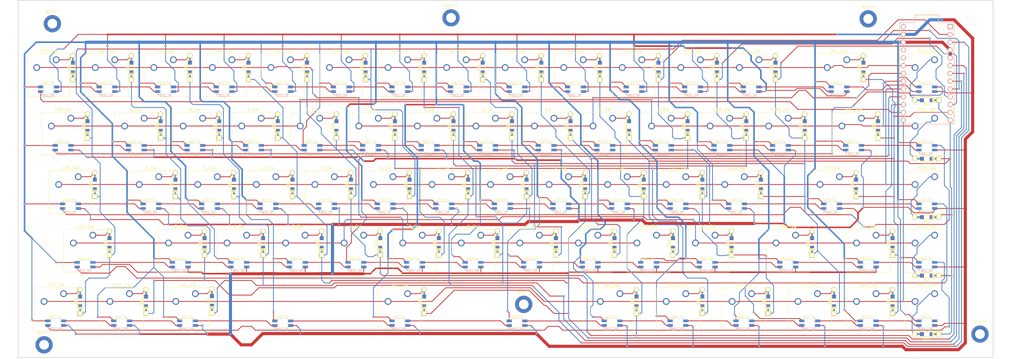
<source format=kicad_pcb>
(kicad_pcb (version 20221018) (generator pcbnew)
  (layers (0 "F.Cu" signal) (31 "B.Cu" signal) (34 "B.Paste" user) (35 "F.Paste" user) (36 "B.SilkS" user "B.Silkscreen") (37 "F.SilkS" user "F.Silkscreen") (38 "B.Mask" user) (39 "F.Mask" user) (44 "Edge.Cuts" user))
  (net 0 "")
  (footprint "Button_Switch_Keyboard:SW_Cherry_MX_1.00u_PCB" (layer "F.Cu") (at 292.1 79.6925)
    (fp_text reference "EQU_SW")
    (fp_text value "SW_Cherry_MX_1.00u_PCB" hide)
  )
  (footprint "LED_SMD_Custom:SK6812-MINI-E" (layer "F.Cu") (at 246.6975 127.40375 180)
    (fp_text reference "TIL_LED")
    (fp_text value "SK6812MINI" hide)
    (fp_line (start -1.7 -1.5) (end 1.7 -1.5) (stroke (width 0.12)) (layer "Edge.Cuts"))
    (fp_line (start -1.7 1.5) (end -1.7 -1.5) (stroke (width 0.12)) (layer "Edge.Cuts"))
    (fp_line (start 1.7 -1.5) (end 1.7 1.5) (stroke (width 0.12)) (layer "Edge.Cuts"))
    (fp_line (start 1.7 1.5) (end -1.7 1.5) (stroke (width 0.12)) (layer "Edge.Cuts"))
  )
  (footprint "Button_Switch_Keyboard:SW_Cherry_MX_1.00u_PCB" (layer "F.Cu") (at 206.375 98.7425)
    (fp_text reference "U_SW")
    (fp_text value "SW_Cherry_MX_1.00u_PCB" hide)
  )
  (footprint "Keebio-Parts:Diode-dual" (layer "F.Cu") (at 135.5725 101.2825 -90)
    (fp_text reference "D11")
    (fp_text value "D" hide)
  )
  (footprint "Keebio-Parts:Diode-dual" (layer "F.Cu") (at 187.96 139.3825 -90)
    (fp_text reference "D11")
    (fp_text value "D" hide)
  )
  (footprint "Keebio-Parts:Diode-dual" (layer "F.Cu") (at 183.1975 82.2325 -90)
    (fp_text reference "D11")
    (fp_text value "D" hide)
  )
  (footprint "Keebio-Parts:Diode-dual" (layer "F.Cu") (at 240.3475 82.2325 -90)
    (fp_text reference "D11")
    (fp_text value "D" hide)
  )
  (footprint "Button_Switch_Keyboard:SW_Cherry_MX_2.00u_PCB" (layer "F.Cu") (at 320.675 79.6925)
    (fp_text reference "DEL_SW")
    (fp_text value "SW_Cherry_MX_2.00u_PCB" hide)
  )
  (footprint "LED_SMD_Custom:SK6812-MINI-E" (layer "F.Cu") (at 232.41 89.30375 180)
    (fp_text reference "TIL_LED")
    (fp_text value "SK6812MINI" hide)
    (fp_line (start -1.7 -1.5) (end 1.7 -1.5) (stroke (width 0.12)) (layer "Edge.Cuts"))
    (fp_line (start -1.7 1.5) (end -1.7 -1.5) (stroke (width 0.12)) (layer "Edge.Cuts"))
    (fp_line (start 1.7 -1.5) (end 1.7 1.5) (stroke (width 0.12)) (layer "Edge.Cuts"))
    (fp_line (start 1.7 1.5) (end -1.7 1.5) (stroke (width 0.12)) (layer "Edge.Cuts"))
  )
  (footprint "Button_Switch_Keyboard:SW_Cherry_MX_1.00u_PCB" (layer "F.Cu") (at 168.275 98.7425)
    (fp_text reference "T_SW")
    (fp_text value "SW_Cherry_MX_1.00u_PCB" hide)
  )
  (footprint "Keebio-Parts:Diode-dual" (layer "F.Cu") (at 264.16 139.3825 -90)
    (fp_text reference "D11")
    (fp_text value "D" hide)
  )
  (footprint "Button_Switch_Keyboard:SW_Cherry_MX_1.00u_PCB" (layer "F.Cu") (at 258.7625 136.8425)
    (fp_text reference "PER_SW")
    (fp_text value "SW_Cherry_MX_1.00u_PCB" hide)
  )
  (footprint "LED_SMD_Custom:SK6812-MINI-E" (layer "F.Cu") (at 170.4975 127.40375 180)
    (fp_text reference "TIL_LED")
    (fp_text value "SK6812MINI" hide)
    (fp_line (start -1.7 -1.5) (end 1.7 -1.5) (stroke (width 0.12)) (layer "Edge.Cuts"))
    (fp_line (start -1.7 1.5) (end -1.7 -1.5) (stroke (width 0.12)) (layer "Edge.Cuts"))
    (fp_line (start 1.7 -1.5) (end 1.7 1.5) (stroke (width 0.12)) (layer "Edge.Cuts"))
    (fp_line (start 1.7 1.5) (end -1.7 1.5) (stroke (width 0.12)) (layer "Edge.Cuts"))
  )
  (footprint "LED_SMD_Custom:SK6812-MINI-E" (layer "F.Cu") (at 184.785 108.35375 180)
    (fp_text reference "TIL_LED")
    (fp_text value "SK6812MINI" hide)
    (fp_line (start -1.7 -1.5) (end 1.7 -1.5) (stroke (width 0.12)) (layer "Edge.Cuts"))
    (fp_line (start -1.7 1.5) (end -1.7 -1.5) (stroke (width 0.12)) (layer "Edge.Cuts"))
    (fp_line (start 1.7 -1.5) (end 1.7 1.5) (stroke (width 0.12)) (layer "Edge.Cuts"))
    (fp_line (start 1.7 1.5) (end -1.7 1.5) (stroke (width 0.12)) (layer "Edge.Cuts"))
  )
  (footprint "LED_SMD_Custom:SK6812-MINI-E" (layer "F.Cu") (at 315.75375 127.40375 180)
    (fp_text reference "TIL_LED")
    (fp_text value "SK6812MINI" hide)
    (fp_line (start -1.7 -1.5) (end 1.7 -1.5) (stroke (width 0.12)) (layer "Edge.Cuts"))
    (fp_line (start -1.7 1.5) (end -1.7 -1.5) (stroke (width 0.12)) (layer "Edge.Cuts"))
    (fp_line (start 1.7 -1.5) (end 1.7 1.5) (stroke (width 0.12)) (layer "Edge.Cuts"))
    (fp_line (start 1.7 1.5) (end -1.7 1.5) (stroke (width 0.12)) (layer "Edge.Cuts"))
  )
  (footprint "Keebio-Parts:Diode-dual" (layer "F.Cu") (at 346.71 150.01875)
    (fp_text reference "D11")
    (fp_text value "D" hide)
  )
  (footprint "Keebio-Parts:Diode-dual" (layer "F.Cu") (at 202.2475 82.2325 -90)
    (fp_text reference "D11")
    (fp_text value "D" hide)
  )
  (footprint "LED_SMD_Custom:SK6812-MINI-E" (layer "F.Cu") (at 244.31625 165.50375 180)
    (fp_text reference "TIL_LED")
    (fp_text value "SK6812MINI" hide)
    (fp_line (start -1.7 -1.5) (end 1.7 -1.5) (stroke (width 0.12)) (layer "Edge.Cuts"))
    (fp_line (start -1.7 1.5) (end -1.7 -1.5) (stroke (width 0.12)) (layer "Edge.Cuts"))
    (fp_line (start 1.7 -1.5) (end 1.7 1.5) (stroke (width 0.12)) (layer "Edge.Cuts"))
    (fp_line (start 1.7 1.5) (end -1.7 1.5) (stroke (width 0.12)) (layer "Edge.Cuts"))
  )
  (footprint "Button_Switch_Keyboard:SW_Cherry_MX_1.00u_PCB" (layer "F.Cu") (at 87.3125 155.8925)
    (fp_text reference "SUP_SW")
    (fp_text value "SW_Cherry_MX_1.00u_PCB" hide)
  )
  (footprint "Keebio-Parts:Diode-dual" (layer "F.Cu") (at 97.4725 101.2825 -90)
    (fp_text reference "D11")
    (fp_text value "D" hide)
  )
  (footprint "Keebio-Parts:Diode-dual" (layer "F.Cu") (at 245.11 139.3825 -90)
    (fp_text reference "D11")
    (fp_text value "D" hide)
  )
  (footprint "LED_SMD_Custom:SK6812-MINI-E" (layer "F.Cu") (at 270.51 89.30375 180)
    (fp_text reference "TIL_LED")
    (fp_text value "SK6812MINI" hide)
    (fp_line (start -1.7 -1.5) (end 1.7 -1.5) (stroke (width 0.12)) (layer "Edge.Cuts"))
    (fp_line (start -1.7 1.5) (end -1.7 -1.5) (stroke (width 0.12)) (layer "Edge.Cuts"))
    (fp_line (start 1.7 -1.5) (end 1.7 1.5) (stroke (width 0.12)) (layer "Edge.Cuts"))
    (fp_line (start 1.7 1.5) (end -1.7 1.5) (stroke (width 0.12)) (layer "Edge.Cuts"))
  )
  (footprint "Keebio-Parts:Diode-dual" (layer "F.Cu") (at 323.69125 120.3325 -90)
    (fp_text reference "D11")
    (fp_text value "D" hide)
  )
  (footprint "LED_SMD_Custom:SK6812-MINI-E" (layer "F.Cu") (at 222.885 108.35375 180)
    (fp_text reference "TIL_LED")
    (fp_text value "SK6812MINI" hide)
    (fp_line (start -1.7 -1.5) (end 1.7 -1.5) (stroke (width 0.12)) (layer "Edge.Cuts"))
    (fp_line (start -1.7 1.5) (end -1.7 -1.5) (stroke (width 0.12)) (layer "Edge.Cuts"))
    (fp_line (start 1.7 -1.5) (end 1.7 1.5) (stroke (width 0.12)) (layer "Edge.Cuts"))
    (fp_line (start 1.7 1.5) (end -1.7 1.5) (stroke (width 0.12)) (layer "Edge.Cuts"))
  )
  (footprint "Keebio-Parts:Diode-dual" (layer "F.Cu") (at 346.71 111.91875)
    (fp_text reference "D11")
    (fp_text value "D" hide)
  )
  (footprint "LED_SMD_Custom:SK6812-MINI-E" (layer "F.Cu") (at 137.18625 165.5325 180)
    (fp_text reference "TIL_LED")
    (fp_text value "SK6812MINI" hide)
    (fp_line (start -1.7 -1.5) (end 1.7 -1.5) (stroke (width 0.12)) (layer "Edge.Cuts"))
    (fp_line (start -1.7 1.5) (end -1.7 -1.5) (stroke (width 0.12)) (layer "Edge.Cuts"))
    (fp_line (start 1.7 -1.5) (end 1.7 1.5) (stroke (width 0.12)) (layer "Edge.Cuts"))
    (fp_line (start 1.7 1.5) (end -1.7 1.5) (stroke (width 0.12)) (layer "Edge.Cuts"))
  )
  (footprint "LED_SMD_Custom:SK6812-MINI-E" (layer "F.Cu") (at 241.935 108.35375 180)
    (fp_text reference "TIL_LED")
    (fp_text value "SK6812MINI" hide)
    (fp_line (start -1.7 -1.5) (end 1.7 -1.5) (stroke (width 0.12)) (layer "Edge.Cuts"))
    (fp_line (start -1.7 1.5) (end -1.7 -1.5) (stroke (width 0.12)) (layer "Edge.Cuts"))
    (fp_line (start 1.7 -1.5) (end 1.7 1.5) (stroke (width 0.12)) (layer "Edge.Cuts"))
    (fp_line (start 1.7 1.5) (end -1.7 1.5) (stroke (width 0.12)) (layer "Edge.Cuts"))
  )
  (footprint "Keebio-Parts:Diode-dual" (layer "F.Cu") (at 192.7225 101.2825 -90)
    (fp_text reference "D11")
    (fp_text value "D" hide)
  )
  (footprint "Button_Switch_Keyboard:SW_Cherry_MX_1.00u_PCB" (layer "F.Cu") (at 301.625 98.7425)
    (fp_text reference "CBR_SW")
    (fp_text value "SW_Cherry_MX_1.00u_PCB" hide)
  )
  (footprint "Keebio-Parts:Diode-dual" (layer "F.Cu") (at 235.585 120.3325 -90)
    (fp_text reference "D11")
    (fp_text value "D" hide)
  )
  (footprint "Button_Switch_Keyboard:SW_Cherry_MX_1.00u_PCB" (layer "F.Cu") (at 153.9875 117.7925)
    (fp_text reference "F_SW")
    (fp_text value "SW_Cherry_MX_1.00u_PCB" hide)
  )
  (footprint "LED_SMD_Custom:SK6812-MINI-E" (layer "F.Cu") (at 346.71 89.30375 180)
    (fp_text reference "TIL_LED")
    (fp_text value "SK6812MINI" hide)
    (fp_line (start -1.7 -1.5) (end 1.7 -1.5) (stroke (width 0.12)) (layer "Edge.Cuts"))
    (fp_line (start -1.7 1.5) (end -1.7 -1.5) (stroke (width 0.12)) (layer "Edge.Cuts"))
    (fp_line (start 1.7 -1.5) (end 1.7 1.5) (stroke (width 0.12)) (layer "Edge.Cuts"))
    (fp_line (start 1.7 1.5) (end -1.7 1.5) (stroke (width 0.12)) (layer "Edge.Cuts"))
  )
  (footprint "LED_SMD_Custom:SK6812-MINI-E" (layer "F.Cu") (at 346.71 108.35375 180)
    (fp_text reference "TIL_LED")
    (fp_text value "SK6812MINI" hide)
    (fp_line (start -1.7 -1.5) (end 1.7 -1.5) (stroke (width 0.12)) (layer "Edge.Cuts"))
    (fp_line (start -1.7 1.5) (end -1.7 -1.5) (stroke (width 0.12)) (layer "Edge.Cuts"))
    (fp_line (start 1.7 -1.5) (end 1.7 1.5) (stroke (width 0.12)) (layer "Edge.Cuts"))
    (fp_line (start 1.7 1.5) (end -1.7 1.5) (stroke (width 0.12)) (layer "Edge.Cuts"))
  )
  (footprint "Button_Switch_Keyboard:SW_Cherry_MX_1.00u_PCB" (layer "F.Cu") (at 82.55 79.6925)
    (fp_text reference "ONE_SW")
    (fp_text value "SW_Cherry_MX_1.00u_PCB" hide)
  )
  (footprint "Keebio-Parts:Diode-dual" (layer "F.Cu") (at 307.0225 101.2825 -90)
    (fp_text reference "D11")
    (fp_text value "D" hide)
  )
  (footprint "MountingHole:MountingHole_3.2mm_M3_DIN965_Pad" (layer "F.Cu") (at 215.5825 159.385)
    (fp_text reference "REF**")
    (fp_text value "MountingHole_3.2mm_M3_DIN965_Pad")
  )
  (footprint "Button_Switch_Keyboard:SW_Cherry_MX_1.00u_PCB" (layer "F.Cu") (at 330.2 155.8925)
    (fp_text reference "DWN_SW")
    (fp_text value "SW_Cherry_MX_1.00u_PCB" hide)
  )
  (footprint "LED_SMD_Custom:SK6812-MINI-E" (layer "F.Cu") (at 106.20375 165.50375 180)
    (fp_text reference "TIL_LED")
    (fp_text value "SK6812MINI" hide)
    (fp_line (start -1.7 -1.5) (end 1.7 -1.5) (stroke (width 0.12)) (layer "Edge.Cuts"))
    (fp_line (start -1.7 1.5) (end -1.7 -1.5) (stroke (width 0.12)) (layer "Edge.Cuts"))
    (fp_line (start 1.7 -1.5) (end 1.7 1.5) (stroke (width 0.12)) (layer "Edge.Cuts"))
    (fp_line (start 1.7 1.5) (end -1.7 1.5) (stroke (width 0.12)) (layer "Edge.Cuts"))
  )
  (footprint "Button_Switch_Keyboard:SW_Cherry_MX_2.25u_PCB" (layer "F.Cu") (at 75.40625 136.8425)
    (fp_text reference "LSH_SW")
    (fp_text value "SW_Cherry_MX_2.25u_PCB")
  )
  (footprint "Button_Switch_Keyboard:SW_Cherry_MX_1.00u_PCB" (layer "F.Cu") (at 149.225 98.7425)
    (fp_text reference "R_SW")
    (fp_text value "SW_Cherry_MX_1.00u_PCB" hide)
  )
  (footprint "LED_SMD_Custom:SK6812-MINI-E" (layer "F.Cu") (at 108.585 108.35375 180)
    (fp_text reference "TIL_LED")
    (fp_text value "SK6812MINI" hide)
    (fp_line (start -1.7 -1.5) (end 1.7 -1.5) (stroke (width 0.12)) (layer "Edge.Cuts"))
    (fp_line (start -1.7 1.5) (end -1.7 -1.5) (stroke (width 0.12)) (layer "Edge.Cuts"))
    (fp_line (start 1.7 -1.5) (end 1.7 1.5) (stroke (width 0.12)) (layer "Edge.Cuts"))
    (fp_line (start 1.7 1.5) (end -1.7 1.5) (stroke (width 0.12)) (layer "Edge.Cuts"))
  )
  (footprint "Button_Switch_Keyboard:SW_Cherry_MX_1.00u_PCB" (layer "F.Cu") (at 201.6125 136.8425)
    (fp_text reference "N_SW")
    (fp_text value "SW_Cherry_MX_1.00u_PCB" hide)
  )
  (footprint "MountingHole:MountingHole_3.2mm_M3_DIN965_Pad" (layer "F.Cu") (at 59.53125 172.56125)
    (fp_text reference "REF**")
    (fp_text value "MountingHole_3.2mm_M3_DIN965_Pad")
  )
  (footprint "Button_Switch_Keyboard:SW_Cherry_MX_1.00u_PCB" (layer "F.Cu") (at 92.075 98.7425)
    (fp_text reference "Q_SW")
    (fp_text value "SW_Cherry_MX_1.00u_PCB" hide)
  )
  (footprint "LED_SMD_Custom:SK6812-MINI-E" (layer "F.Cu") (at 265.7475 165.50375 180)
    (fp_text reference "TIL_LED")
    (fp_text value "SK6812MINI" hide)
    (fp_line (start -1.7 -1.5) (end 1.7 -1.5) (stroke (width 0.12)) (layer "Edge.Cuts"))
    (fp_line (start -1.7 1.5) (end -1.7 -1.5) (stroke (width 0.12)) (layer "Edge.Cuts"))
    (fp_line (start 1.7 -1.5) (end 1.7 1.5) (stroke (width 0.12)) (layer "Edge.Cuts"))
    (fp_line (start 1.7 1.5) (end -1.7 1.5) (stroke (width 0.12)) (layer "Edge.Cuts"))
  )
  (footprint "Keebio-Parts:Diode-dual" (layer "F.Cu") (at 326.0725 82.2325 -90)
    (fp_text reference "D11")
    (fp_text value "D" hide)
  )
  (footprint "LED_SMD_Custom:SK6812-MINI-E" (layer "F.Cu") (at 299.085 108.35375 180)
    (fp_text reference "TIL_LED")
    (fp_text value "SK6812MINI" hide)
    (fp_line (start -1.7 -1.5) (end 1.7 -1.5) (stroke (width 0.12)) (layer "Edge.Cuts"))
    (fp_line (start -1.7 1.5) (end -1.7 -1.5) (stroke (width 0.12)) (layer "Edge.Cuts"))
    (fp_line (start 1.7 -1.5) (end 1.7 1.5) (stroke (width 0.12)) (layer "Edge.Cuts"))
    (fp_line (start 1.7 1.5) (end -1.7 1.5) (stroke (width 0.12)) (layer "Edge.Cuts"))
  )
  (footprint "Keebio-Parts:Diode-dual" (layer "F.Cu") (at 145.0975 82.2325 -90)
    (fp_text reference "D11")
    (fp_text value "D" hide)
  )
  (footprint "Button_Switch_Keyboard:SW_Cherry_MX_1.00u_PCB" (layer "F.Cu") (at 220.6625 136.8425)
    (fp_text reference "M_SW")
    (fp_text value "SW_Cherry_MX_1.00u_PCB" hide)
  )
  (footprint "Keebio-Parts:Diode-dual" (layer "F.Cu") (at 259.3975 82.2325 -90)
    (fp_text reference "D11")
    (fp_text value "D" hide)
  )
  (footprint "LED_SMD_Custom:SK6812-MINI-E" (layer "F.Cu") (at 60.96 89.30375 180)
    (fp_text reference "TIL_LED")
    (fp_text value "SK6812MINI" hide)
    (fp_line (start -1.7 -1.5) (end 1.7 -1.5) (stroke (width 0.12)) (layer "Edge.Cuts"))
    (fp_line (start -1.7 1.5) (end -1.7 -1.5) (stroke (width 0.12)) (layer "Edge.Cuts"))
    (fp_line (start 1.7 -1.5) (end 1.7 1.5) (stroke (width 0.12)) (layer "Edge.Cuts"))
    (fp_line (start 1.7 1.5) (end -1.7 1.5) (stroke (width 0.12)) (layer "Edge.Cuts"))
  )
  (footprint "LED_SMD_Custom:SK6812-MINI-E" (layer "F.Cu") (at 68.10375 127.40375 180)
    (fp_text reference "TIL_LED")
    (fp_text value "SK6812MINI" hide)
    (fp_line (start -1.7 -1.5) (end 1.7 -1.5) (stroke (width 0.12)) (layer "Edge.Cuts"))
    (fp_line (start -1.7 1.5) (end -1.7 -1.5) (stroke (width 0.12)) (layer "Edge.Cuts"))
    (fp_line (start 1.7 -1.5) (end 1.7 1.5) (stroke (width 0.12)) (layer "Edge.Cuts"))
    (fp_line (start 1.7 1.5) (end -1.7 1.5) (stroke (width 0.12)) (layer "Edge.Cuts"))
  )
  (footprint "Keebio-Parts:Diode-dual" (layer "F.Cu") (at 221.2975 82.2325 -90)
    (fp_text reference "D11")
    (fp_text value "D" hide)
  )
  (footprint "LED_SMD_Custom:SK6812-MINI-E" (layer "F.Cu") (at 132.3975 127.40375 180)
    (fp_text reference "TIL_LED")
    (fp_text value "SK6812MINI" hide)
    (fp_line (start -1.7 -1.5) (end 1.7 -1.5) (stroke (width 0.12)) (layer "Edge.Cuts"))
    (fp_line (start -1.7 1.5) (end -1.7 -1.5) (stroke (width 0.12)) (layer "Edge.Cuts"))
    (fp_line (start 1.7 -1.5) (end 1.7 1.5) (stroke (width 0.12)) (layer "Edge.Cuts"))
    (fp_line (start 1.7 1.5) (end -1.7 1.5) (stroke (width 0.12)) (layer "Edge.Cuts"))
  )
  (footprint "Button_Switch_Keyboard:SW_Cherry_MX_1.25u_PCB" (layer "F.Cu") (at 65.88125 155.8925)
    (fp_text reference "LCT_SW")
    (fp_text value "SW_Cherry_MX_1.25u_PCB")
  )
  (footprint "LED_SMD_Custom:SK6812-MINI-E" (layer "F.Cu") (at 327.66 146.45375 180)
    (fp_text reference "TIL_LED")
    (fp_text value "SK6812MINI" hide)
    (fp_line (start -1.7 -1.5) (end 1.7 -1.5) (stroke (width 0.12)) (layer "Edge.Cuts"))
    (fp_line (start -1.7 1.5) (end -1.7 -1.5) (stroke (width 0.12)) (layer "Edge.Cuts"))
    (fp_line (start 1.7 -1.5) (end 1.7 1.5) (stroke (width 0.12)) (layer "Edge.Cuts"))
    (fp_line (start 1.7 1.5) (end -1.7 1.5) (stroke (width 0.12)) (layer "Edge.Cuts"))
  )
  (footprint "Button_Switch_Keyboard:SW_Cherry_MX_1.00u_PCB" (layer "F.Cu") (at 230.1875 117.7925)
    (fp_text reference "K_SW")
    (fp_text value "SW_Cherry_MX_1.00u_PCB" hide)
  )
  (footprint "LED_SMD_Custom:SK6812-MINI-E" (layer "F.Cu") (at 180.0225 146.45375 180)
    (fp_text reference "TIL_LED")
    (fp_text value "SK6812MINI" hide)
    (fp_line (start -1.7 -1.5) (end 1.7 -1.5) (stroke (width 0.12)) (layer "Edge.Cuts"))
    (fp_line (start -1.7 1.5) (end -1.7 -1.5) (stroke (width 0.12)) (layer "Edge.Cuts"))
    (fp_line (start 1.7 -1.5) (end 1.7 1.5) (stroke (width 0.12)) (layer "Edge.Cuts"))
    (fp_line (start 1.7 1.5) (end -1.7 1.5) (stroke (width 0.12)) (layer "Edge.Cuts"))
  )
  (footprint "LED_SMD_Custom:SK6812-MINI-E" (layer "F.Cu") (at 156.21 89.30375 180)
    (fp_text reference "TIL_LED")
    (fp_text value "SK6812MINI" hide)
    (fp_line (start -1.7 -1.5) (end 1.7 -1.5) (stroke (width 0.12)) (layer "Edge.Cuts"))
    (fp_line (start -1.7 1.5) (end -1.7 -1.5) (stroke (width 0.12)) (layer "Edge.Cuts"))
    (fp_line (start 1.7 -1.5) (end 1.7 1.5) (stroke (width 0.12)) (layer "Edge.Cuts"))
    (fp_line (start 1.7 1.5) (end -1.7 1.5) (stroke (width 0.12)) (layer "Edge.Cuts"))
  )
  (footprint "Keebio-Parts:Diode-dual" (layer "F.Cu") (at 76.04125 120.3325 -90)
    (fp_text reference "D11")
    (fp_text value "D" hide)
  )
  (footprint "LED_SMD_Custom:SK6812-MINI-E" (layer "F.Cu") (at 265.7475 127.40375 180)
    (fp_text reference "TIL_LED")
    (fp_text value "SK6812MINI" hide)
    (fp_line (start -1.7 -1.5) (end 1.7 -1.5) (stroke (width 0.12)) (layer "Edge.Cuts"))
    (fp_line (start -1.7 1.5) (end -1.7 -1.5) (stroke (width 0.12)) (layer "Edge.Cuts"))
    (fp_line (start 1.7 -1.5) (end 1.7 1.5) (stroke (width 0.12)) (layer "Edge.Cuts"))
    (fp_line (start 1.7 1.5) (end -1.7 1.5) (stroke (width 0.12)) (layer "Edge.Cuts"))
  )
  (footprint "LED_SMD_Custom:SK6812-MINI-E" (layer "F.Cu") (at 289.56 89.30375 180)
    (fp_text reference "TIL_LED")
    (fp_text value "SK6812MINI" hide)
    (fp_line (start -1.7 -1.5) (end 1.7 -1.5) (stroke (width 0.12)) (layer "Edge.Cuts"))
    (fp_line (start -1.7 1.5) (end -1.7 -1.5) (stroke (width 0.12)) (layer "Edge.Cuts"))
    (fp_line (start 1.7 -1.5) (end 1.7 1.5) (stroke (width 0.12)) (layer "Edge.Cuts"))
    (fp_line (start 1.7 1.5) (end -1.7 1.5) (stroke (width 0.12)) (layer "Edge.Cuts"))
  )
  (footprint "LED_SMD_Custom:SK6812-MINI-E" (layer "F.Cu") (at 118.11 89.30375 180)
    (fp_text reference "TIL_LED")
    (fp_text value "SK6812MINI" hide)
    (fp_line (start -1.7 -1.5) (end 1.7 -1.5) (stroke (width 0.12)) (layer "Edge.Cuts"))
    (fp_line (start -1.7 1.5) (end -1.7 -1.5) (stroke (width 0.12)) (layer "Edge.Cuts"))
    (fp_line (start 1.7 -1.5) (end 1.7 1.5) (stroke (width 0.12)) (layer "Edge.Cuts"))
    (fp_line (start 1.7 1.5) (end -1.7 1.5) (stroke (width 0.12)) (layer "Edge.Cuts"))
  )
  (footprint "LED_SMD_Custom:SK6812-MINI-E" (layer "F.Cu") (at 346.71 165.50375 180)
    (fp_text reference "TIL_LED")
    (fp_text value "SK6812MINI" hide)
    (fp_line (start -1.7 -1.5) (end 1.7 -1.5) (stroke (width 0.12)) (layer "Edge.Cuts"))
    (fp_line (start -1.7 1.5) (end -1.7 -1.5) (stroke (width 0.12)) (layer "Edge.Cuts"))
    (fp_line (start 1.7 -1.5) (end 1.7 1.5) (stroke (width 0.12)) (layer "Edge.Cuts"))
    (fp_line (start 1.7 1.5) (end -1.7 1.5) (stroke (width 0.12)) (layer "Edge.Cuts"))
  )
  (footprint "Button_Switch_Keyboard:SW_Cherry_MX_1.25u_PCB" (layer "F.Cu") (at 246.85625 155.8925)
    (fp_text reference "RAL_SW")
    (fp_text value "SW_Cherry_MX_1.25u_PCB")
  )
  (footprint "Button_Switch_Keyboard:SW_Cherry_MX_1.00u_PCB" (layer "F.Cu") (at 249.2375 117.7925)
    (fp_text reference "L_SW")
    (fp_text value "SW_Cherry_MX_1.00u_PCB" hide)
  )
  (footprint "Button_Switch_Keyboard:SW_Cherry_MX_1.00u_PCB" (layer "F.Cu") (at 225.425 98.7425)
    (fp_text reference "I_SW")
    (fp_text value "SW_Cherry_MX_1.00u_PCB" hide)
  )
  (footprint "LED_SMD_Custom:SK6812-MINI-E" (layer "F.Cu") (at 284.7975 127.40375 180)
    (fp_text reference "TIL_LED")
    (fp_text value "SK6812MINI" hide)
    (fp_line (start -1.7 -1.5) (end 1.7 -1.5) (stroke (width 0.12)) (layer "Edge.Cuts"))
    (fp_line (start -1.7 1.5) (end -1.7 -1.5) (stroke (width 0.12)) (layer "Edge.Cuts"))
    (fp_line (start 1.7 -1.5) (end 1.7 1.5) (stroke (width 0.12)) (layer "Edge.Cuts"))
    (fp_line (start 1.7 1.5) (end -1.7 1.5) (stroke (width 0.12)) (layer "Edge.Cuts"))
  )
  (footprint "LED_SMD_Custom:SK6812-MINI-E" (layer "F.Cu") (at 346.71 127.40375 180)
    (fp_text reference "TIL_LED")
    (fp_text value "SK6812MINI" hide)
    (fp_line (start -1.7 -1.5) (end 1.7 -1.5) (stroke (width 0.12)) (layer "Edge.Cuts"))
    (fp_line (start -1.7 1.5) (end -1.7 -1.5) (stroke (width 0.12)) (layer "Edge.Cuts"))
    (fp_line (start 1.7 -1.5) (end 1.7 1.5) (stroke (width 0.12)) (layer "Edge.Cuts"))
    (fp_line (start 1.7 1.5) (end -1.7 1.5) (stroke (width 0.12)) (layer "Edge.Cuts"))
  )
  (footprint "Keebio-Parts:Diode-dual" (layer "F.Cu") (at 316.5475 158.4325 -90)
    (fp_text reference "D11")
    (fp_text value "D" hide)
  )
  (footprint "Button_Switch_Keyboard:SW_Cherry_MX_1.00u_PCB" (layer "F.Cu") (at 211.1375 117.7925)
    (fp_text reference "J_SW")
    (fp_text value "SW_Cherry_MX_1.00u_PCB" hide)
  )
  (footprint "Keebio-Parts:Diode-dual" (layer "F.Cu") (at 346.71 92.86875)
    (fp_text reference "D11")
    (fp_text value "D" hide)
  )
  (footprint "Button_Switch_Keyboard:SW_Cherry_MX_1.00u_PCB" (layer "F.Cu") (at 273.05 79.6925)
    (fp_text reference "HYP_SW")
    (fp_text value "SW_Cherry_MX_1.00u_PCB" hide)
  )
  (footprint "Button_Switch_Keyboard:SW_Cherry_MX_1.00u_PCB" (layer "F.Cu") (at 106.3625 136.8425)
    (fp_text reference "Z_SW")
    (fp_text value "SW_Cherry_MX_1.00u_PCB" hide)
  )
  (footprint "Keebio-Parts:Diode-dual" (layer "F.Cu") (at 295.11625 158.4325 -90)
    (fp_text reference "D11")
    (fp_text value "D" hide)
  )
  (footprint "LED_SMD_Custom:SK6812-MINI-E" (layer "F.Cu") (at 80.01 89.30375 180)
    (fp_text reference "TIL_LED")
    (fp_text value "SK6812MINI" hide)
    (fp_line (start -1.7 -1.5) (end 1.7 -1.5) (stroke (width 0.12)) (layer "Edge.Cuts"))
    (fp_line (start -1.7 1.5) (end -1.7 -1.5) (stroke (width 0.12)) (layer "Edge.Cuts"))
    (fp_line (start 1.7 -1.5) (end 1.7 1.5) (stroke (width 0.12)) (layer "Edge.Cuts"))
    (fp_line (start 1.7 1.5) (end -1.7 1.5) (stroke (width 0.12)) (layer "Edge.Cuts"))
  )
  (footprint "Keebio-Parts:Diode-dual" (layer "F.Cu") (at 335.5975 139.3825 -90)
    (fp_text reference "D11")
    (fp_text value "D" hide)
  )
  (footprint "Button_Switch_Keyboard:SW_Cherry_MX_1.00u_PCB" (layer "F.Cu") (at 144.4625 136.8425)
    (fp_text reference "C_SW")
    (fp_text value "SW_Cherry_MX_1.00u_PCB" hide)
  )
  (footprint "Button_Switch_Keyboard:SW_Cherry_MX_1.00u_PCB" (layer "F.Cu") (at 120.65 79.6925)
    (fp_text reference "THR_SW")
    (fp_text value "SW_Cherry_MX_1.00u_PCB" hide)
  )
  (footprint "Button_Switch_Keyboard:SW_Cherry_MX_1.75u_PCB" (layer "F.Cu") (at 304.00625 136.8425)
    (fp_text reference "RSH_SW")
    (fp_text value "SW_Cherry_MX_1.75u_PCB")
  )
  (footprint "LED_SMD_Custom:SK6812-MINI-E" (layer "F.Cu") (at 137.16 89.30375 180)
    (fp_text reference "TIL_LED")
    (fp_text value "SK6812MINI" hide)
    (fp_line (start -1.7 -1.5) (end 1.7 -1.5) (stroke (width 0.12)) (layer "Edge.Cuts"))
    (fp_line (start -1.7 1.5) (end -1.7 -1.5) (stroke (width 0.12)) (layer "Edge.Cuts"))
    (fp_line (start 1.7 -1.5) (end 1.7 1.5) (stroke (width 0.12)) (layer "Edge.Cuts"))
    (fp_line (start 1.7 1.5) (end -1.7 1.5) (stroke (width 0.12)) (layer "Edge.Cuts"))
  )
  (footprint "Keebio-Parts:Diode-dual" (layer "F.Cu") (at 126.0475 82.2325 -90)
    (fp_text reference "D11")
    (fp_text value "D" hide)
  )
  (footprint "Keebio-Parts:Diode-dual" (layer "F.Cu") (at 68.8975 82.2325 -90)
    (fp_text reference "D11")
    (fp_text value "D" hide)
  )
  (footprint "Keebio-Parts:Diode-dual" (layer "F.Cu") (at 283.21 139.3825 -90)
    (fp_text reference "D11")
    (fp_text value "D" hide)
  )
  (footprint "LED_SMD_Custom:SK6812-MINI-E" (layer "F.Cu") (at 280.035 108.35375 180)
    (fp_text reference "TIL_LED")
    (fp_text value "SK6812MINI" hide)
    (fp_line (start -1.7 -1.5) (end 1.7 -1.5) (stroke (width 0.12)) (layer "Edge.Cuts"))
    (fp_line (start -1.7 1.5) (end -1.7 -1.5) (stroke (width 0.12)) (layer "Edge.Cuts"))
    (fp_line (start 1.7 -1.5) (end 1.7 1.5) (stroke (width 0.12)) (layer "Edge.Cuts"))
    (fp_line (start 1.7 1.5) (end -1.7 1.5) (stroke (width 0.12)) (layer "Edge.Cuts"))
  )
  (footprint "Button_Switch_Keyboard:SW_Cherry_MX_1.00u_PCB" (layer "F.Cu") (at 96.8375 117.7925)
    (fp_text reference "A_SW")
    (fp_text value "SW_Cherry_MX_1.00u_PCB" hide)
  )
  (footprint "Keebio-Parts:Diode-dual" (layer "F.Cu") (at 252.25375 158.4325 -90)
    (fp_text reference "D11")
    (fp_text value "D" hide)
  )
  (footprint "Keebio-Parts:Diode-dual" (layer "F.Cu") (at 159.385 120.3325 -90)
    (fp_text reference "D11")
    (fp_text value "D" hide)
  )
  (footprint "Button_Switch_Keyboard:SW_Cherry_MX_1.00u_PCB" (layer "F.Cu") (at 158.75 79.6925)
    (fp_text reference "FIV_SW")
    (fp_text value "SW_Cherry_MX_1.00u_PCB" hide)
  )
  (footprint "LED_SMD_Custom:SK6812-MINI-E" (layer "F.Cu") (at 99.06 89.30375 180)
    (fp_text reference "TIL_LED")
    (fp_text value "SK6812MINI" hide)
    (fp_line (start -1.7 -1.5) (end 1.7 -1.5) (stroke (width 0.12)) (layer "Edge.Cuts"))
    (fp_line (start -1.7 1.5) (end -1.7 -1.5) (stroke (width 0.12)) (layer "Edge.Cuts"))
    (fp_line (start 1.7 -1.5) (end 1.7 1.5) (stroke (width 0.12)) (layer "Edge.Cuts"))
    (fp_line (start 1.7 1.5) (end -1.7 1.5) (stroke (width 0.12)) (layer "Edge.Cuts"))
  )
  (footprint "Button_Switch_Keyboard:SW_Cherry_MX_1.00u_PCB" (layer "F.Cu") (at 277.8125 136.8425)
    (fp_text reference "SLS_SW")
    (fp_text value "SW_Cherry_MX_1.00u_PCB" hide)
  )
  (footprint "Button_Switch_Keyboard:SW_Cherry_MX_1.00u_PCB" (layer "F.Cu") (at 196.85 79.6925)
    (fp_text reference "SEV_SW")
    (fp_text value "SW_Cherry_MX_1.00u_PCB" hide)
  )
  (footprint "Button_Switch_Keyboard:SW_Cherry_MX_1.00u_PCB" (layer "F.Cu") (at 349.25 136.8425)
    (fp_text reference "END_SW")
    (fp_text value "SW_Cherry_MX_1.00u_PCB" hide)
  )
  (footprint "Keebio-Parts:Diode-dual" (layer "F.Cu") (at 249.8725 101.2825 -90)
    (fp_text reference "D11")
    (fp_text value "D" hide)
  )
  (footprint "LED_SMD_Custom:SK6812-MINI-E" (layer "F.Cu") (at 72.86625 146.45375 180)
    (fp_text reference "TIL_LED")
    (fp_text value "SK6812MINI" hide)
    (fp_line (start -1.7 -1.5) (end 1.7 -1.5) (stroke (width 0.12)) (layer "Edge.Cuts"))
    (fp_line (start -1.7 1.5) (end -1.7 -1.5) (stroke (width 0.12)) (layer "Edge.Cuts"))
    (fp_line (start 1.7 -1.5) (end 1.7 1.5) (stroke (width 0.12)) (layer "Edge.Cuts"))
    (fp_line (start 1.7 1.5) (end -1.7 1.5) (stroke (width 0.12)) (layer "Edge.Cuts"))
  )
  (footprint "LED_SMD_Custom:SK6812-MINI-E" (layer "F.Cu") (at 251.46 89.30375 180)
    (fp_text reference "TIL_LED")
    (fp_text value "SK6812MINI" hide)
    (fp_line (start -1.7 -1.5) (end 1.7 -1.5) (stroke (width 0.12)) (layer "Edge.Cuts"))
    (fp_line (start -1.7 1.5) (end -1.7 -1.5) (stroke (width 0.12)) (layer "Edge.Cuts"))
    (fp_line (start 1.7 -1.5) (end 1.7 1.5) (stroke (width 0.12)) (layer "Edge.Cuts"))
    (fp_line (start 1.7 1.5) (end -1.7 1.5) (stroke (width 0.12)) (layer "Edge.Cuts"))
  )
  (footprint "LED_SMD_Custom:SK6812-MINI-E" (layer "F.Cu") (at 203.835 108.35375 180)
    (fp_text reference "TIL_LED")
    (fp_text value "SK6812MINI" hide)
    (fp_line (start -1.7 -1.5) (end 1.7 -1.5) (stroke (width 0.12)) (layer "Edge.Cuts"))
    (fp_line (start -1.7 1.5) (end -1.7 -1.5) (stroke (width 0.12)) (layer "Edge.Cuts"))
    (fp_line (start 1.7 -1.5) (end 1.7 1.5) (stroke (width 0.12)) (layer "Edge.Cuts"))
    (fp_line (start 1.7 1.5) (end -1.7 1.5) (stroke (width 0.12)) (layer "Edge.Cuts"))
  )
  (footprint "Keebio-Parts:Diode-dual" (layer "F.Cu") (at 292.735 120.3325 -90)
    (fp_text reference "D11")
    (fp_text value "D" hide)
  )
  (footprint "Keebio-Parts:Diode-dual" (layer "F.Cu") (at 80.80375 139.3825 -90)
    (fp_text reference "D11")
    (fp_text value "D" hide)
  )
  (footprint "LED_SMD_Custom:SK6812-MINI-E" (layer "F.Cu") (at 260.985 108.35375 180)
    (fp_text reference "TIL_LED")
    (fp_text value "SK6812MINI" hide)
    (fp_line (start -1.7 -1.5) (end 1.7 -1.5) (stroke (width 0.12)) (layer "Edge.Cuts"))
    (fp_line (start -1.7 1.5) (end -1.7 -1.5) (stroke (width 0.12)) (layer "Edge.Cuts"))
    (fp_line (start 1.7 -1.5) (end 1.7 1.5) (stroke (width 0.12)) (layer "Edge.Cuts"))
    (fp_line (start 1.7 1.5) (end -1.7 1.5) (stroke (width 0.12)) (layer "Edge.Cuts"))
  )
  (footprint "Keebio-Parts:Diode-dual" (layer "F.Cu") (at 254.635 120.3325 -90)
    (fp_text reference "D11")
    (fp_text value "D" hide)
  )
  (footprint "Keebio-Parts:Diode-dual" (layer "F.Cu") (at 73.66 101.2825 -90)
    (fp_text reference "D11")
    (fp_text value "D" hide)
  )
  (footprint "Button_Switch_Keyboard:SW_Cherry_MX_1.00u_PCB" (layer "F.Cu") (at 192.0875 117.7925)
    (fp_text reference "H_SW")
    (fp_text value "SW_Cherry_MX_1.00u_PCB" hide)
  )
  (footprint "Keebio-Parts:Diode-dual" (layer "F.Cu") (at 114.14125 158.27375 -90)
    (fp_text reference "D11")
    (fp_text value "D" hide)
  )
  (footprint "Button_Switch_Keyboard:SW_Cherry_MX_1.00u_PCB" (layer "F.Cu") (at 187.325 98.7425)
    (fp_text reference "Y_SW")
    (fp_text value "SW_Cherry_MX_1.00u_PCB" hide)
  )
  (footprint "Keebio-Parts:Diode-dual" (layer "F.Cu") (at 178.435 120.3325 -90)
    (fp_text reference "D11")
    (fp_text value "D" hide)
  )
  (footprint "Button_Switch_Keyboard:SW_Cherry_MX_1.00u_PCB" (layer "F.Cu") (at 182.5625 136.8425)
    (fp_text reference "B_SW")
    (fp_text value "SW_Cherry_MX_1.00u_PCB" hide)
  )
  (footprint "Button_Switch_Keyboard:SW_Cherry_MX_1.00u_PCB" (layer "F.Cu") (at 254 79.6925)
    (fp_text reference "ZER_SW")
    (fp_text value "SW_Cherry_MX_1.00u_PCB" hide)
  )
  (footprint "LED_SMD_Custom:SK6812-MINI-E" (layer "F.Cu") (at 287.17875 165.50375 180)
    (fp_text reference "TIL_LED")
    (fp_text value "SK6812MINI" hide)
    (fp_line (start -1.7 -1.5) (end 1.7 -1.5) (stroke (width 0.12)) (layer "Edge.Cuts"))
    (fp_line (start -1.7 1.5) (end -1.7 -1.5) (stroke (width 0.12)) (layer "Edge.Cuts"))
    (fp_line (start 1.7 -1.5) (end 1.7 1.5) (stroke (width 0.12)) (layer "Edge.Cuts"))
    (fp_line (start 1.7 1.5) (end -1.7 1.5) (stroke (width 0.12)) (layer "Edge.Cuts"))
  )
  (footprint "Keebio-Parts:Diode-dual" (layer "F.Cu") (at 346.71 130.96875)
    (fp_text reference "D11")
    (fp_text value "D" hide)
  )
  (footprint "MountingHole:MountingHole_3.2mm_M3_DIN965_Pad" (layer "F.Cu") (at 62.23 67.945)
    (fp_text reference "REF**")
    (fp_text value "MountingHole_3.2mm_M3_DIN965_Pad")
  )
  (footprint "Keebio-Parts:Diode-dual" (layer "F.Cu") (at 130.81 139.3825 -90)
    (fp_text reference "D11")
    (fp_text value "D" hide)
  )
  (footprint "Button_Switch_Keyboard:SW_Cherry_MX_1.00u_PCB" (layer "F.Cu") (at 349.25 117.7925)
    (fp_text reference "HOM_SW")
    (fp_text value "SW_Cherry_MX_1.00u_PCB" hide)
  )
  (footprint "LED_SMD_Custom:SK6812-MINI-E" (layer "F.Cu") (at 194.31 89.30375 180)
    (fp_text reference "TIL_LED")
    (fp_text value "SK6812MINI" hide)
    (fp_line (start -1.7 -1.5) (end 1.7 -1.5) (stroke (width 0.12)) (layer "Edge.Cuts"))
    (fp_line (start -1.7 1.5) (end -1.7 -1.5) (stroke (width 0.12)) (layer "Edge.Cuts"))
    (fp_line (start 1.7 -1.5) (end 1.7 1.5) (stroke (width 0.12)) (layer "Edge.Cuts"))
    (fp_line (start 1.7 1.5) (end -1.7 1.5) (stroke (width 0.12)) (layer "Edge.Cuts"))
  )
  (footprint "Keebio-Parts:Diode-dual" (layer "F.Cu") (at 197.485 120.3325 -90)
    (fp_text reference "D11")
    (fp_text value "D" hide)
  )
  (footprint "Keebio-Parts:Diode-dual" (layer "F.Cu") (at 273.685 120.3325 -90)
    (fp_text reference "D11")
    (fp_text value "D" hide)
  )
  (footprint "Button_Switch_Keyboard:SW_Cherry_MX_1.00u_PCB" (layer "F.Cu") (at 63.5 79.6925)
    (fp_text reference "ESC_SW")
    (fp_text value "SW_Cherry_MX_1.00u_PCB" hide)
  )
  (footprint "LED_SMD_Custom:SK6812-MINI-E" (layer "F.Cu") (at 308.61 165.50375 180)
    (fp_text reference "TIL_LED")
    (fp_text value "SK6812MINI" hide)
    (fp_line (start -1.7 -1.5) (end 1.7 -1.5) (stroke (width 0.12)) (layer "Edge.Cuts"))
    (fp_line (start -1.7 1.5) (end -1.7 -1.5) (stroke (width 0.12)) (layer "Edge.Cuts"))
    (fp_line (start 1.7 -1.5) (end 1.7 1.5) (stroke (width 0.12)) (layer "Edge.Cuts"))
    (fp_line (start 1.7 1.5) (end -1.7 1.5) (stroke (width 0.12)) (layer "Edge.Cuts"))
  )
  (footprint "Button_Switch_Keyboard:SW_Cherry_MX_1.00u_PCB" (layer "F.Cu") (at 101.6 79.6925)
    (fp_text reference "TWO_SW")
    (fp_text value "SW_Cherry_MX_1.00u_PCB" hide)
  )
  (footprint "Keebio-Parts:Diode-dual" (layer "F.Cu") (at 211.7725 101.2825 -90)
    (fp_text reference "D11")
    (fp_text value "D" hide)
  )
  (footprint "Button_Switch_Keyboard:SW_Cherry_MX_1.00u_PCB" (layer "F.Cu") (at 287.3375 117.7925)
    (fp_text reference "QUO_SW")
    (fp_text value "SW_Cherry_MX_1.00u_PCB" hide)
  )
  (footprint "LED_SMD_Custom:SK6812-MINI-E" (layer "F.Cu") (at 151.4475 127.40375 180)
    (fp_text reference "TIL_LED")
    (fp_text value "SK6812MINI" hide)
    (fp_line (start -1.7 -1.5) (end 1.7 -1.5) (stroke (width 0.12)) (layer "Edge.Cuts"))
    (fp_line (start -1.7 1.5) (end -1.7 -1.5) (stroke (width 0.12)) (layer "Edge.Cuts"))
    (fp_line (start 1.7 -1.5) (end 1.7 1.5) (stroke (width 0.12)) (layer "Edge.Cuts"))
    (fp_line (start 1.7 1.5) (end -1.7 1.5) (stroke (width 0.12)) (layer "Edge.Cuts"))
  )
  (footprint "Button_Switch_Keyboard:SW_Cherry_MX_1.00u_PCB" (layer "F.Cu") (at 268.2875 117.7925)
    (fp_text reference "COL_SW")
    (fp_text value "SW_Cherry_MX_1.00u_PCB" hide)
  )
  (footprint "Keebio-Parts:Diode-dual" (layer "F.Cu") (at 121.285 120.3325 -90)
    (fp_text reference "D11")
    (fp_text value "D" hide)
  )
  (footprint "Keebio-Parts:Diode-dual" (layer "F.Cu") (at 92.71 158.4325 -90)
    (fp_text reference "D11")
    (fp_text value "D" hide)
  )
  (footprint "Button_Switch_Keyboard:SW_Cherry_MX_1.25u_PCB" (layer "F.Cu") (at 289.71875 155.8925)
    (fp_text reference "RCT_SW")
    (fp_text value "SW_Cherry_MX_1.25u_PCB")
  )
  (footprint "Keebio-Parts:Diode-dual" (layer "F.Cu") (at 168.91 139.3825 -90)
    (fp_text reference "D11")
    (fp_text value "D" hide)
  )
  (footprint "Keebio-Parts:Diode-dual" (layer "F.Cu") (at 149.86 139.3825 -90)
    (fp_text reference "D11")
    (fp_text value "D" hide)
  )
  (footprint "Button_Switch_Keyboard:SW_Cherry_MX_1.00u_PCB" (layer "F.Cu") (at 163.5125 136.8425)
    (fp_text reference "V_SW")
    (fp_text value "SW_Cherry_MX_1.00u_PCB" hide)
  )
  (footprint "LED_SMD_Custom:SK6812-MINI-E" (layer "F.Cu") (at 165.735 108.35375 180)
    (fp_text reference "TIL_LED")
    (fp_text value "SK6812MINI" hide)
    (fp_line (start -1.7 -1.5) (end 1.7 -1.5) (stroke (width 0.12)) (layer "Edge.Cuts"))
    (fp_line (start -1.7 1.5) (end -1.7 -1.5) (stroke (width 0.12)) (layer "Edge.Cuts"))
    (fp_line (start 1.7 -1.5) (end 1.7 1.5) (stroke (width 0.12)) (layer "Edge.Cuts"))
    (fp_line (start 1.7 1.5) (end -1.7 1.5) (stroke (width 0.12)) (layer "Edge.Cuts"))
  )
  (footprint "MountingHole:MountingHole_3.2mm_M3_DIN965_Pad" (layer "F.Cu") (at 364.01375 169.06875)
    (fp_text reference "REF**")
    (fp_text value "MountingHole_3.2mm_M3_DIN965_Pad")
  )
  (footprint "Button_Switch_Keyboard:SW_Cherry_MX_1.00u_PCB" (layer "F.Cu") (at 263.525 98.7425)
    (fp_text reference "P_SW")
    (fp_text value "SW_Cherry_MX_1.00u_PCB" hide)
  )
  (footprint "Keebio-Parts:Diode-dual" (layer "F.Cu") (at 309.40375 139.3825 -90)
    (fp_text reference "D11")
    (fp_text value "D" hide)
  )
  (footprint "LED_SMD_Custom:SK6812-MINI-E" (layer "F.Cu") (at 175.26 89.30375 180)
    (fp_text reference "TIL_LED")
    (fp_text value "SK6812MINI" hide)
    (fp_line (start -1.7 -1.5) (end 1.7 -1.5) (stroke (width 0.12)) (layer "Edge.Cuts"))
    (fp_line (start -1.7 1.5) (end -1.7 -1.5) (stroke (width 0.12)) (layer "Edge.Cuts"))
    (fp_line (start 1.7 -1.5) (end 1.7 1.5) (stroke (width 0.12)) (layer "Edge.Cuts"))
    (fp_line (start 1.7 1.5) (end -1.7 1.5) (stroke (width 0.12)) (layer "Edge.Cuts"))
  )
  (footprint "LED_SMD_Custom:SK6812-MINI-E" (layer "F.Cu") (at 327.66 165.50375 180)
    (fp_text reference "TIL_LED")
    (fp_text value "SK6812MINI" hide)
    (fp_line (start -1.7 -1.5) (end 1.7 -1.5) (stroke (width 0.12)) (layer "Edge.Cuts"))
    (fp_line (start -1.7 1.5) (end -1.7 -1.5) (stroke (width 0.12)) (layer "Edge.Cuts"))
    (fp_line (start 1.7 -1.5) (end 1.7 1.5) (stroke (width 0.12)) (layer "Edge.Cuts"))
    (fp_line (start 1.7 1.5) (end -1.7 1.5) (stroke (width 0.12)) (layer "Edge.Cuts"))
  )
  (footprint "Keebio-Parts:Diode-dual" (layer "F.Cu") (at 106.9975 82.2325 -90)
    (fp_text reference "D11")
    (fp_text value "D" hide)
  )
  (footprint "Keebio-Parts:Diode-dual" (layer "F.Cu") (at 330.835 101.2825 -90)
    (fp_text reference "D11")
    (fp_text value "D" hide)
  )
  (footprint "Button_Switch_Keyboard:SW_Cherry_MX_1.00u_PCB" (layer "F.Cu") (at 268.2875 155.8925)
    (fp_text reference "MNU_SW")
    (fp_text value "SW_Cherry_MX_1.00u_PCB" hide)
  )
  (footprint "LED_SMD_Custom:SK6812-MINI-E" (layer "F.Cu") (at 127.635 108.35375 180)
    (fp_text reference "TIL_LED")
    (fp_text value "SK6812MINI" hide)
    (fp_line (start -1.7 -1.5) (end 1.7 -1.5) (stroke (width 0.12)) (layer "Edge.Cuts"))
    (fp_line (start -1.7 1.5) (end -1.7 -1.5) (stroke (width 0.12)) (layer "Edge.Cuts"))
    (fp_line (start 1.7 -1.5) (end 1.7 1.5) (stroke (width 0.12)) (layer "Edge.Cuts"))
    (fp_line (start 1.7 1.5) (end -1.7 1.5) (stroke (width 0.12)) (layer "Edge.Cuts"))
  )
  (footprint "LED_SMD_Custom:SK6812-MINI-E" (layer "F.Cu") (at 318.135 89.30375 180)
    (fp_text reference "TIL_LED")
    (fp_text value "SK6812MINI" hide)
    (fp_line (start -1.7 -1.5) (end 1.7 -1.5) (stroke (width 0.12)) (layer "Edge.Cuts"))
    (fp_line (start -1.7 1.5) (end -1.7 -1.5) (stroke (width 0.12)) (layer "Edge.Cuts"))
    (fp_line (start 1.7 -1.5) (end 1.7 1.5) (stroke (width 0.12)) (layer "Edge.Cuts"))
    (fp_line (start 1.7 1.5) (end -1.7 1.5) (stroke (width 0.12)) (layer "Edge.Cuts"))
  )
  (footprint "LED_SMD_Custom:SK6812-MINI-E" (layer "F.Cu") (at 237.1725 146.45375 180)
    (fp_text reference "TIL_LED")
    (fp_text value "SK6812MINI" hide)
    (fp_line (start -1.7 -1.5) (end 1.7 -1.5) (stroke (width 0.12)) (layer "Edge.Cuts"))
    (fp_line (start -1.7 1.5) (end -1.7 -1.5) (stroke (width 0.12)) (layer "Edge.Cuts"))
    (fp_line (start 1.7 -1.5) (end 1.7 1.5) (stroke (width 0.12)) (layer "Edge.Cuts"))
    (fp_line (start 1.7 1.5) (end -1.7 1.5) (stroke (width 0.12)) (layer "Edge.Cuts"))
  )
  (footprint "Button_Switch_Keyboard:SW_Cherry_MX_1.00u_PCB" (layer "F.Cu") (at 130.175 98.7425)
    (fp_text reference "E_SW")
    (fp_text value "SW_Cherry_MX_1.00u_PCB" hide)
  )
  (footprint "Button_Switch_Keyboard:SW_Cherry_MX_1.00u_PCB" (layer "F.Cu") (at 349.25 98.7425)
    (fp_text reference "PGD_SW")
    (fp_text value "SW_Cherry_MX_1.00u_PCB" hide)
  )
  (footprint "Button_Switch_Keyboard:SW_Cherry_MX_1.00u_PCB" (layer "F.Cu") (at 349.25 79.6925)
    (fp_text reference "PGU_SW")
    (fp_text value "SW_Cherry_MX_1.00u_PCB" hide)
  )
  (footprint "Button_Switch_Keyboard:SW_Cherry_MX_1.00u_PCB" (layer "F.Cu") (at 125.4125 136.8425)
    (fp_text reference "X_SW")
    (fp_text value "SW_Cherry_MX_1.00u_PCB" hide)
  )
  (footprint "Button_Switch_Keyboard:SW_Cherry_MX_1.00u_PCB" (layer "F.Cu") (at 115.8875 117.7925)
    (fp_text reference "S_SW")
    (fp_text value "SW_Cherry_MX_1.00u_PCB" hide)
  )
  (footprint "MountingHole:MountingHole_3.2mm_M3_DIN965_Pad" (layer "F.Cu") (at 191.92875 66.04)
    (fp_text reference "REF**")
    (fp_text value "MountingHole_3.2mm_M3_DIN965_Pad")
  )
  (footprint "Keebio-Parts:Diode-dual" (layer "F.Cu") (at 230.8225 101.2825 -90)
    (fp_text reference "D11")
    (fp_text value "D" hide)
  )
  (footprint "LED_SMD_Custom:SK6812-MINI-E" (layer "F.Cu") (at 346.71 146.45375 180)
    (fp_text reference "TIL_LED")
    (fp_text value "SK6812MINI" hide)
    (fp_line (start -1.7 -1.5) (end 1.7 -1.5) (stroke (width 0.12)) (layer "Edge.Cuts"))
    (fp_line (start -1.7 1.5) (end -1.7 -1.5) (stroke (width 0.12)) (layer "Edge.Cuts"))
    (fp_line (start 1.7 -1.5) (end 1.7 1.5) (stroke (width 0.12)) (layer "Edge.Cuts"))
    (fp_line (start 1.7 1.5) (end -1.7 1.5) (stroke (width 0.12)) (layer "Edge.Cuts"))
  )
  (footprint "Button_Switch_Keyboard:SW_Cherry_MX_1.00u_PCB" (layer "F.Cu") (at 177.8 79.6925)
    (fp_text reference "SIX_SW")
    (fp_text value "SW_Cherry_MX_1.00u_PCB" hide)
  )
  (footprint "Keebio-Parts:Diode-dual" (layer "F.Cu") (at 111.76 139.3825 -90)
    (fp_text reference "D11")
    (fp_text value "D" hide)
  )
  (footprint "Button_Switch_Keyboard:SW_Cherry_MX_1.00u_PCB" (layer "F.Cu") (at 139.7 79.6925)
    (fp_text reference "FOU_SW")
    (fp_text value "SW_Cherry_MX_1.00u_PCB" hide)
  )
  (footprint "Keebio-Parts:Diode-dual" (layer "F.Cu") (at 335.5975 158.4325 -90)
    (fp_text reference "D11")
    (fp_text value "D" hide)
  )
  (footprint "LED_SMD_Custom:SK6812-MINI-E" (layer "F.Cu") (at 189.5475 127.40375 180)
    (fp_text reference "TIL_LED")
    (fp_text value "SK6812MINI" hide)
    (fp_line (start -1.7 -1.5) (end 1.7 -1.5) (stroke (width 0.12)) (layer "Edge.Cuts"))
    (fp_line (start -1.7 1.5) (end -1.7 -1.5) (stroke (width 0.12)) (layer "Edge.Cuts"))
    (fp_line (start 1.7 -1.5) (end 1.7 1.5) (stroke (width 0.12)) (layer "Edge.Cuts"))
    (fp_line (start 1.7 1.5) (end -1.7 1.5) (stroke (width 0.12)) (layer "Edge.Cuts"))
  )
  (footprint "LED_SMD_Custom:SK6812-MINI-E" (layer "F.Cu") (at 322.8975 108.35375 180)
    (fp_text reference "TIL_LED")
    (fp_text value "SK6812MINI" hide)
    (fp_line (start -1.7 -1.5) (end 1.7 -1.5) (stroke (width 0.12)) (layer "Edge.Cuts"))
    (fp_line (start -1.7 1.5) (end -1.7 -1.5) (stroke (width 0.12)) (layer "Edge.Cuts"))
    (fp_line (start 1.7 -1.5) (end 1.7 1.5) (stroke (width 0.12)) (layer "Edge.Cuts"))
    (fp_line (start 1.7 1.5) (end -1.7 1.5) (stroke (width 0.12)) (layer "Edge.Cuts"))
  )
  (footprint "Button_Switch_Keyboard:SW_Cherry_MX_1.25u_PCB" (layer "F.Cu") (at 108.74375 155.8925)
    (fp_text reference "LAL_SW")
    (fp_text value "SW_Cherry_MX_1.25u_PCB")
  )
  (footprint "LED_SMD_Custom:SK6812-MINI-E" (layer "F.Cu") (at 113.3475 127.40375 180)
    (fp_text reference "TIL_LED")
    (fp_text value "SK6812MINI" hide)
    (fp_line (start -1.7 -1.5) (end 1.7 -1.5) (stroke (width 0.12)) (layer "Edge.Cuts"))
    (fp_line (start -1.7 1.5) (end -1.7 -1.5) (stroke (width 0.12)) (layer "Edge.Cuts"))
    (fp_line (start 1.7 -1.5) (end 1.7 1.5) (stroke (width 0.12)) (layer "Edge.Cuts"))
    (fp_line (start 1.7 1.5) (end -1.7 1.5) (stroke (width 0.12)) (layer "Edge.Cuts"))
  )
  (footprint "Keebio-Parts:Diode-dual" (layer "F.Cu") (at 116.5225 101.2825 -90)
    (fp_text reference "D11")
    (fp_text value "D" hide)
  )
  (footprint "Button_Switch_Keyboard:SW_Cherry_MX_1.00u_PCB" (layer "F.Cu") (at 311.15 155.8925)
    (fp_text reference "LFT_SW")
    (fp_text value "SW_Cherry_MX_1.00u_PCB" hide)
  )
  (footprint "LED_SMD_Custom:SK6812-MINI-E" (layer "F.Cu") (at 175.26 165.50375 180)
    (fp_text reference "TIL_LED")
    (fp_text value "SK6812MINI" hide)
    (fp_line (start -1.7 -1.5) (end 1.7 -1.5) (stroke (width 0.12)) (layer "Edge.Cuts"))
    (fp_line (start -1.7 1.5) (end -1.7 -1.5) (stroke (width 0.12)) (layer "Edge.Cuts"))
    (fp_line (start 1.7 -1.5) (end 1.7 1.5) (stroke (width 0.12)) (layer "Edge.Cuts"))
    (fp_line (start 1.7 1.5) (end -1.7 1.5) (stroke (width 0.12)) (layer "Edge.Cuts"))
  )
  (footprint "Keebio-Parts:Diode-dual" (layer "F.Cu") (at 71.27875 158.4325 -90)
    (fp_text reference "D11")
    (fp_text value "D" hide)
  )
  (footprint "LED_SMD_Custom:SK6812-MINI-E" (layer "F.Cu") (at 256.2225 146.45375 180)
    (fp_text reference "TIL_LED")
    (fp_text value "SK6812MINI" hide)
    (fp_line (start -1.7 -1.5) (end 1.7 -1.5) (stroke (width 0.12)) (layer "Edge.Cuts"))
    (fp_line (start -1.7 1.5) (end -1.7 -1.5) (stroke (width 0.12)) (layer "Edge.Cuts"))
    (fp_line (start 1.7 -1.5) (end 1.7 1.5) (stroke (width 0.12)) (layer "Edge.Cuts"))
    (fp_line (start 1.7 1.5) (end -1.7 1.5) (stroke (width 0.12)) (layer "Edge.Cuts"))
  )
  (footprint "LED_SMD_Custom:SK6812-MINI-E" (layer "F.Cu") (at 146.685 108.35375 180)
    (fp_text reference "TIL_LED")
    (fp_text value "SK6812MINI" hide)
    (fp_line (start -1.7 -1.5) (end 1.7 -1.5) (stroke (width 0.12)) (layer "Edge.Cuts"))
    (fp_line (start -1.7 1.5) (end -1.7 -1.5) (stroke (width 0.12)) (layer "Edge.Cuts"))
    (fp_line (start 1.7 -1.5) (end 1.7 1.5) (stroke (width 0.12)) (layer "Edge.Cuts"))
    (fp_line (start 1.7 1.5) (end -1.7 1.5) (stroke (width 0.12)) (layer "Edge.Cuts"))
  )
  (footprint "Button_Switch_Keyboard:SW_Cherry_MX_1.75u_PCB" (layer "F.Cu") (at 70.64375 117.7925)
    (fp_text reference "CPS_SW")
    (fp_text value "SW_Cherry_MX_1.75u_PCB")
  )
  (footprint "LED_SMD_Custom:SK6812-MINI-E" (layer "F.Cu") (at 160.9725 146.45375 180)
    (fp_text reference "TIL_LED")
    (fp_text value "SK6812MINI" hide)
    (fp_line (start -1.7 -1.5) (end 1.7 -1.5) (stroke (width 0.12)) (layer "Edge.Cuts"))
    (fp_line (start -1.7 1.5) (end -1.7 -1.5) (stroke (width 0.12)) (layer "Edge.Cuts"))
    (fp_line (start 1.7 -1.5) (end 1.7 1.5) (stroke (width 0.12)) (layer "Edge.Cuts"))
    (fp_line (start 1.7 1.5) (end -1.7 1.5) (stroke (width 0.12)) (layer "Edge.Cuts"))
  )
  (footprint "Keebio-Parts:Diode-dual" (layer "F.Cu") (at 87.9475 82.2325 -90)
    (fp_text reference "D11")
    (fp_text value "D" hide)
  )
  (footprint "Keebio-Parts:Diode-dual" (layer "F.Cu") (at 173.6725 101.2825 -90)
    (fp_text reference "D11")
    (fp_text value "D" hide)
  )
  (footprint "MountingHole:MountingHole_3.2mm_M3_DIN965_Pad" (layer "F.Cu") (at 327.66 66.3575)
    (fp_text reference "REF**")
    (fp_text value "MountingHole_3.2mm_M3_DIN965_Pad")
  )
  (footprint "Keebio-Parts:Diode-dual" (layer "F.Cu") (at 207.01 139.3825 -90)
    (fp_text reference "D11")
    (fp_text value "D" hide)
  )
  (footprint "Button_Switch_Keyboard:SW_Cherry_MX_1.00u_PCB" (layer "F.Cu") (at 234.95 79.6925)
    (fp_text reference "NIN_SW")
    (fp_text value "SW_Cherry_MX_1.00u_PCB" hide)
  )
  (footprint "LED_SMD_Custom:SK6812-MINI-E" (layer "F.Cu") (at 213.38625 165.5325 180)
    (fp_text reference "TIL_LED")
    (fp_text value "SK6812MINI" hide)
    (fp_line (start -1.7 -1.5) (end 1.7 -1.5) (stroke (width 0.12)) (layer "Edge.Cuts"))
    (fp_line (start -1.7 1.5) (end -1.7 -1.5) (stroke (width 0.12)) (layer "Edge.Cuts"))
    (fp_line (start 1.7 -1.5) (end 1.7 1.5) (stroke (width 0.12)) (layer "Edge.Cuts"))
    (fp_line (start 1.7 1.5) (end -1.7 1.5) (stroke (width 0.12)) (layer "Edge.Cuts"))
  )
  (footprint "LED_SMD_Custom:SK6812-MINI-E" (layer "F.Cu") (at 122.8725 146.45375 180)
    (fp_text reference "TIL_LED")
    (fp_text value "SK6812MINI" hide)
    (fp_line (start -1.7 -1.5) (end 1.7 -1.5) (stroke (width 0.12)) (layer "Edge.Cuts"))
    (fp_line (start -1.7 1.5) (end -1.7 -1.5) (stroke (width 0.12)) (layer "Edge.Cuts"))
    (fp_line (start 1.7 -1.5) (end 1.7 1.5) (stroke (width 0.12)) (layer "Edge.Cuts"))
    (fp_line (start 1.7 1.5) (end -1.7 1.5) (stroke (width 0.12)) (layer "Edge.Cuts"))
  )
  (footprint "LED_SMD_Custom:SK6812-MINI-E" (layer "F.Cu") (at 89.535 108.35375 180)
    (fp_text reference "TIL_LED")
    (fp_text value "SK6812MINI" hide)
    (fp_line (start -1.7 -1.5) (end 1.7 -1.5) (stroke (width 0.12)) (layer "Edge.Cuts"))
    (fp_line (start -1.7 1.5) (end -1.7 -1.5) (stroke (width 0.12)) (layer "Edge.Cuts"))
    (fp_line (start 1.7 -1.5) (end 1.7 1.5) (stroke (width 0.12)) (layer "Edge.Cuts"))
    (fp_line (start 1.7 1.5) (end -1.7 1.5) (stroke (width 0.12)) (layer "Edge.Cuts"))
  )
  (footprint "LED_SMD_Custom:SK6812-MINI-E" (layer "F.Cu") (at 94.2975 127.40375 180)
    (fp_text reference "TIL_LED")
    (fp_text value "SK6812MINI" hide)
    (fp_line (start -1.7 -1.5) (end 1.7 -1.5) (stroke (width 0.12)) (layer "Edge.Cuts"))
    (fp_line (start -1.7 1.5) (end -1.7 -1.5) (stroke (width 0.12)) (layer "Edge.Cuts"))
    (fp_line (start 1.7 -1.5) (end 1.7 1.5) (stroke (width 0.12)) (layer "Edge.Cuts"))
    (fp_line (start 1.7 1.5) (end -1.7 1.5) (stroke (width 0.12)) (layer "Edge.Cuts"))
  )
  (footprint "Button_Switch_Keyboard:SW_Cherry_MX_6.25u_PCB" (layer "F.Cu") (at 177.8 155.8925)
    (fp_text reference "SPC_SW")
    (fp_text value "SW_Cherry_MX_6.25u_PCB")
  )
  (footprint "Button_Switch_Keyboard:SW_Cherry_MX_1.00u_PCB" (layer "F.Cu") (at 330.2 136.8425)
    (fp_text reference "UP_SW")
    (fp_text value "SW_Cherry_MX_1.00u_PCB" hide)
  )
  (footprint "LED_SMD_Custom:SK6812-MINI-E" (layer "F.Cu") (at 103.8225 146.45375 180)
    (fp_text reference "TIL_LED")
    (fp_text value "SK6812MINI" hide)
    (fp_line (start -1.7 -1.5) (end 1.7 -1.5) (stroke (width 0.12)) (layer "Edge.Cuts"))
    (fp_line (start -1.7 1.5) (end -1.7 -1.5) (stroke (width 0.12)) (layer "Edge.Cuts"))
    (fp_line (start 1.7 -1.5) (end 1.7 1.5) (stroke (width 0.12)) (layer "Edge.Cuts"))
    (fp_line (start 1.7 1.5) (end -1.7 1.5) (stroke (width 0.12)) (layer "Edge.Cuts"))
  )
  (footprint "Keebio-Parts:Diode-dual" (layer "F.Cu") (at 140.335 120.3325 -90)
    (fp_text reference "D11")
    (fp_text value "D" hide)
  )
  (footprint "LED_SMD_Custom:SK6812-MINI-E" (layer "F.Cu") (at 275.2725 146.45375 180)
    (fp_text reference "TIL_LED")
    (fp_text value "SK6812MINI" hide)
    (fp_line (start -1.7 -1.5) (end 1.7 -1.5) (stroke (width 0.12)) (layer "Edge.Cuts"))
    (fp_line (start -1.7 1.5) (end -1.7 -1.5) (stroke (width 0.12)) (layer "Edge.Cuts"))
    (fp_line (start 1.7 -1.5) (end 1.7 1.5) (stroke (width 0.12)) (layer "Edge.Cuts"))
    (fp_line (start 1.7 1.5) (end -1.7 1.5) (stroke (width 0.12)) (layer "Edge.Cuts"))
  )
  (footprint "Button_Switch_Keyboard:SW_Cherry_MX_1.00u_PCB" (layer "F.Cu") (at 282.575 98.7425)
    (fp_text reference "OBR_SW")
    (fp_text value "SW_Cherry_MX_1.00u_PCB" hide)
  )
  (footprint "Button_Switch_Keyboard:SW_Cherry_MX_1.00u_PCB" (layer "F.Cu") (at 134.9375 117.7925)
    (fp_text reference "D_SW")
    (fp_text value "SW_Cherry_MX_1.00u_PCB" hide)
  )
  (footprint "Keebio-Parts:Diode-dual" (layer "F.Cu") (at 154.6225 101.2825 -90)
    (fp_text reference "D11")
    (fp_text value "D" hide)
  )
  (footprint "Button_Switch_Keyboard:SW_Cherry_MX_1.50u_PCB" (layer "F.Cu") (at 68.2625 98.7425)
    (fp_text reference "TAB_SW")
    (fp_text value "SW_Cherry_MX_1.50u_PCB")
  )
  (footprint "Keebio-Parts:Diode-dual" (layer "F.Cu") (at 216.535 120.3325 -90)
    (fp_text reference "D11")
    (fp_text value "D" hide)
  )
  (footprint "LED_SMD_Custom:SK6812-MINI-E" (layer "F.Cu") (at 301.46625 146.45375 180)
    (fp_text reference "TIL_LED")
    (fp_text value "SK6812MINI" hide)
    (fp_line (start -1.7 -1.5) (end 1.7 -1.5) (stroke (width 0.12)) (layer "Edge.Cuts"))
    (fp_line (start -1.7 1.5) (end -1.7 -1.5) (stroke (width 0.12)) (layer "Edge.Cuts"))
    (fp_line (start 1.7 -1.5) (end 1.7 1.5) (stroke (width 0.12)) (layer "Edge.Cuts"))
    (fp_line (start 1.7 1.5) (end -1.7 1.5) (stroke (width 0.12)) (layer "Edge.Cuts"))
  )
  (footprint "Keebio-Parts:Diode-dual" (layer "F.Cu") (at 183.1975 158.4325 -90)
    (fp_text reference "D11")
    (fp_text value "D" hide)
  )
  (footprint "LED_SMD_Custom:SK6812-MINI-E" (layer "F.Cu") (at 199.0725 146.45375 180)
    (fp_text reference "TIL_LED")
    (fp_text value "SK6812MINI" hide)
    (fp_line (start -1.7 -1.5) (end 1.7 -1.5) (stroke (width 0.12)) (layer "Edge.Cuts"))
    (fp_line (start -1.7 1.5) (end -1.7 -1.5) (stroke (width 0.12)) (layer "Edge.Cuts"))
    (fp_line (start 1.7 -1.5) (end 1.7 1.5) (stroke (width 0.12)) (layer "Edge.Cuts"))
    (fp_line (start 1.7 1.5) (end -1.7 1.5) (stroke (width 0.12)) (layer "Edge.Cuts"))
  )
  (footprint "LED_SMD_Custom:SK6812-MINI-E" (layer "F.Cu") (at 65.7225 108.35375 180)
    (fp_text reference "TIL_LED")
    (fp_text value "SK6812MINI" hide)
    (fp_line (start -1.7 -1.5) (end 1.7 -1.5) (stroke (width 0.12)) (layer "Edge.Cuts"))
    (fp_line (start -1.7 1.5) (end -1.7 -1.5) (stroke (width 0.12)) (layer "Edge.Cuts"))
    (fp_line (start 1.7 -1.5) (end 1.7 1.5) (stroke (width 0.12)) (layer "Edge.Cuts"))
    (fp_line (start 1.7 1.5) (end -1.7 1.5) (stroke (width 0.12)) (layer "Edge.Cuts"))
  )
  (footprint "Button_Switch_Keyboard:SW_Cherry_MX_1.00u_PCB" (layer "F.Cu") (at 244.475 98.7425)
    (fp_text reference "O_SW")
    (fp_text value "SW_Cherry_MX_1.00u_PCB" hide)
  )
  (footprint "Keebio-Parts:Diode-dual" (layer "F.Cu") (at 278.4475 82.2325 -90)
    (fp_text reference "D11")
    (fp_text value "D" hide)
  )
  (footprint "Button_Switch_Keyboard:SW_Cherry_MX_2.25u_PCB" (layer "F.Cu") (at 318.29375 117.7925)
    (fp_text reference "ENT_SW")
    (fp_text value "SW_Cherry_MX_2.25u_PCB")
  )
  (footprint "Button_Switch_Keyboard:SW_Cherry_MX_1.00u_PCB" (layer "F.Cu") (at 173.0375 117.7925)
    (fp_text reference "G_SW")
    (fp_text value "SW_Cherry_MX_1.00u_PCB" hide)
  )
  (footprint "Keebio-Parts:Diode-dual" (layer "F.Cu") (at 346.71 169.06875)
    (fp_text reference "D11")
    (fp_text value "D" hide)
  )
  (footprint "Keebio-Parts:Diode-dual" (layer "F.Cu") (at 164.1475 82.2325 -90)
    (fp_text reference "D11")
    (fp_text value "D" hide)
  )
  (footprint "Button_Switch_Keyboard:SW_Cherry_MX_1.00u_PCB" (layer "F.Cu") (at 215.9 79.6925)
    (fp_text reference "EIG_SW")
    (fp_text value "SW_Cherry_MX_1.00u_PCB" hide)
  )
  (footprint "Button_Switch_Keyboard:SW_Cherry_MX_1.00u_PCB" (layer "F.Cu") (at 349.25 155.8925)
    (fp_text reference "RGT_SW")
    (fp_text value "SW_Cherry_MX_1.00u_PCB" hide)
  )
  (footprint "Keebio-Parts:Diode-dual" (layer "F.Cu") (at 273.685 158.4325 -90)
    (fp_text reference "D11")
    (fp_text value "D" hide)
  )
  (footprint "LED_SMD_Custom:SK6812-MINI-E" (layer "F.Cu") (at 63.34125 165.50375 180)
    (fp_text reference "TIL_LED")
    (fp_text value "SK6812MINI" hide)
    (fp_line (start -1.7 -1.5) (end 1.7 -1.5) (stroke (width 0.12)) (layer "Edge.Cuts"))
    (fp_line (start -1.7 1.5) (end -1.7 -1.5) (stroke (width 0.12)) (layer "Edge.Cuts"))
    (fp_line (start 1.7 -1.5) (end 1.7 1.5) (stroke (width 0.12)) (layer "Edge.Cuts"))
    (fp_line (start 1.7 1.5) (end -1.7 1.5) (stroke (width 0.12)) (layer "Edge.Cuts"))
  )
  (footprint "Keebio-Parts:Diode-dual" (layer "F.Cu") (at 297.4975 82.2325 -90)
    (fp_text reference "D11")
    (fp_text value "D" hide)
  )
  (footprint "Keebio-Parts:Diode-dual" (layer "F.Cu") (at 287.9725 101.2825 -90)
    (fp_text reference "D11")
    (fp_text value "D" hide)
  )
  (footprint "LED_SMD_Custom:SK6812-MINI-E" (layer "F.Cu") (at 84.7725 165.50375 180)
    (fp_text reference "TIL_LED")
    (fp_text value "SK6812MINI" hide)
    (fp_line (start -1.7 -1.5) (end 1.7 -1.5) (stroke (width 0.12)) (layer "Edge.Cuts"))
    (fp_line (start -1.7 1.5) (end -1.7 -1.5) (stroke (width 0.12)) (layer "Edge.Cuts"))
    (fp_line (start 1.7 -1.5) (end 1.7 1.5) (stroke (width 0.12)) (layer "Edge.Cuts"))
    (fp_line (start 1.7 1.5) (end -1.7 1.5) (stroke (width 0.12)) (layer "Edge.Cuts"))
  )
  (footprint "Keebio-Parts:Diode-dual" (layer "F.Cu") (at 268.9225 101.2825 -90)
    (fp_text reference "D11")
    (fp_text value "D" hide)
  )
  (footprint "Keebio-Parts:Diode-dual" (layer "F.Cu") (at 102.235 120.3325 -90)
    (fp_text reference "D11")
    (fp_text value "D" hide)
  )
  (footprint "LED_SMD_Custom:SK6812-MINI-E" (layer "F.Cu") (at 141.9225 146.45375 180)
    (fp_text reference "TIL_LED")
    (fp_text value "SK6812MINI" hide)
    (fp_line (start -1.7 -1.5) (end 1.7 -1.5) (stroke (width 0.12)) (layer "Edge.Cuts"))
    (fp_line (start -1.7 1.5) (end -1.7 -1.5) (stroke (width 0.12)) (layer "Edge.Cuts"))
    (fp_line (start 1.7 -1.5) (end 1.7 1.5) (stroke (width 0.12)) (layer "Edge.Cuts"))
    (fp_line (start 1.7 1.5) (end -1.7 1.5) (stroke (width 0.12)) (layer "Edge.Cuts"))
  )
  (footprint "LED_SMD_Custom:SK6812-MINI-E" (layer "F.Cu") (at 213.36 89.30375 180)
    (fp_text reference "TIL_LED")
    (fp_text value "SK6812MINI" hide)
    (fp_line (start -1.7 -1.5) (end 1.7 -1.5) (stroke (width 0.12)) (layer "Edge.Cuts"))
    (fp_line (start -1.7 1.5) (end -1.7 -1.5) (stroke (width 0.12)) (layer "Edge.Cuts"))
    (fp_line (start 1.7 -1.5) (end 1.7 1.5) (stroke (width 0.12)) (layer "Edge.Cuts"))
    (fp_line (start 1.7 1.5) (end -1.7 1.5) (stroke (width 0.12)) (layer "Edge.Cuts"))
  )
  (footprint "LED_SMD_Custom:SK6812-MINI-E" (layer "F.Cu") (at 218.1225 146.45375 180)
    (fp_text reference "TIL_LED")
    (fp_text value "SK6812MINI" hide)
    (fp_line (start -1.7 -1.5) (end 1.7 -1.5) (stroke (width 0.12)) (layer "Edge.Cuts"))
    (fp_line (start -1.7 1.5) (end -1.7 -1.5) (stroke (width 0.12)) (layer "Edge.Cuts"))
    (fp_line (start 1.7 -1.5) (end 1.7 1.5) (stroke (width 0.12)) (layer "Edge.Cuts"))
    (fp_line (start 1.7 1.5) (end -1.7 1.5) (stroke (width 0.12)) (layer "Edge.Cuts"))
  )
  (footprint "Button_Switch_Keyboard:SW_Cherry_MX_1.00u_PCB" (layer "F.Cu") (at 239.7125 136.8425)
    (fp_text reference "COM_SW")
    (fp_text value "SW_Cherry_MX_1.00u_PCB" hide)
  )
  (footprint "LED_SMD_Custom:SK6812-MINI-E" (layer "F.Cu") (at 208.5975 127.40375 180)
    (fp_text reference "TIL_LED")
    (fp_text value "SK6812MINI" hide)
    (fp_line (start -1.7 -1.5) (end 1.7 -1.5) (stroke (width 0.12)) (layer "Edge.Cuts"))
    (fp_line (start -1.7 1.5) (end -1.7 -1.5) (stroke (width 0.12)) (layer "Edge.Cuts"))
    (fp_line (start 1.7 -1.5) (end 1.7 1.5) (stroke (width 0.12)) (layer "Edge.Cuts"))
    (fp_line (start 1.7 1.5) (end -1.7 1.5) (stroke (width 0.12)) (layer "Edge.Cuts"))
  )
  (footprint "Button_Switch_Keyboard:SW_Cherry_MX_1.50u_PCB" (layer "F.Cu") (at 325.4375 98.7425)
    (fp_text reference "BSL_SW")
    (fp_text value "SW_Cherry_MX_1.50u_PCB")
  )
  (footprint "Keebio-Parts:Diode-dual" (layer "F.Cu") (at 226.06 139.3825 -90)
    (fp_text reference "D11")
    (fp_text value "D" hide)
  )
  (footprint "Button_Switch_Keyboard:SW_Cherry_MX_1.00u_PCB" (layer "F.Cu") (at 111.125 98.7425)
    (fp_text reference "W_SW")
    (fp_text value "SW_Cherry_MX_1.00u_PCB" hide)
  )
  (footprint "LED_SMD_Custom:SK6812-MINI-E" (layer "F.Cu") (at 227.6475 127.40375 180)
    (fp_text reference "TIL_LED")
    (fp_text value "SK6812MINI" hide)
    (fp_line (start -1.7 -1.5) (end 1.7 -1.5) (stroke (width 0.12)) (layer "Edge.Cuts"))
    (fp_line (start -1.7 1.5) (end -1.7 -1.5) (stroke (width 0.12)) (layer "Edge.Cuts"))
    (fp_line (start 1.7 -1.5) (end 1.7 1.5) (stroke (width 0.12)) (layer "Edge.Cuts"))
    (fp_line (start 1.7 1.5) (end -1.7 1.5) (stroke (width 0.12)) (layer "Edge.Cuts"))
  )
  (footprint "LED_SMD_Custom:SK6812-MINI-E-NO-HOLE" (layer "B.Cu") (at 175.255264 165.501515 180)
    (fp_text reference "TIL_LED")
    (fp_text value "SK6812MINI" hide)
  )
  (footprint "LED_SMD_Custom:SK6812-MINI-E-NO-HOLE" (layer "B.Cu") (at 99.055264 89.301515 180)
    (fp_text reference "TIL_LED")
    (fp_text value "SK6812MINI" hide)
  )
  (footprint "LED_SMD_Custom:SK6812-MINI-E-NO-HOLE" (layer "B.Cu") (at 137.181514 165.530265 180)
    (fp_text reference "TIL_LED")
    (fp_text value "SK6812MINI" hide)
  )
  (footprint "LED_SMD_Custom:SK6812-MINI-E-NO-HOLE" (layer "B.Cu") (at 199.067764 146.451515 180)
    (fp_text reference "TIL_LED")
    (fp_text value "SK6812MINI" hide)
  )
  (footprint "LED_SMD_Custom:SK6812-MINI-E-NO-HOLE" (layer "B.Cu") (at 146.680264 108.351515 180)
    (fp_text reference "TIL_LED")
    (fp_text value "SK6812MINI" hide)
  )
  (footprint "LED_SMD_Custom:SK6812-MINI-E-NO-HOLE" (layer "B.Cu") (at 141.917764 146.451515 180)
    (fp_text reference "TIL_LED")
    (fp_text value "SK6812MINI" hide)
  )
  (footprint "LED_SMD_Custom:SK6812-MINI-E-NO-HOLE" (layer "B.Cu") (at 287.174014 165.501515 180)
    (fp_text reference "TIL_LED")
    (fp_text value "SK6812MINI" hide)
  )
  (footprint "LED_SMD_Custom:SK6812-MINI-E-NO-HOLE" (layer "B.Cu") (at 194.305264 89.301515 180)
    (fp_text reference "TIL_LED")
    (fp_text value "SK6812MINI" hide)
  )
  (footprint "LED_SMD_Custom:SK6812-MINI-E-NO-HOLE" (layer "B.Cu") (at 346.705264 108.351515 180)
    (fp_text reference "TIL_LED")
    (fp_text value "SK6812MINI" hide)
  )
  (footprint "LED_SMD_Custom:SK6812-MINI-E-NO-HOLE" (layer "B.Cu") (at 265.742764 127.401515 180)
    (fp_text reference "TIL_LED")
    (fp_text value "SK6812MINI" hide)
  )
  (footprint "LED_SMD_Custom:SK6812-MINI-E-NO-HOLE" (layer "B.Cu") (at 170.492764 127.401515 180)
    (fp_text reference "TIL_LED")
    (fp_text value "SK6812MINI" hide)
  )
  (footprint "LED_SMD_Custom:SK6812-MINI-E-NO-HOLE" (layer "B.Cu") (at 346.705264 146.451515 180)
    (fp_text reference "TIL_LED")
    (fp_text value "SK6812MINI" hide)
  )
  (footprint "LED_SMD_Custom:SK6812-MINI-E-NO-HOLE" (layer "B.Cu") (at 246.692764 127.401515 180)
    (fp_text reference "TIL_LED")
    (fp_text value "SK6812MINI" hide)
  )
  (footprint "LED_SMD_Custom:SK6812-MINI-E-NO-HOLE" (layer "B.Cu") (at 275.267764 146.451515 180)
    (fp_text reference "TIL_LED")
    (fp_text value "SK6812MINI" hide)
  )
  (footprint "LED_SMD_Custom:SK6812-MINI-E-NO-HOLE" (layer "B.Cu") (at 137.155264 89.301515 180)
    (fp_text reference "TIL_LED")
    (fp_text value "SK6812MINI" hide)
  )
  (footprint "LED_SMD_Custom:SK6812-MINI-E-NO-HOLE" (layer "B.Cu") (at 103.817764 146.451515 180)
    (fp_text reference "TIL_LED")
    (fp_text value "SK6812MINI" hide)
  )
  (footprint "LED_SMD_Custom:SK6812-MINI-E-NO-HOLE" (layer "B.Cu") (at 156.205264 89.301515 180)
    (fp_text reference "TIL_LED")
    (fp_text value "SK6812MINI" hide)
  )
  (footprint "promicro:ProMicro" (layer "B.Cu") (at 346.71 82.8675 -90)
    (fp_text reference "REF**" hide)
    (fp_text value "ProMicro")
  )
  (footprint "LED_SMD_Custom:SK6812-MINI-E-NO-HOLE" (layer "B.Cu") (at 244.311514 165.501515 180)
    (fp_text reference "TIL_LED")
    (fp_text value "SK6812MINI" hide)
  )
  (footprint "LED_SMD_Custom:SK6812-MINI-E-NO-HOLE" (layer "B.Cu") (at 280.030264 108.351515 180)
    (fp_text reference "TIL_LED")
    (fp_text value "SK6812MINI" hide)
  )
  (footprint "LED_SMD_Custom:SK6812-MINI-E-NO-HOLE" (layer "B.Cu") (at 72.861514 146.451515 180)
    (fp_text reference "TIL_LED")
    (fp_text value "SK6812MINI" hide)
  )
  (footprint "LED_SMD_Custom:SK6812-MINI-E-NO-HOLE" (layer "B.Cu") (at 118.105264 89.301515 180)
    (fp_text reference "TIL_LED")
    (fp_text value "SK6812MINI" hide)
  )
  (footprint "LED_SMD_Custom:SK6812-MINI-E-NO-HOLE" (layer "B.Cu") (at 65.717764 108.351515 180)
    (fp_text reference "TIL_LED")
    (fp_text value "SK6812MINI" hide)
  )
  (footprint "LED_SMD_Custom:SK6812-MINI-E-NO-HOLE" (layer "B.Cu") (at 189.542764 127.401515 180)
    (fp_text reference "TIL_LED")
    (fp_text value "SK6812MINI" hide)
  )
  (footprint "LED_SMD_Custom:SK6812-MINI-E-NO-HOLE" (layer "B.Cu") (at 127.630264 108.351515 180)
    (fp_text reference "TIL_LED")
    (fp_text value "SK6812MINI" hide)
  )
  (footprint "LED_SMD_Custom:SK6812-MINI-E-NO-HOLE" (layer "B.Cu") (at 327.655264 165.501515 180)
    (fp_text reference "TIL_LED")
    (fp_text value "SK6812MINI" hide)
  )
  (footprint "LED_SMD_Custom:SK6812-MINI-E-NO-HOLE" (layer "B.Cu") (at 213.381514 165.530265 180)
    (fp_text reference "TIL_LED")
    (fp_text value "SK6812MINI" hide)
  )
  (footprint "LED_SMD_Custom:SK6812-MINI-E-NO-HOLE" (layer "B.Cu") (at 106.199014 165.501515 180)
    (fp_text reference "TIL_LED")
    (fp_text value "SK6812MINI" hide)
  )
  (footprint "LED_SMD_Custom:SK6812-MINI-E-NO-HOLE" (layer "B.Cu") (at 80.005264 89.301515 180)
    (fp_text reference "TIL_LED")
    (fp_text value "SK6812MINI" hide)
  )
  (footprint "LED_SMD_Custom:SK6812-MINI-E-NO-HOLE" (layer "B.Cu") (at 237.167764 146.451515 180)
    (fp_text reference "TIL_LED")
    (fp_text value "SK6812MINI" hide)
  )
  (footprint "LED_SMD_Custom:SK6812-MINI-E-NO-HOLE" (layer "B.Cu") (at 132.392764 127.401515 180)
    (fp_text reference "TIL_LED")
    (fp_text value "SK6812MINI" hide)
  )
  (footprint "LED_SMD_Custom:SK6812-MINI-E-NO-HOLE" (layer "B.Cu") (at 113.342764 127.401515 180)
    (fp_text reference "TIL_LED")
    (fp_text value "SK6812MINI" hide)
  )
  (footprint "LED_SMD_Custom:SK6812-MINI-E-NO-HOLE" (layer "B.Cu") (at 260.980264 108.351515 180)
    (fp_text reference "TIL_LED")
    (fp_text value "SK6812MINI" hide)
  )
  (footprint "LED_SMD_Custom:SK6812-MINI-E-NO-HOLE" (layer "B.Cu") (at 301.461514 146.451515 180)
    (fp_text reference "TIL_LED")
    (fp_text value "SK6812MINI" hide)
  )
  (footprint "LED_SMD_Custom:SK6812-MINI-E-NO-HOLE" (layer "B.Cu") (at 60.955264 89.301515 180)
    (fp_text reference "TIL_LED")
    (fp_text value "SK6812MINI" hide)
  )
  (footprint "LED_SMD_Custom:SK6812-MINI-E-NO-HOLE" (layer "B.Cu") (at 318.130264 89.301515 180)
    (fp_text reference "TIL_LED")
    (fp_text value "SK6812MINI" hide)
  )
  (footprint "LED_SMD_Custom:SK6812-MINI-E-NO-HOLE" (layer "B.Cu") (at 203.830264 108.351515 180)
    (fp_text reference "TIL_LED")
    (fp_text value "SK6812MINI" hide)
  )
  (footprint "LED_SMD_Custom:SK6812-MINI-E-NO-HOLE" (layer "B.Cu") (at 284.792764 127.401515 180)
    (fp_text reference "TIL_LED")
    (fp_text value "SK6812MINI" hide)
  )
  (footprint "LED_SMD_Custom:SK6812-MINI-E-NO-HOLE" (layer "B.Cu") (at 251.455264 89.301515 180)
    (fp_text reference "TIL_LED")
    (fp_text value "SK6812MINI" hide)
  )
  (footprint "LED_SMD_Custom:SK6812-MINI-E-NO-HOLE" (layer "B.Cu") (at 256.217764 146.451515 180)
    (fp_text reference "TIL_LED")
    (fp_text value "SK6812MINI" hide)
  )
  (footprint "LED_SMD_Custom:SK6812-MINI-E-NO-HOLE" (layer "B.Cu") (at 241.930264 108.351515 180)
    (fp_text reference "TIL_LED")
    (fp_text value "SK6812MINI" hide)
  )
  (footprint "LED_SMD_Custom:SK6812-MINI-E-NO-HOLE" (layer "B.Cu") (at 218.117764 146.451515 180)
    (fp_text reference "TIL_LED")
    (fp_text value "SK6812MINI" hide)
  )
  (footprint "LED_SMD_Custom:SK6812-MINI-E-NO-HOLE" (layer "B.Cu") (at 346.705264 89.301515 180)
    (fp_text reference "TIL_LED")
    (fp_text value "SK6812MINI" hide)
  )
  (footprint "LED_SMD_Custom:SK6812-MINI-E-NO-HOLE" (layer "B.Cu") (at 84.767764 165.501515 180)
    (fp_text reference "TIL_LED")
    (fp_text value "SK6812MINI" hide)
  )
  (footprint "LED_SMD_Custom:SK6812-MINI-E-NO-HOLE" (layer "B.Cu") (at 89.530264 108.351515 180)
    (fp_text reference "TIL_LED")
    (fp_text value "SK6812MINI" hide)
  )
  (footprint "LED_SMD_Custom:SK6812-MINI-E-NO-HOLE" (layer "B.Cu") (at 94.292764 127.401515 180)
    (fp_text reference "TIL_LED")
    (fp_text value "SK6812MINI" hide)
  )
  (footprint "LED_SMD_Custom:SK6812-MINI-E-NO-HOLE" (layer "B.Cu") (at 108.580264 108.351515 180)
    (fp_text reference "TIL_LED")
    (fp_text value "SK6812MINI" hide)
  )
  (footprint "LED_SMD_Custom:SK6812-MINI-E-NO-HOLE" (layer "B.Cu") (at 327.655264 146.451515 180)
    (fp_text reference "TIL_LED")
    (fp_text value "SK6812MINI" hide)
  )
  (footprint "LED_SMD_Custom:SK6812-MINI-E-NO-HOLE" (layer "B.Cu") (at 180.017764 146.451515 180)
    (fp_text reference "TIL_LED")
    (fp_text value "SK6812MINI" hide)
  )
  (footprint "LED_SMD_Custom:SK6812-MINI-E-NO-HOLE" (layer "B.Cu") (at 213.355264 89.301515 180)
    (fp_text reference "TIL_LED")
    (fp_text value "SK6812MINI" hide)
  )
  (footprint "LED_SMD_Custom:SK6812-MINI-E-NO-HOLE" (layer "B.Cu") (at 165.730264 108.351515 180)
    (fp_text reference "TIL_LED")
    (fp_text value "SK6812MINI" hide)
  )
  (footprint "LED_SMD_Custom:SK6812-MINI-E-NO-HOLE" (layer "B.Cu") (at 151.442764 127.401515 180)
    (fp_text reference "TIL_LED")
    (fp_text value "SK6812MINI" hide)
  )
  (footprint "LED_SMD_Custom:SK6812-MINI-E-NO-HOLE" (layer "B.Cu") (at 346.705264 127.401515 180)
    (fp_text reference "TIL_LED")
    (fp_text value "SK6812MINI" hide)
  )
  (footprint "LED_SMD_Custom:SK6812-MINI-E-NO-HOLE" (layer "B.Cu") (at 222.880264 108.351515 180)
    (fp_text reference "TIL_LED")
    (fp_text value "SK6812MINI" hide)
  )
  (footprint "LED_SMD_Custom:SK6812-MINI-E-NO-HOLE" (layer "B.Cu") (at 289.555264 89.301515 180)
    (fp_text reference "TIL_LED")
    (fp_text value "SK6812MINI" hide)
  )
  (footprint "LED_SMD_Custom:SK6812-MINI-E-NO-HOLE" (layer "B.Cu") (at 184.780264 108.351515 180)
    (fp_text reference "TIL_LED")
    (fp_text value "SK6812MINI" hide)
  )
  (footprint "LED_SMD_Custom:SK6812-MINI-E-NO-HOLE" (layer "B.Cu") (at 122.867764 146.451515 180)
    (fp_text reference "TIL_LED")
    (fp_text value "SK6812MINI" hide)
  )
  (footprint "LED_SMD_Custom:SK6812-MINI-E-NO-HOLE" (layer "B.Cu") (at 160.967764 146.451515 180)
    (fp_text reference "TIL_LED")
    (fp_text value "SK6812MINI" hide)
  )
  (footprint "LED_SMD_Custom:SK6812-MINI-E-NO-HOLE" (layer "B.Cu") (at 175.255264 89.301515 180)
    (fp_text reference "TIL_LED")
    (fp_text value "SK6812MINI" hide)
  )
  (footprint "LED_SMD_Custom:SK6812-MINI-E-NO-HOLE" (layer "B.Cu") (at 63.336514 165.501515 180)
    (fp_text reference "TIL_LED")
    (fp_text value "SK6812MINI" hide)
  )
  (footprint "LED_SMD_Custom:SK6812-MINI-E-NO-HOLE" (layer "B.Cu") (at 227.642764 127.401515 180)
    (fp_text reference "TIL_LED")
    (fp_text value "SK6812MINI" hide)
  )
  (footprint "LED_SMD_Custom:SK6812-MINI-E-NO-HOLE" (layer "B.Cu") (at 346.705264 165.501515 180)
    (fp_text reference "TIL_LED")
    (fp_text value "SK6812MINI" hide)
  )
  (footprint "LED_SMD_Custom:SK6812-MINI-E-NO-HOLE" (layer "B.Cu") (at 208.592764 127.401515 180)
    (fp_text reference "TIL_LED")
    (fp_text value "SK6812MINI" hide)
  )
  (footprint "LED_SMD_Custom:SK6812-MINI-E-NO-HOLE" (layer "B.Cu") (at 265.742764 165.501515 180)
    (fp_text reference "TIL_LED")
    (fp_text value "SK6812MINI" hide)
  )
  (footprint "LED_SMD_Custom:SK6812-MINI-E-NO-HOLE" (layer "B.Cu") (at 315.749014 127.401515 180)
    (fp_text reference "TIL_LED")
    (fp_text value "SK6812MINI" hide)
  )
  (footprint "LED_SMD_Custom:SK6812-MINI-E-NO-HOLE" (layer "B.Cu") (at 68.099014 127.401515 180)
    (fp_text reference "TIL_LED")
    (fp_text value "SK6812MINI" hide)
  )
  (footprint "LED_SMD_Custom:SK6812-MINI-E-NO-HOLE" (layer "B.Cu") (at 299.080264 108.351515 180)
    (fp_text reference "TIL_LED")
    (fp_text value "SK6812MINI" hide)
  )
  (footprint "LED_SMD_Custom:SK6812-MINI-E-NO-HOLE" (layer "B.Cu") (at 270.505264 89.301515 180)
    (fp_text reference "TIL_LED")
    (fp_text value "SK6812MINI" hide)
  )
  (footprint "LED_SMD_Custom:SK6812-MINI-E-NO-HOLE" (layer "B.Cu") (at 322.892764 108.351515 180)
    (fp_text reference "TIL_LED")
    (fp_text value "SK6812MINI" hide)
  )
  (footprint "LED_SMD_Custom:SK6812-MINI-E-NO-HOLE" (layer "B.Cu") (at 308.605264 165.501515 180)
    (fp_text reference "TIL_LED")
    (fp_text value "SK6812MINI" hide)
  )
  (footprint "LED_SMD_Custom:SK6812-MINI-E-NO-HOLE" (layer "B.Cu") (at 232.405264 89.301515 180)
    (fp_text reference "TIL_LED")
    (fp_text value "SK6812MINI" hide)
  )
  (gr_rect (start 51.1175 60.325) (end 368.3 176.68875) (stroke (width 0.2)) (fill none) (layer "Edge.Cuts"))
  (segment (start 137.31875 71.4375) (end 118.11 71.4375) (width 0.5) (layer "F.Cu") (net 0))
  (segment (start 182.5725 149.215) (end 182.5625 149.225) (width 0.25) (layer "F.Cu") (net 0))
  (segment (start 302.26 93.345) (end 59.21375 93.345) (width 0.25) (layer "F.Cu") (net 0))
  (segment (start 206.385 107.60375) (end 217.6175 107.60375) (width 0.25) (layer "F.Cu") (net 0))
  (segment (start 192.0875 153.19375) (end 218.28125 153.19375) (width 0.25) (layer "F.Cu") (net 0))
  (segment (start 118.11 71.4375) (end 99.06 71.4375) (width 0.5) (layer "F.Cu") (net 0))
  (segment (start 219.075 101.2825) (end 238.125 101.2825) (width 0.25) (layer "F.Cu") (net 0))
  (segment (start 131.8925 164.75375) (end 133.42125 166.2825) (width 0.25) (layer "F.Cu") (net 0))
  (segment (start 209.62125 166.2825) (end 210.83625 166.2825) (width 0.25) (layer "F.Cu") (net 0))
  (segment (start 307.0225 113.50625) (end 212.725 113.50625) (width 0.25) (layer "F.Cu") (net 0))
  (segment (start 91.35 155.8925) (end 92.71 154.5325) (width 0.25) (layer "F.Cu") (net 0))
  (segment (start 211.1375 143.66875) (end 213.5475 143.66875) (width 0.25) (layer "F.Cu") (net 0))
  (segment (start 340.995 172.4025) (end 339.725 171.1325) (width 0.25) (layer "F.Cu") (net 0))
  (segment (start 326.04375 88.55375) (end 327.025 89.535) (width 0.25) (layer "F.Cu") (net 0))
  (segment (start 325.12 164.75375) (end 323.50375 164.75375) (width 0.25) (layer "F.Cu") (net 0))
  (segment (start 229.4625 98.7425) (end 230.8225 97.3825) (width 0.25) (layer "F.Cu") (net 0))
  (segment (start 196.125 117.7925) (end 197.485 116.4325) (width 0.25) (layer "F.Cu") (net 0))
  (segment (start 263.525 98.7425) (end 267.5625 98.7425) (width 0.25) (layer "F.Cu") (net 0))
  (segment (start 219.55125 134.14375) (end 219.075 133.6675) (width 0.25) (layer "F.Cu") (net 0))
  (segment (start 304.01625 148.8975) (end 304.00625 148.9075) (width 0.25) (layer "F.Cu") (net 0))
  (segment (start 189.70625 109.5375) (end 189.2725 109.10375) (width 0.25) (layer "F.Cu") (net 0))
  (segment (start 70.65375 128.15375) (end 72.59125 128.15375) (width 0.25) (layer "F.Cu") (net 0))
  (segment (start 101.6 79.6925) (end 105.6375 79.6925) (width 0.25) (layer "F.Cu") (net 0))
  (segment (start 349.26 166.25375) (end 351.7475 166.25375) (width 0.25) (layer "F.Cu") (net 0))
  (segment (start 292.1 144.4625) (end 297.685 144.4625) (width 0.25) (layer "F.Cu") (net 0))
  (segment (start 70.65375 126.65375) (end 89.03 126.65375) (width 0.25) (layer "F.Cu") (net 0))
  (segment (start 254 79.6925) (end 258.0375 79.6925) (width 0.25) (layer "F.Cu") (net 0))
  (segment (start 159.86125 111.4425) (end 133.35 111.4425) (width 0.5) (layer "F.Cu") (net 0))
  (segment (start 333.6925 87.9475) (end 339.88375 87.9475) (width 0.25) (layer "F.Cu") (net 0))
  (segment (start 65.89125 166.25375) (end 67.42625 166.25375) (width 0.25) (layer "F.Cu") (net 0))
  (segment (start 102.98625 90.05375) (end 103.1875 89.8525) (width 0.25) (layer "F.Cu") (net 0))
  (segment (start 133.3075 109.10375) (end 133.35 109.06125) (width 0.25) (layer "F.Cu") (net 0))
  (segment (start 70.64375 117.7925) (end 74.68125 117.7925) (width 0.25) (layer "F.Cu") (net 0))
  (segment (start 128.27 167.79875) (end 127 166.52875) (width 0.25) (layer "F.Cu") (net 0))
  (segment (start 189.0425 88.55375) (end 190.5425 90.05375) (width 0.25) (layer "F.Cu") (net 0))
  (segment (start 319.56375 100.80625) (end 325.4375 100.80625) (width 0.25) (layer "F.Cu") (net 0))
  (segment (start 334.80375 91.7575) (end 339.09 91.7575) (width 0.25) (layer "F.Cu") (net 0))
  (segment (start 281.03 128.15375) (end 282.2475 128.15375) (width 0.25) (layer "F.Cu") (net 0))
  (segment (start 213.36 71.4375) (end 194.15125 71.4375) (width 0.5) (layer "F.Cu") (net 0))
  (segment (start 161.29 111.4425) (end 159.86125 111.4425) (width 0.5) (layer "F.Cu") (net 0))
  (segment (start 251.46 75.2475) (end 251.46 71.4375) (width 0.5) (layer "F.Cu") (net 0))
  (segment (start 166.6875 112.7125) (end 163.5125 112.7125) (width 0.5) (layer "F.Cu") (net 0))
  (segment (start 159.86125 109.06125) (end 159.81875 109.10375) (width 0.25) (layer "F.Cu") (net 0))
  (segment (start 361.6325 90.64625) (end 361.6325 72.7075) (width 1) (layer "F.Cu") (net 0))
  (segment (start 92.085 107.60375) (end 103.3175 107.60375) (width 0.25) (layer "F.Cu") (net 0))
  (segment (start 119.0625 139.3825) (end 138.1125 139.3825) (width 0.25) (layer "F.Cu") (net 0))
  (segment (start 114.3 82.2325) (end 95.25 82.2325) (width 0.25) (layer "F.Cu") (net 0))
  (segment (start 311.16 164.75375) (end 322.3925 164.75375) (width 0.25) (layer "F.Cu") (net 0))
  (segment (start 122.3675 107.60375) (end 123.8675 109.10375) (width 0.25) (layer "F.Cu") (net 0))
  (segment (start 297.65625 139.3825) (end 323.85 139.3825) (width 0.25) (layer "F.Cu") (net 0))
  (segment (start 190.52875 87.3125) (end 191.77 88.55375) (width 0.25) (layer "F.Cu") (net 0))
  (segment (start 219.86875 152.4) (end 224.155 156.68625) (width 0.25) (layer "F.Cu") (net 0))
  (segment (start 223.8375 120.3325) (end 204.7875 120.3325) (width 0.25) (layer "F.Cu") (net 0))
  (segment (start 100.93625 164.75375) (end 102.43625 166.25375) (width 0.25) (layer "F.Cu") (net 0))
  (segment (start 338.7725 173.0375) (end 332.58125 173.0375) (width 1) (layer "F.Cu") (net 0))
  (segment (start 149.225 98.7425) (end 153.2625 98.7425) (width 0.25) (layer "F.Cu") (net 0))
  (segment (start 252.455 147.20375) (end 253.6725 147.20375) (width 0.25) (layer "F.Cu") (net 0))
  (segment (start 304.8 158.4325) (end 323.85 158.4325) (width 0.25) (layer "F.Cu") (net 0))
  (segment (start 330.21 148.8975) (end 330.2 148.9075) (width 0.25) (layer "F.Cu") (net 0))
  (segment (start 83.93625 90.05375) (end 84.1375 89.8525) (width 0.25) (layer "F.Cu") (net 0))
  (segment (start 261.64875 163.195) (end 258.7625 163.195) (width 0.25) (layer "F.Cu") (net 0))
  (segment (start 319.24625 81.5975) (end 316.5475 81.5975) (width 0.25) (layer "F.Cu") (net 0))
  (segment (start 270.35125 109.06125) (end 270.30875 109.10375) (width 0.25) (layer "F.Cu") (net 0))
  (segment (start 343.03 88.55375) (end 339.88375 85.4075) (width 0.25) (layer "F.Cu") (net 0))
  (segment (start 359.25125 128.27) (end 359.25125 109.22) (width 1) (layer "F.Cu") (net 0))
  (segment (start 273.05 79.6925) (end 277.0875 79.6925) (width 0.25) (layer "F.Cu") (net 0))
  (segment (start 133.35 82.2325) (end 114.3 82.2325) (width 0.25) (layer "F.Cu") (net 0))
  (segment (start 344.17 145.70375) (end 342.61125 144.145) (width 0.25) (layer "F.Cu") (net 0))
  (segment (start 251.02625 128.15375) (end 251.46 128.5875) (width 0.25) (layer "F.Cu") (net 0))
  (segment (start 147.6375 120.3325) (end 161.925 120.3325) (width 0.25) (layer "F.Cu") (net 0))
  (segment (start 341.99 90.05375) (end 344.16 90.05375) (width 0.25) (layer "F.Cu") (net 0))
  (segment (start 168.285 107.60375) (end 179.5175 107.60375) (width 0.25) (layer "F.Cu") (net 0))
  (segment (start 277.8225 148.8975) (end 277.8125 148.9075) (width 0.25) (layer "F.Cu") (net 0))
  (segment (start 336.07375 124.30125) (end 336.005 124.2325) (width 0.25) (layer "F.Cu") (net 0))
  (segment (start 166.6875 163.5125) (end 171.47875 163.5125) (width 0.25) (layer "F.Cu") (net 0))
  (segment (start 233.405 147.20375) (end 234.6225 147.20375) (width 0.25) (layer "F.Cu") (net 0))
  (segment (start 337.82 90.4875) (end 340.83625 90.4875) (width 0.25) (layer "F.Cu") (net 0))
  (segment (start 321.78625 134.3025) (end 324.32625 131.7625) (width 0.5) (layer "F.Cu") (net 0))
  (segment (start 222.25 167.79875) (end 128.27 167.79875) (width 0.25) (layer "F.Cu") (net 0))
  (segment (start 196.05625 106.3625) (end 200.05375 106.3625) (width 0.25) (layer "F.Cu") (net 0))
  (segment (start 223.52 166.52875) (end 222.25 167.79875) (width 0.25) (layer "F.Cu") (net 0))
  (segment (start 261.14375 144.4625) (end 254 144.4625) (width 0.25) (layer "F.Cu") (net 0))
  (segment (start 104.80375 106.3625) (end 106.045 107.60375) (width 0.25) (layer "F.Cu") (net 0))
  (segment (start 275.07125 90.05375) (end 275.43125 89.69375) (width 0.25) (layer "F.Cu") (net 0))
  (segment (start 333.85125 89.2175) (end 339.09 89.2175) (width 0.25) (layer "F.Cu") (net 0))
  (segment (start 177.00625 106.3625) (end 181.00375 106.3625) (width 0.25) (layer "F.Cu") (net 0))
  (segment (start 223.8375 87.3125) (end 228.62875 87.3125) (width 0.25) (layer "F.Cu") (net 0))
  (segment (start 215.91 88.55375) (end 227.1425 88.55375) (width 0.25) (layer "F.Cu") (net 0))
  (segment (start 227.1425 88.55375) (end 228.6425 90.05375) (width 0.25) (layer "F.Cu") (net 0))
  (segment (start 217.805 153.9875) (end 190.1825 153.9875) (width 0.25) (layer "F.Cu") (net 0))
  (segment (start 175.41875 71.4375) (end 156.36875 71.4375) (width 0.5) (layer "F.Cu") (net 0))
  (segment (start 175.26 75.2475) (end 175.26 71.59625) (width 0.25) (layer "F.Cu") (net 0))
  (segment (start 359.135 109.10375) (end 359.25125 109.22) (width 0.25) (layer "F.Cu") (net 0))
  (segment (start 228.6 82.2325) (end 209.55 82.2325) (width 0.25) (layer "F.Cu") (net 0))
  (segment (start 98.425 133.35) (end 96.8375 131.7625) (width 0.25) (layer "F.Cu") (net 0))
  (segment (start 167.48125 147.6375) (end 174.625 147.6375) (width 0.5) (layer "F.Cu") (net 0))
  (segment (start 246.86625 164.75375) (end 260.48 164.75375) (width 0.25) (layer "F.Cu") (net 0))
  (segment (start 118.26875 151.60625) (end 117.475 152.4) (width 0.25) (layer "F.Cu") (net 0))
  (segment (start 247.36125 86.995) (end 248.92 88.55375) (width 0.25) (layer "F.Cu") (net 0))
  (segment (start 213.36 112.395) (end 212.88375 111.91875) (width 0.5) (layer "F.Cu") (net 0))
  (segment (start 125.4225 145.70375) (end 136.655 145.70375) (width 0.25) (layer "F.Cu") (net 0))
  (segment (start 65.88125 155.8925) (end 69.91875 155.8925) (width 0.25) (layer "F.Cu") (net 0))
  (segment (start 350.8375 76.2) (end 349.885 75.2475) (width 0.25) (layer "F.Cu") (net 0))
  (segment (start 292.1 166.6875) (end 291.66625 166.25375) (width 0.25) (layer "F.Cu") (net 0))
  (segment (start 257.37625 109.10375) (end 258.435 109.10375) (width 0.25) (layer "F.Cu") (net 0))
  (segment (start 242.93 128.15375) (end 244.1475 128.15375) (width 0.25) (layer "F.Cu") (net 0))
  (segment (start 340.995 162.71875) (end 339.725 162.71875) (width 0.25) (layer "F.Cu") (net 0))
  (segment (start 106.3725 148.8975) (end 106.3625 148.9075) (width 0.25) (layer "F.Cu") (net 0))
  (segment (start 290.5125 133.0325) (end 300.355 133.0325) (width 0.5) (layer "F.Cu") (net 0))
  (segment (start 342.265 81.5975) (end 342.9 82.2325) (width 0.25) (layer "F.Cu") (net 0))
  (segment (start 100.0125 133.35) (end 98.425 133.35) (width 0.25) (layer "F.Cu") (net 0))
  (segment (start 227.80625 134.14375) (end 219.55125 134.14375) (width 0.25) (layer "F.Cu") (net 0))
  (segment (start 285.7925 90.05375) (end 287.01 90.05375) (width 0.25) (layer "F.Cu") (net 0))
  (segment (start 108.75375 164.75375) (end 131.8925 164.75375) (width 0.25) (layer "F.Cu") (net 0))
  (segment (start 318.30375 128.15375) (end 322.94 128.15375) (width 0.25) (layer "F.Cu") (net 0))
  (segment (start 153.3525 133.35) (end 155.575 133.35) (width 1) (layer "F.Cu") (net 0))
  (segment (start 152.42875 87.3125) (end 153.67 88.55375) (width 0.25) (layer "F.Cu") (net 0))
  (segment (start 71.00375 109.10375) (end 68.2725 109.10375) (width 0.25) (layer "F.Cu") (net 0))
  (segment (start 125.4125 136.8425) (end 129.45 136.8425) (width 0.25) (layer "F.Cu") (net 0))
  (segment (start 233.0875 128.15375) (end 230.1975 128.15375) (width 0.25) (layer "F.Cu") (net 0))
  (segment (start 342.9 120.3325) (end 333.375 120.3325) (width 0.25) (layer "F.Cu") (net 0))
  (segment (start 268.2975 126.65375) (end 279.53 126.65375) (width 0.25) (layer "F.Cu") (net 0))
  (segment (start 361.47375 90.4875) (end 361.6325 90.64625) (width 0.25) (layer "F.Cu") (net 0))
  (segment (start 336.005 124.2325) (end 323.69125 124.2325) (width 0.25) (layer "F.Cu") (net 0))
  (segment (start 292.1 79.6925) (end 296.1375 79.6925) (width 0.25) (layer "F.Cu") (net 0))
  (segment (start 339.88375 174.14875) (end 338.7725 173.0375) (width 1) (layer "F.Cu") (net 0))
  (segment (start 263.535 107.60375) (end 274.7675 107.60375) (width 0.25) (layer "F.Cu") (net 0))
  (segment (start 118.11 75.2475) (end 118.11 71.4375) (width 0.25) (layer "F.Cu") (net 0))
  (segment (start 68.2625 98.7425) (end 72.3 98.7425) (width 0.25) (layer "F.Cu") (net 0))
  (segment (start 98.425 163.5125) (end 102.4225 163.5125) (width 0.25) (layer "F.Cu") (net 0))
  (segment (start 324.7125 79.6925) (end 326.0725 78.3325) (width 0.25) (layer "F.Cu") (net 0))
  (segment (start 359.25125 147.0025) (end 359.25125 128.27) (width 1) (layer "F.Cu") (net 0))
  (segment (start 305.6625 98.7425) (end 307.0225 97.3825) (width 0.25) (layer "F.Cu") (net 0))
  (segment (start 125.4225 147.20375) (end 125.4225 149.235) (width 0.25) (layer "F.Cu") (net 0))
  (segment (start 273.06 88.55375) (end 284.2925 88.55375) (width 0.25) (layer "F.Cu") (net 0))
  (segment (start 74.68125 117.7925) (end 76.04125 116.4325) (width 0.25) (layer "F.Cu") (net 0))
  (segment (start 119.105 147.20375) (end 120.3225 147.20375) (width 0.25) (layer "F.Cu") (net 0))
  (segment (start 241.43 126.65375) (end 242.93 128.15375) (width 0.25) (layer "F.Cu") (net 0))
  (segment (start 359.05 147.20375) (end 359.25125 147.0025) (width 0.25) (layer "F.Cu") (net 0))
  (segment (start 128.63 128.15375) (end 129.8475 128.15375) (width 0.25) (layer "F.Cu") (net 0))
  (segment (start 353.06 172.4025) (end 340.995 172.4025) (width 0.25) (layer "F.Cu") (net 0))
  (segment (start 169.9925 88.55375) (end 171.4925 90.05375) (width 0.25) (layer "F.Cu") (net 0))
  (segment (start 326.0725 127.79375) (end 340.6775 127.79375) (width 0.25) (layer "F.Cu") (net 0))
  (segment (start 220.6725 145.70375) (end 231.905 145.70375) (width 0.25) (layer "F.Cu") (net 0))
  (segment (start 325.4375 98.7425) (end 329.475 98.7425) (width 0.25) (layer "F.Cu") (net 0))
  (segment (start 239.7125 133.35) (end 246.0625 133.35) (width 0.25) (layer "F.Cu") (net 0))
  (segment (start 319.88125 91.44) (end 320.685 90.63625) (width 0.25) (layer "F.Cu") (net 0))
  (segment (start 159.54375 136.525) (end 159.54375 139.22375) (width 0.25) (layer "F.Cu") (net 0))
  (segment (start 137.16 75.2475) (end 137.16 71.59625) (width 0.25) (layer "F.Cu") (net 0))
  (segment (start 291.66625 166.25375) (end 289.72875 166.25375) (width 0.25) (layer "F.Cu") (net 0))
  (segment (start 341.63 91.28125) (end 342.42375 91.28125) (width 0.25) (layer "F.Cu") (net 0))
  (segment (start 85.75375 106.3625) (end 86.995 107.60375) (width 0.25) (layer "F.Cu") (net 0))
  (segment (start 304.8 95.885) (end 302.26 93.345) (width 0.25) (layer "F.Cu") (net 0))
  (segment (start 359.0925 165.57625) (end 359.25125 165.4175) (width 0.25) (layer "F.Cu") (net 0))
  (segment (start 96.8375 131.7625) (end 74.6125 131.7625) (width 0.25) (layer "F.Cu") (net 0))
  (segment (start 293.6875 163.98875) (end 293.0525 163.98875) (width 0.25) (layer "F.Cu") (net 0))
  (segment (start 228.6 151.60625) (end 153.19375 151.60625) (width 0.25) (layer "F.Cu") (net 0))
  (segment (start 80.9625 149.225) (end 83.105625 147.081875) (width 0.25) (layer "F.Cu") (net 0))
  (segment (start 162.8775 125.4125) (end 166.71625 125.4125) (width 0.25) (layer "F.Cu") (net 0))
  (segment (start 230.1975 126.65375) (end 241.43 126.65375) (width 0.25) (layer "F.Cu") (net 0))
  (segment (start 342.9 101.2825) (end 332.58125 101.2825) (width 0.25) (layer "F.Cu") (net 0))
  (segment (start 217.32875 154.78125) (end 222.25 159.7025) (width 0.25) (layer "F.Cu") (net 0))
  (segment (start 327.3425 90.17) (end 337.5025 90.17) (width 0.25) (layer "F.Cu") (net 0))
  (segment (start 320.685 90.63625) (end 320.685 90.05375) (width 0.25) (layer "F.Cu") (net 0))
  (segment (start 189.2725 109.10375) (end 187.335 109.10375) (width 0.25) (layer "F.Cu") (net 0))
  (segment (start 134.9475 128.15375) (end 136.5675 128.15375) (width 0.25) (layer "F.Cu") (net 0))
  (segment (start 330.2 136.8425) (end 334.2375 136.8425) (width 0.25) (layer "F.Cu") (net 0))
  (segment (start 219.1175 109.10375) (end 220.335 109.10375) (width 0.25) (layer "F.Cu") (net 0))
  (segment (start 115.8875 117.7925) (end 119.925 117.7925) (width 0.25) (layer "F.Cu") (net 0))
  (segment (start 252.25375 169.545) (end 340.83625 169.545) (width 0.25) (layer "F.Cu") (net 0))
  (segment (start 320.675 79.6925) (end 324.7125 79.6925) (width 0.25) (layer "F.Cu") (net 0))
  (segment (start 313.53125 166.6875) (end 313.0975 166.25375) (width 0.25) (layer "F.Cu") (net 0))
  (segment (start 225.435 107.60375) (end 236.6675 107.60375) (width 0.25) (layer "F.Cu") (net 0))
  (segment (start 260.48 126.65375) (end 261.98 128.15375) (width 0.25) (layer "F.Cu") (net 0))
  (segment (start 354.0125 170.65625) (end 341.9475 170.65625) (width 0.25) (layer "F.Cu") (net 0))
  (segment (start 171.4925 90.05375) (end 172.71 90.05375) (width 0.25) (layer "F.Cu") (net 0))
  (segment (start 232.41 75.2475) (end 232.41 71.4375) (width 0.25) (layer "F.Cu") (net 0))
  (segment (start 341.4425 126.65375) (end 342.9425 128.15375) (width 0.25) (layer "F.Cu") (net 0))
  (segment (start 110.4 136.8425) (end 111.76 135.4825) (width 0.25) (layer "F.Cu") (net 0))
  (segment (start 258.7725 147.20375) (end 258.7725 148.8975) (width 0.25) (layer "F.Cu") (net 0))
  (segment (start 233.9975 143.66875) (end 233.9975 145.06875) (width 0.25) (layer "F.Cu") (net 0))
  (segment (start 127 156.36875) (end 119.85625 156.36875) (width 0.25) (layer "F.Cu") (net 0))
  (segment (start 350.8375 71.4375) (end 354.33 71.4375) (width 0.25) (layer "F.Cu") (net 0))
  (segment (start 303.8475 89.69375) (end 304.4825 89.05875) (width 0.25) (layer "F.Cu") (net 0))
  (segment (start 65.55375 128.81375) (end 65.55375 128.15375) (width 0.25) (layer "F.Cu") (net 0))
  (segment (start 135.09625 82.2325) (end 133.35 82.2325) (width 0.25) (layer "F.Cu") (net 0))
  (segment (start 165.89375 76.2) (end 264.31875 76.2) (width 0.25) (layer "F.Cu") (net 0))
  (segment (start 106.3725 147.20375) (end 106.3725 148.8975) (width 0.25) (layer "F.Cu") (net 0))
  (segment (start 141.4175 107.60375) (end 142.9175 109.10375) (width 0.25) (layer "F.Cu") (net 0))
  (segment (start 265.2425 88.55375) (end 266.7425 90.05375) (width 0.25) (layer "F.Cu") (net 0))
  (segment (start 179.18625 90.05375) (end 179.3875 89.8525) (width 0.25) (layer "F.Cu") (net 0))
  (segment (start 120.65 106.3625) (end 123.85375 106.3625) (width 0.25) (layer "F.Cu") (net 0))
  (segment (start 230.1875 148.9075) (end 239.7125 148.9075) (width 0.5) (layer "F.Cu") (net 0))
  (segment (start 359.25125 168.275) (end 359.25125 165.4175) (width 1) (layer "F.Cu") (net 0))
  (segment (start 211.1375 117.7925) (end 215.175 117.7925) (width 0.25) (layer "F.Cu") (net 0))
  (segment (start 306.07 164.652831) (end 305.405919 163.98875) (width 0.25) (layer "F.Cu") (net 0))
  (segment (start 63.74 110.33125) (end 63.1725 109.76375) (width 0.25) (layer "F.Cu") (net 0))
  (segment (start 294.48125 89.69375) (end 303.8475 89.69375) (width 0.25) (layer "F.Cu") (net 0))
  (segment (start 219.9375 79.6925) (end 221.2975 78.3325) (width 0.25) (layer "F.Cu") (net 0))
  (segment (start 275.43125 111.91875) (end 237.33125 111.91875) (width 0.25) (layer "F.Cu") (net 0))
  (segment (start 223.8375 173.0375) (end 219.71 168.91) (width 1) (layer "F.Cu") (net 0))
  (segment (start 340.83625 169.545) (end 341.9475 170.65625) (width 0.25) (layer "F.Cu") (net 0))
  (segment (start 102.43625 166.25375) (end 103.65375 166.25375) (width 0.25) (layer "F.Cu") (net 0))
  (segment (start 234.95 150.01875) (end 169.70375 150.01875) (width 0.25) (layer "F.Cu") (net 0))
  (segment (start 108.08 126.65375) (end 109.58 128.15375) (width 0.25) (layer "F.Cu") (net 0))
  (segment (start 167.48125 111.91875) (end 166.6875 112.7125) (width 0.5) (layer "F.Cu") (net 0))
  (segment (start 173.0375 117.7925) (end 177.075 117.7925) (width 0.25) (layer "F.Cu") (net 0))
  (segment (start 342.9425 166.25375) (end 344.16 166.25375) (width 0.25) (layer "F.Cu") (net 0))
  (segment (start 196.86 90.05375) (end 198.23625 90.05375) (width 0.25) (layer "F.Cu") (net 0))
  (segment (start 90.53 128.15375) (end 91.7475 128.15375) (width 0.25) (layer "F.Cu") (net 0))
  (segment (start 63.51 90.05375) (end 64.88625 90.05375) (width 0.25) (layer "F.Cu") (net 0))
  (segment (start 213.36 75.2475) (end 213.36 71.4375) (width 0.25) (layer "F.Cu") (net 0))
  (segment (start 59.21375 93.345) (end 58.41 92.54125) (width 0.25) (layer "F.Cu") (net 0))
  (segment (start 327.81875 81.5975) (end 327.18375 82.2325) (width 0.25) (layer "F.Cu") (net 0))
  (segment (start 130.65125 168.91) (end 127 172.56125) (width 1) (layer "F.Cu") (net 0))
  (segment (start 251.46 71.4375) (end 232.41 71.4375) (width 0.5) (layer "F.Cu") (net 0))
  (segment (start 250.89375 155.8925) (end 252.25375 154.5325) (width 0.25) (layer "F.Cu") (net 0))
  (segment (start 330.21 147.20375) (end 330.21 148.8975) (width 0.25) (layer "F.Cu") (net 0))
  (segment (start 171.47875 87.3125) (end 172.72 88.55375) (width 0.25) (layer "F.Cu") (net 0))
  (segment (start 159.81875 109.10375) (end 149.235 109.10375) (width 0.25) (layer "F.Cu") (net 0))
  (segment (start 277.495 107.60375) (end 276.25375 106.3625) (width 0.25) (layer "F.Cu") (net 0))
  (segment (start 322.94 128.15375) (end 324.32625 129.54) (width 0.25) (layer "F.Cu") (net 0))
  (segment (start 167.48125 87.3125) (end 171.47875 87.3125) (width 0.25) (layer "F.Cu") (net 0))
  (segment (start 323.50375 164.75375) (end 319.88125 161.13125) (width 0.25) (layer "F.Cu") (net 0))
  (segment (start 186.6 136.8425) (end 187.96 135.4825) (width 0.25) (layer "F.Cu") (net 0))
  (segment (start 171.45 111.91875) (end 167.48125 111.91875) (width 0.5) (layer "F.Cu") (net 0))
  (segment (start 273.06 90.05375) (end 275.07125 90.05375) (width 0.25) (layer "F.Cu") (net 0))
  (segment (start 349.26 128.81375) (end 349.26 128.15375) (width 0.25) (layer "F.Cu") (net 0))
  (segment (start 227.0125 166.52875) (end 223.52 166.52875) (width 0.25) (layer "F.Cu") (net 0))
  (segment (start 218.28125 153.19375) (end 219.075 153.9875) (width 0.25) (layer "F.Cu") (net 0))
  (segment (start 287.02 88.55375) (end 285.77875 87.3125) (width 0.25) (layer "F.Cu") (net 0))
  (segment (start 95.25 82.2325) (end 76.2 82.2325) (width 0.25) (layer "F.Cu") (net 0))
  (segment (start 138.975 117.7925) (end 140.335 116.4325) (width 0.25) (layer "F.Cu") (net 0))
  (segment (start 192.0975 126.65375) (end 203.33 126.65375) (width 0.25) (layer "F.Cu") (net 0))
  (segment (start 222.38 126.65375) (end 223.88 128.15375) (width 0.25) (layer "F.Cu") (net 0))
  (segment (start 344.17 164.75375) (end 343.03 164.75375) (width 0.25) (layer "F.Cu") (net 0))
  (segment (start 285.75 82.2325) (end 266.7 82.2325) (width 0.25) (layer "F.Cu") (net 0))
  (segment (start 334.01 111.125) (end 334.3275 110.8075) (width 0.25) (layer "F.Cu") (net 0))
  (segment (start 70.64375 71.4375) (end 65.88125 76.2) (width 0.25) (layer "F.Cu") (net 0))
  (segment (start 239.7125 148.9075) (end 258.7625 148.9075) (width 0.5) (layer "F.Cu") (net 0))
  (segment (start 336.07375 98.1075) (end 337.02625 98.1075) (width 0.25) (layer "F.Cu") (net 0))
  (segment (start 318.9575 106.20375) (end 310.35625 106.20375) (width 0.25) (layer "F.Cu") (net 0))
  (segment (start 76.2 82.2325) (end 57.15 82.2325) (width 0.25) (layer "F.Cu") (net 0))
  (segment (start 341.3125 113.50625) (end 352.7425 113.50625) (width 0.25) (layer "F.Cu") (net 0))
  (segment (start 224.7 136.8425) (end 226.06 135.4825) (width 0.25) (layer "F.Cu") (net 0))
  (segment (start 258.7625 148.9075) (end 277.8125 148.9075) (width 0.5) (layer "F.Cu") (net 0))
  (segment (start 246.0625 133.35) (end 246.85625 134.14375) (width 0.25) (layer "F.Cu") (net 0))
  (segment (start 134.2125 98.7425) (end 135.5725 97.3825) (width 0.25) (layer "F.Cu") (net 0))
  (segment (start 327.18375 82.2325) (end 319.88125 82.2325) (width 0.25) (layer "F.Cu") (net 0))
  (segment (start 320.685 88.55375) (end 326.04375 88.55375) (width 0.25) (layer "F.Cu") (net 0))
  (segment (start 156.21 75.2475) (end 156.21 71.59625) (width 0.25) (layer "F.Cu") (net 0))
  (segment (start 323.85 158.4325) (end 342.9 158.4325) (width 0.25) (layer "F.Cu") (net 0))
  (segment (start 195.2625 139.3825) (end 214.3125 139.3825) (width 0.25) (layer "F.Cu") (net 0))
  (segment (start 187.16625 94.2975) (end 177.00625 94.2975) (width 0.5) (layer "F.Cu") (net 0))
  (segment (start 111.125 98.7425) (end 115.1625 98.7425) (width 0.25) (layer "F.Cu") (net 0))
  (segment (start 86.51875 125.4125) (end 90.51625 125.4125) (width 0.25) (layer "F.Cu") (net 0))
  (segment (start 354.0125 166.6875) (end 352.58375 166.6875) (width 0.25) (layer "F.Cu") (net 0))
  (segment (start 334.2375 155.8925) (end 335.5975 154.5325) (width 0.25) (layer "F.Cu") (net 0))
  (segment (start 332.58125 173.0375) (end 313.53125 173.0375) (width 1) (layer "F.Cu") (net 0))
  (segment (start 133.3925 90.05375) (end 134.61 90.05375) (width 0.25) (layer "F.Cu") (net 0))
  (segment (start 347.6625 70.1675) (end 335.915 70.1675) (width 0.25) (layer "F.Cu") (net 0))
  (segment (start 332.105 73.9775) (end 331.47 73.9775) (width 0.25) (layer "F.Cu") (net 0))
  (segment (start 292.4175 163.98875) (end 290.35375 161.925) (width 0.25) (layer "F.Cu") (net 0))
  (segment (start 248.5125 98.7425) (end 249.8725 97.3825) (width 0.25) (layer "F.Cu") (net 0))
  (segment (start 268.2875 144.4625) (end 271.49125 144.4625) (width 0.25) (layer "F.Cu") (net 0))
  (segment (start 224.155 156.68625) (end 228.6 156.68625) (width 0.25) (layer "F.Cu") (net 0))
  (segment (start 158.76 88.55375) (end 169.9925 88.55375) (width 0.25) (layer "F.Cu") (net 0))
  (segment (start 138.14125 144.4625) (end 139.3825 145.70375) (width 0.25) (layer "F.Cu") (net 0))
  (segment (start 80.16875 71.4375) (end 80.16875 75.2475) (width 0.25) (layer "F.Cu") (net 0))
  (segment (start 239.7125 125.4125) (end 242.91625 125.4125) (width 0.25) (layer "F.Cu") (net 0))
  (segment (start 163.5225 145.70375) (end 174.755 145.70375) (width 0.25) (layer "F.Cu") (net 0))
  (segment (start 238.125 163.5125) (end 240.535 163.5125) (width 0.25) (layer "F.Cu") (net 0))
  (segment (start 102.4225 163.5125) (end 103.66375 164.75375) (width 0.25) (layer "F.Cu") (net 0))
  (segment (start 352.62625 90.05375) (end 353.06 90.4875) (width 0.25) (layer "F.Cu") (net 0))
  (segment (start 358.775 73.9775) (end 354.33 73.9775) (width 0.25) (layer "F.Cu") (net 0))
  (segment (start 100.04125 144.4625) (end 101.2825 145.70375) (width 0.25) (layer "F.Cu") (net 0))
  (segment (start 340.20125 170.33875) (end 236.5375 170.33875) (width 0.25) (layer "F.Cu") (net 0))
  (segment (start 95.25 109.06125) (end 95.2075 109.10375) (width 0.25) (layer "F.Cu") (net 0))
  (segment (start 125.57125 149.38375) (end 144.30375 149.38375) (width 1) (layer "F.Cu") (net 0))
  (segment (start 238.1675 109.10375) (end 239.385 109.10375) (width 0.25) (layer "F.Cu") (net 0))
  (segment (start 115.8975 128.15375) (end 117.5175 128.15375) (width 0.25) (layer "F.Cu") (net 0))
  (segment (start 104.8175 109.10375) (end 106.035 109.10375) (width 0.25) (layer "F.Cu") (net 0))
  (segment (start 83.105625 147.081875) (end 85.963125 147.081875) (width 0.25) (layer "F.Cu") (net 0))
  (segment (start 192.0875 117.7925) (end 196.125 117.7925) (width 0.25) (layer "F.Cu") (net 0))
  (segment (start 319.0875 101.2825) (end 295.275 101.2825) (width 0.25) (layer "F.Cu") (net 0))
  (segment (start 268.2875 144.4625) (end 266.065 144.4625) (width 0.5) (layer "F.Cu") (net 0))
  (segment (start 276.225 114.3) (end 287.9725 114.3) (width 0.25) (layer "F.Cu") (net 0))
  (segment (start 322.33125 117.7925) (end 323.69125 116.4325) (width 0.25) (layer "F.Cu") (net 0))
  (segment (start 255.38625 90.05375) (end 255.5875 89.8525) (width 0.25) (layer "F.Cu") (net 0))
  (segment (start 137.16 71.59625) (end 137.31875 71.4375) (width 0.25) (layer "F.Cu") (net 0))
  (segment (start 354.33 86.6775) (end 357.98125 86.6775) (width 0.25) (layer "F.Cu") (net 0))
  (segment (start 159.0675 94.13875) (end 157.95625 95.25) (width 0.5) (layer "F.Cu") (net 0))
  (segment (start 157.95625 106.3625) (end 161.95375 106.3625) (width 0.25) (layer "F.Cu") (net 0))
  (segment (start 305.405919 163.98875) (end 293.6875 163.98875) (width 0.25) (layer "F.Cu") (net 0))
  (segment (start 238.15375 106.3625) (end 239.395 107.60375) (width 0.25) (layer "F.Cu") (net 0))
  (segment (start 282.575 98.7425) (end 286.6125 98.7425) (width 0.25) (layer "F.Cu") (net 0))
  (segment (start 303.5725 109.10375) (end 304.00625 109.5375) (width 0.25) (layer "F.Cu") (net 0))
  (segment (start 232.41 71.4375) (end 213.36 71.4375) (width 0.5) (layer "F.Cu") (net 0))
  (segment (start 80.16875 71.4375) (end 70.64375 71.4375) (width 0.25) (layer "F.Cu") (net 0))
  (segment (start 354.33 89.2175) (end 357.1875 89.2175) (width 0.25) (layer "F.Cu") (net 0))
  (segment (start 333.375 139.3825) (end 342.9 139.3825) (width 0.25) (layer "F.Cu") (net 0))
  (segment (start 323.8925 147.20375) (end 325.11 147.20375) (width 0.25) (layer "F.Cu") (net 0))
  (segment (start 120.17375 149.38375) (end 125.57125 149.38375) (width 1) (layer "F.Cu") (net 0))
  (segment (start 268.12875 75.8825) (end 270.51 75.8825) (width 0.5) (layer "F.Cu") (net 0))
  (segment (start 266.065 144.4625) (end 265.43 145.0975) (width 0.25) (layer "F.Cu") (net 0))
  (segment (start 327.025 89.535) (end 332.105 89.535) (width 0.25) (layer "F.Cu") (net 0))
  (segment (start 350.61 150.01875) (end 354.80625 150.01875) (width 0.25) (layer "F.Cu") (net 0))
  (segment (start 283.21 143.2825) (end 294.095 143.2825) (width 0.25) (layer "F.Cu") (net 0))
  (segment (start 76.99375 163.5125) (end 80.99125 163.5125) (width 0.25) (layer "F.Cu") (net 0))
  (segment (start 69.05625 139.3825) (end 100.0125 139.3825) (width 0.25) (layer "F.Cu") (net 0))
  (segment (start 129.38125 153.9875) (end 127 156.36875) (width 0.25) (layer "F.Cu") (net 0))
  (segment (start 157.95625 140.81125) (end 157.95625 145.2275) (width 0.25) (layer "F.Cu") (net 0))
  (segment (start 258.7625 136.8425) (end 262.8 136.8425) (width 0.25) (layer "F.Cu") (net 0))
  (segment (start 357.02875 174.14875) (end 358.14 173.0375) (width 1) (layer "F.Cu") (net 0))
  (segment (start 307.975 130.175) (end 305.59375 127.79375) (width 0.25) (layer "F.Cu") (net 0))
  (segment (start 332.58125 101.2825) (end 331.1525 101.2825) (width 0.25) (layer "F.Cu") (net 0))
  (segment (start 244.485 107.60375) (end 255.87625 107.60375) (width 0.25) (layer "F.Cu") (net 0))
  (segment (start 314.3675 90.05375) (end 315.585 90.05375) (width 0.25) (layer "F.Cu") (net 0))
  (segment (start 301.625 98.7425) (end 305.6625 98.7425) (width 0.25) (layer "F.Cu") (net 0))
  (segment (start 239.0775 164.7825) (end 240.54875 166.25375) (width 0.25) (layer "F.Cu") (net 0))
  (segment (start 333.375 120.3325) (end 311.94375 120.3325) (width 0.25) (layer "F.Cu") (net 0))
  (segment (start 215.93625 164.7825) (end 239.0775 164.7825) (width 0.25) (layer "F.Cu") (net 0))
  (segment (start 77.745 147.20375) (end 75.41625 147.20375) (width 0.25) (layer "F.Cu") (net 0))
  (segment (start 109.58 128.15375) (end 110.7975 128.15375) (width 0.25) (layer "F.Cu") (net 0))
  (segment (start 220.6625 124.61875) (end 223.0725 124.61875) (width 0.25) (layer "F.Cu") (net 0))
  (segment (start 346.075 66.675) (end 350.8375 71.4375) (width 0.25) (layer "F.Cu") (net 0))
  (segment (start 120.17375 169.06875) (end 116.84 169.06875) (width 1) (layer "F.Cu") (net 0))
  (segment (start 238.125 92.075) (end 302.73625 92.075) (width 0.25) (layer "F.Cu") (net 0))
  (segment (start 270.235 166.25375) (end 268.2975 166.25375) (width 0.25) (layer "F.Cu") (net 0))
  (segment (start 271.4625 139.3825) (end 297.65625 139.3825) (width 0.25) (layer "F.Cu") (net 0))
  (segment (start 335.28 74.6125) (end 334.9625 74.6125) (width 0.25) (layer "F.Cu") (net 0))
  (segment (start 342.61125 144.145) (end 338.1375 144.145) (width 0.25) (layer "F.Cu") (net 0))
  (segment (start 53.18125 126.6825) (end 53.21 126.65375) (width 0.25) (layer "F.Cu") (net 0))
  (segment (start 304.00625 148.9075) (end 330.2 148.9075) (width 0.5) (layer "F.Cu") (net 0))
  (segment (start 194.65625 143.8275) (end 196.5325 145.70375) (width 0.25) (layer "F.Cu") (net 0))
  (segment (start 112.6225 155.8925) (end 114.14125 154.37375) (width 0.25) (layer "F.Cu") (net 0))
  (segment (start 316.5475 81.5975) (end 315.9125 82.2325) (width 0.25) (layer "F.Cu") (net 0))
  (segment (start 320.3575 107.60375) (end 318.9575 106.20375) (width 0.25) (layer "F.Cu") (net 0))
  (segment (start 181.0175 109.10375) (end 182.235 109.10375) (width 0.25) (layer "F.Cu") (net 0))
  (segment (start 318.30375 126.65375) (end 341.4425 126.65375) (width 0.25) (layer "F.Cu") (net 0))
  (segment (start 67.42625 166.25375) (end 67.46875 166.21125) (width 0.25) (layer "F.Cu") (net 0))
  (segment (start 281.85 136.8425) (end 283.21 135.4825) (width 0.25) (layer "F.Cu") (net 0))
  (segment (start 122.555 167.79875) (end 61.67625 167.79875) (width 0.25) (layer "F.Cu") (net 0))
  (segment (start 271.505 147.20375) (end 272.7225 147.20375) (width 0.25) (layer "F.Cu") (net 0))
  (segment (start 153.9875 117.7925) (end 158.025 117.7925) (width 0.25) (layer "F.Cu") (net 0))
  (segment (start 249.2375 166.6875) (end 248.80375 166.25375) (width 0.25) (layer "F.Cu") (net 0))
  (segment (start 277.8125 148.9075) (end 304.00625 148.9075) (width 0.5) (layer "F.Cu") (net 0))
  (segment (start 100.875 117.7925) (end 102.235 116.4325) (width 0.25) (layer "F.Cu") (net 0))
  (segment (start 340.6775 127.79375) (end 342.42375 129.54) (width 0.25) (layer "F.Cu") (net 0))
  (segment (start 276.2675 109.10375) (end 277.485 109.10375) (width 0.25) (layer "F.Cu") (net 0))
  (segment (start 342.42375 129.54) (end 348.53375 129.54) (width 0.25) (layer "F.Cu") (net 0))
  (segment (start 125.4125 125.4125) (end 128.61625 125.4125) (width 0.25) (layer "F.Cu") (net 0))
  (segment (start 227.80625 109.06125) (end 225.4775 109.06125) (width 0.25) (layer "F.Cu") (net 0))
  (segment (start 233.9975 145.06875) (end 234.6325 145.70375) (width 0.25) (layer "F.Cu") (net 0))
  (segment (start 96.8475 126.65375) (end 108.08 126.65375) (width 0.25) (layer "F.Cu") (net 0))
  (segment (start 329.40625 134.14375) (end 326.23125 134.14375) (width 0.25) (layer "F.Cu") (net 0))
  (segment (start 146.84375 83.02625) (end 146.05 82.2325) (width 0.25) (layer "F.Cu") (net 0))
  (segment (start 114.3 111.4425) (end 95.25 111.4425) (width 0.5) (layer "F.Cu") (net 0))
  (segment (start 135.41375 81.915) (end 135.09625 82.2325) (width 0.25) (layer "F.Cu") (net 0))
  (segment (start 283.2525 166.25375) (end 284.62875 166.25375) (width 0.25) (layer "F.Cu") (net 0))
  (segment (start 181.76875 168.91) (end 142.875 168.91) (width 1) (layer "F.Cu") (net 0))
  (segment (start 75.41625 145.70375) (end 98.555 145.70375) (width 0.25) (layer "F.Cu") (net 0))
  (segment (start 340.51875 112.7125) (end 341.3125 113.50625) (width 0.25) (layer "F.Cu") (net 0))
  (segment (start 203.33 126.65375) (end 204.83 128.15375) (width 0.25) (layer "F.Cu") (net 0))
  (segment (start 339.09 73.9775) (end 351.79 73.9775) (width 1) (layer "F.Cu") (net 0))
  (segment (start 192.0875 153.19375) (end 154.78125 153.19375) (width 0.25) (layer "F.Cu") (net 0))
  (segment (start 354.33 96.8375) (end 342.5825 96.8375) (width 0.25) (layer "F.Cu") (net 0))
  (segment (start 242.8875 120.3325) (end 223.8375 120.3325) (width 0.25) (layer "F.Cu") (net 0))
  (segment (start 101.61 88.55375) (end 112.8425 88.55375) (width 0.25) (layer "F.Cu") (net 0))
  (segment (start 131.8925 88.55375) (end 133.3925 90.05375) (width 0.25) (layer "F.Cu") (net 0))
  (segment (start 355.44125 172.4025) (end 353.06 172.4025) (width 0.25) (layer "F.Cu") (net 0))
  (segment (start 144.30375 149.38375) (end 153.3525 149.38375) (width 1) (layer "F.Cu") (net 0))
  (segment (start 296.1375 79.6925) (end 297.4975 78.3325) (width 0.25) (layer "F.Cu") (net 0))
  (segment (start 318.29375 117.7925) (end 322.33125 117.7925) (width 0.25) (layer "F.Cu") (net 0))
  (segment (start 209.57875 87.3125) (end 210.82 88.55375) (width 0.25) (layer "F.Cu") (net 0))
  (segment (start 270.51 75.8825) (end 283.36875 75.8825) (width 0.5) (layer "F.Cu") (net 0))
  (segment (start 136.5675 128.15375) (end 137.00125 128.5875) (width 0.25) (layer "F.Cu") (net 0))
  (segment (start 286.6125 98.7425) (end 287.9725 97.3825) (width 0.25) (layer "F.Cu") (net 0))
  (segment (start 334.9625 74.6125) (end 286.385 74.6125) (width 0.25) (layer "F.Cu") (net 0))
  (segment (start 304.00625 136.8425) (end 308.04375 136.8425) (width 0.25) (layer "F.Cu") (net 0))
  (segment (start 206.0575 126.65375) (end 204.81625 125.4125) (width 0.25) (layer "F.Cu") (net 0))
  (segment (start 254.15875 131.92125) (end 255.27 133.0325) (width 1) (layer "F.Cu") (net 0))
  (segment (start 270.66875 173.0375) (end 249.2375 173.0375) (width 1) (layer "F.Cu") (net 0))
  (segment (start 142.9175 109.10375) (end 144.135 109.10375) (width 0.25) (layer "F.Cu") (net 0))
  (segment (start 157.205 147.20375) (end 158.4225 147.20375) (width 0.25) (layer "F.Cu") (net 0))
  (segment (start 181.8375 155.8925) (end 183.1975 154.5325) (width 0.25) (layer "F.Cu") (net 0))
  (segment (start 220.6625 136.8425) (end 224.7 136.8425) (width 0.25) (layer "F.Cu") (net 0))
  (segment (start 218.28125 166.6875) (end 217.87625 166.2825) (width 0.25) (layer "F.Cu") (net 0))
  (segment (start 219.71 168.91) (end 181.76875 168.91) (width 1) (layer "F.Cu") (net 0))
  (segment (start 176.24125 144.4625) (end 177.4825 145.70375) (width 0.25) (layer "F.Cu") (net 0))
  (segment (start 128.5875 120.3325) (end 109.5375 120.3325) (width 0.25) (layer "F.Cu") (net 0))
  (segment (start 177.8 79.6925) (end 181.8375 79.6925) (width 0.25) (layer "F.Cu") (net 0))
  (segment (start 339.09 81.5975) (end 327.81875 81.5975) (width 0.25) (layer "F.Cu") (net 0))
  (segment (start 170.02125 164.7825) (end 171.4925 166.25375) (width 0.25) (layer "F.Cu") (net 0))
  (segment (start 78.58125 146.3675) (end 77.745 147.20375) (width 0.25) (layer "F.Cu") (net 0))
  (segment (start 211.1475 128.15375) (end 217.445 128.15375) (width 0.25) (layer "F.Cu") (net 0))
  (segment (start 217.87625 166.2825) (end 215.93625 166.2825) (width 0.25) (layer "F.Cu") (net 0))
  (segment (start 143.7375 79.6925) (end 145.0975 78.3325) (width 0.25) (layer "F.Cu") (net 0))
  (segment (start 171.45 82.2325) (end 152.4 82.2325) (width 0.25) (layer "F.Cu") (net 0))
  (segment (start 175.26 71.59625) (end 175.41875 71.4375) (width 0.25) (layer "F.Cu") (net 0))
  (segment (start 171.45 144.4625) (end 176.24125 144.4625) (width 0.25) (layer "F.Cu") (net 0))
  (segment (start 161.9675 109.10375) (end 163.185 109.10375) (width 0.25) (layer "F.Cu") (net 0))
  (segment (start 263.2075 164.75375) (end 261.64875 163.195) (width 0.25) (layer "F.Cu") (net 0))
  (segment (start 254.01 88.55375) (end 265.2425 88.55375) (width 0.25) (layer "F.Cu") (net 0))
  (segment (start 315.595 88.55375) (end 313.8775 86.83625) (width 0.25) (layer "F.Cu") (net 0))
  (segment (start 207.645 131.7625) (end 157.95625 131.7625) (width 0.25) (layer "F.Cu") (net 0))
  (segment (start 343.03 164.75375) (end 340.995 162.71875) (width 0.25) (layer "F.Cu") (net 0))
  (segment (start 109.56625 125.4125) (end 110.8075 126.65375) (width 0.25) (layer "F.Cu") (net 0))
  (segment (start 85.725 101.2825) (end 104.775 101.2825) (width 0.25) (layer "F.Cu") (net 0))
  (segment (start 306.9325 124.2325) (end 307.0225 124.1425) (width 0.25) (layer "F.Cu") (net 0))
  (segment (start 99.06 71.4375) (end 99.06 75.2475) (width 0.25) (layer "F.Cu") (net 0))
  (segment (start 287.3375 117.7925) (end 291.375 117.7925) (width 0.25) (layer "F.Cu") (net 0))
  (segment (start 268.2975 128.15375) (end 271.02875 128.15375) (width 0.25) (layer "F.Cu") (net 0))
  (segment (start 332.105 89.535) (end 333.6925 87.9475) (width 0.25) (layer "F.Cu") (net 0))
  (segment (start 127 151.60625) (end 118.26875 151.60625) (width 0.25) (layer "F.Cu") (net 0))
  (segment (start 251.46 75.2475) (end 264.00125 75.2475) (width 0.5) (layer "F.Cu") (net 0))
  (segment (start 127.13 126.65375) (end 128.63 128.15375) (width 0.25) (layer "F.Cu") (net 0))
  (segment (start 87.3125 155.8925) (end 91.35 155.8925) (width 0.25) (layer "F.Cu") (net 0))
  (segment (start 68.2725 107.60375) (end 84.2675 107.60375) (width 0.25) (layer "F.Cu") (net 0))
  (segment (start 190.5 111.91875) (end 171.45 111.91875) (width 0.5) (layer "F.Cu") (net 0))
  (segment (start 289.72875 164.75375) (end 303.3425 164.75375) (width 0.25) (layer "F.Cu") (net 0))
  (segment (start 138.1125 139.3825) (end 157.1625 139.3825) (width 0.25) (layer "F.Cu") (net 0))
  (segment (start 255.87625 107.60375) (end 257.37625 109.10375) (width 0.25) (layer "F.Cu") (net 0))
  (segment (start 112.8425 88.55375) (end 114.3425 90.05375) (width 0.25) (layer "F.Cu") (net 0))
  (segment (start 304.8 75.2475) (end 299.24375 80.80375) (width 0.25) (layer "F.Cu") (net 0))
  (segment (start 212.29125 109.10375) (end 206.385 109.10375) (width 0.25) (layer "F.Cu") (net 0))
  (segment (start 119.85625 133.35) (end 100.0125 133.35) (width 0.5) (layer "F.Cu") (net 0))
  (segment (start 324.32625 131.7625) (end 324.32625 129.54) (width 0.5) (layer "F.Cu") (net 0))
  (segment (start 200.0675 109.10375) (end 201.285 109.10375) (width 0.25) (layer "F.Cu") (net 0))
  (segment (start 354.80625 130.175) (end 351.40375 130.175) (width 0.25) (layer "F.Cu") (net 0))
  (segment (start 120.66 90.05375) (end 122.03625 90.05375) (width 0.25) (layer "F.Cu") (net 0))
  (segment (start 149.235 107.60375) (end 160.4675 107.60375) (width 0.25) (layer "F.Cu") (net 0))
  (segment (start 160.13625 90.05375) (end 160.3375 89.8525) (width 0.25) (layer "F.Cu") (net 0))
  (segment (start 82.56 88.55375) (end 93.7925 88.55375) (width 0.25) (layer "F.Cu") (net 0))
  (segment (start 315.1875 155.8925) (end 316.5475 154.5325) (width 0.25) (layer "F.Cu") (net 0))
  (segment (start 81.005 166.25375) (end 82.2225 166.25375) (width 0.25) (layer "F.Cu") (net 0))
  (segment (start 322.2625 130.175) (end 307.975 130.175) (width 0.25) (layer "F.Cu") (net 0))
  (segment (start 123.66625 172.56125) (end 120.80875 169.70375) (width 1) (layer "F.Cu") (net 0))
  (segment (start 209.5925 90.05375) (end 210.81 90.05375) (width 0.25) (layer "F.Cu") (net 0))
  (segment (start 295.3175 109.10375) (end 296.535 109.10375) (width 0.25) (layer "F.Cu") (net 0))
  (segment (start 139.71 88.55375) (end 150.9425 88.55375) (width 0.25) (layer "F.Cu") (net 0))
  (segment (start 355.6 172.24375) (end 355.44125 172.4025) (width 0.25) (layer "F.Cu") (net 0))
  (segment (start 351.31375 88.5825) (end 351.31375 88.5825) (width 0.25) (layer "F.Cu") (net 0))
  (segment (start 181.00375 106.3625) (end 182.245 107.60375) (width 0.25) (layer "F.Cu") (net 0))
  (segment (start 115.09375 151.60625) (end 111.76 151.60625) (width 0.25) (layer "F.Cu") (net 0))
  (segment (start 182.5725 147.20375) (end 182.5725 149.215) (width 0.25) (layer "F.Cu") (net 0))
  (segment (start 176.2125 139.3825) (end 195.2625 139.3825) (width 0.25) (layer "F.Cu") (net 0))
  (segment (start 261.96625 125.4125) (end 263.2075 126.65375) (width 0.25) (layer "F.Cu") (net 0))
  (segment (start 71.4375 87.3125) (end 76.22875 87.3125) (width 0.25) (layer "F.Cu") (net 0))
  (segment (start 63.15375 107.6325) (end 63.1825 107.60375) (width 0.25) (layer "F.Cu") (net 0))
  (segment (start 348.53375 129.54) (end 349.26 128.81375) (width 0.25) (layer "F.Cu") (net 0))
  (segment (start 358.61625 81.5975) (end 359.56875 82.55) (width 0.25) (layer "F.Cu") (net 0))
  (segment (start 247.6925 90.05375) (end 248.91 90.05375) (width 0.25) (layer "F.Cu") (net 0))
  (segment (start 74.7425 88.55375) (end 76.2425 90.05375) (width 0.25) (layer "F.Cu") (net 0))
  (segment (start 195.305 147.20375) (end 196.5225 147.20375) (width 0.25) (layer "F.Cu") (net 0))
  (segment (start 246.1925 88.55375) (end 247.6925 90.05375) (width 0.25) (layer "F.Cu") (net 0))
  (segment (start 304.4825 89.05875) (end 311.94375 89.05875) (width 0.25) (layer "F.Cu") (net 0))
  (segment (start 187.16625 87.3125) (end 190.52875 87.3125) (width 0.25) (layer "F.Cu") (net 0))
  (segment (start 148.2725 119.6975) (end 147.6375 120.3325) (width 0.25) (layer "F.Cu") (net 0))
  (segment (start 313.8775 86.83625) (end 310.35625 86.83625) (width 0.25) (layer "F.Cu") (net 0))
  (segment (start 308.04375 136.8425) (end 309.40375 135.4825) (width 0.25) (layer "F.Cu") (net 0))
  (segment (start 272.7325 133.0325) (end 290.5125 133.0325) (width 1) (layer "F.Cu") (net 0))
  (segment (start 240.54875 166.25375) (end 241.76625 166.25375) (width 0.25) (layer "F.Cu") (net 0))
  (segment (start 276.225 101.2825) (end 257.175 101.2825) (width 0.25) (layer "F.Cu") (net 0))
  (segment (start 246.85625 155.8925) (end 250.89375 155.8925) (width 0.25) (layer "F.Cu") (net 0))
  (segment (start 306.07 164.75375) (end 306.07 164.652831) (width 0.25) (layer "F.Cu") (net 0))
  (segment (start 90.51625 125.4125) (end 91.7575 126.65375) (width 0.25) (layer "F.Cu") (net 0))
  (segment (start 114.32875 87.3125) (end 115.57 88.55375) (width 0.25) (layer "F.Cu") (net 0))
  (segment (start 184.28 126.65375) (end 185.78 128.15375) (width 0.25) (layer "F.Cu") (net 0))
  (segment (start 166.73 128.15375) (end 167.9475 128.15375) (width 0.25) (layer "F.Cu") (net 0))
  (segment (start 180.975 125.4125) (end 185.76625 125.4125) (width 0.25) (layer "F.Cu") (net 0))
  (segment (start 291.375 117.7925) (end 292.735 116.4325) (width 0.25) (layer "F.Cu") (net 0))
  (segment (start 144.4725 147.20375) (end 144.4725 149.215) (width 0.25) (layer "F.Cu") (net 0))
  (segment (start 256.38125 112.7125) (end 340.51875 112.7125) (width 0.25) (layer "F.Cu") (net 0))
  (segment (start 266.7425 90.05375) (end 267.96 90.05375) (width 0.25) (layer "F.Cu") (net 0))
  (segment (start 53.18125 107.6325) (end 63.15375 107.6325) (width 0.25) (layer "F.Cu") (net 0))
  (segment (start 172.3125 98.7425) (end 173.6725 97.3825) (width 0.25) (layer "F.Cu") (net 0))
  (segment (start 230.11875 162.3325) (end 230.1875 162.40125) (width 0.25) (layer "F.Cu") (net 0))
  (segment (start 198.5675 107.60375) (end 200.0675 109.10375) (width 0.25) (layer "F.Cu") (net 0))
  (segment (start 268.2975 164.75375) (end 281.7525 164.75375) (width 0.25) (layer "F.Cu") (net 0))
  (segment (start 134.9375 117.7925) (end 138.975 117.7925) (width 0.25) (layer "F.Cu") (net 0))
  (segment (start 250.955 145.70375) (end 252.455 147.20375) (width 0.25) (layer "F.Cu") (net 0))
  (segment (start 161.76625 110.96625) (end 161.29 111.4425) (width 0.5) (layer "F.Cu") (net 0))
  (segment (start 214.9475 106.3625) (end 219.10375 106.3625) (width 0.25) (layer "F.Cu") (net 0))
  (segment (start 60.79125 166.91375) (end 60.79125 166.25375) (width 0.25) (layer "F.Cu") (net 0))
  (segment (start 75.40625 136.8425) (end 79.44375 136.8425) (width 0.25) (layer "F.Cu") (net 0))
  (segment (start 335.915 70.1675) (end 332.105 73.9775) (width 0.25) (layer "F.Cu") (net 0))
  (segment (start 217.4875 132.3975) (end 233.045 132.3975) (width 1) (layer "F.Cu") (net 0))
  (segment (start 228.2825 167.79875) (end 227.0125 166.52875) (width 0.25) (layer "F.Cu") (net 0))
  (segment (start 111.76 151.60625) (end 95.25 151.60625) (width 0.25) (layer "F.Cu") (net 0))
  (segment (start 200.025 101.2825) (end 219.075 101.2825) (width 0.25) (layer "F.Cu") (net 0))
  (segment (start 61.9125 101.2825) (end 85.725 101.2825) (width 0.25) (layer "F.Cu") (net 0))
  (segment (start 179.5175 107.60375) (end 181.0175 109.10375) (width 0.25) (layer "F.Cu") (net 0))
  (segment (start 359.25125 105.56875) (end 361.15625 103.66375) (width 1) (layer "F.Cu") (net 0))
  (segment (start 144.93875 101.44125) (end 143.8275 102.5525) (width 0.25) (layer "F.Cu") (net 0))
  (segment (start 217.6175 107.60375) (end 219.1175 109.10375) (width 0.25) (layer "F.Cu") (net 0))
  (segment (start 239.7225 147.20375) (end 239.7225 148.8975) (width 0.25) (layer "F.Cu") (net 0))
  (segment (start 98.4675 128.15375) (end 98.90125 128.5875) (width 0.25) (layer "F.Cu") (net 0))
  (segment (start 185.42 162.3325) (end 192.97125 154.78125) (width 0.25) (layer "F.Cu") (net 0))
  (segment (start 312.7375 111.125) (end 163.03625 111.125) (width 0.25) (layer "F.Cu") (net 0))
  (segment (start 354.33 79.0575) (end 354.33 76.5175) (width 1) (layer "F.Cu") (net 0))
  (segment (start 173.0475 128.15375) (end 176.17 128.15375) (width 0.25) (layer "F.Cu") (net 0))
  (segment (start 354.0125 131.7625) (end 352.425 133.35) (width 0.25) (layer "F.Cu") (net 0))
  (segment (start 234.96 88.55375) (end 246.1925 88.55375) (width 0.25) (layer "F.Cu") (net 0))
  (segment (start 72.3 98.7425) (end 73.66 97.3825) (width 0.25) (layer "F.Cu") (net 0))
  (segment (start 177.075 117.7925) (end 178.435 116.4325) (width 0.25) (layer "F.Cu") (net 0))
  (segment (start 192.0975 128.15375) (end 193.6325 128.15375) (width 0.25) (layer "F.Cu") (net 0))
  (segment (start 210.34375 161.6075) (end 210.84625 162.11) (width 0.25) (layer "F.Cu") (net 0))
  (segment (start 234.15625 106.3625) (end 238.15375 106.3625) (width 0.25) (layer "F.Cu") (net 0))
  (segment (start 243.75 136.8425) (end 245.11 135.4825) (width 0.25) (layer "F.Cu") (net 0))
  (segment (start 173.0375 134.9375) (end 179.3875 134.9375) (width 0.5) (layer "F.Cu") (net 0))
  (segment (start 335.12125 96.8375) (end 334.16875 95.885) (width 0.25) (layer "F.Cu") (net 0))
  (segment (start 262.8 136.8425) (end 264.16 135.4825) (width 0.25) (layer "F.Cu") (net 0))
  (segment (start 153.9875 153.9875) (end 129.38125 153.9875) (width 0.25) (layer "F.Cu") (net 0))
  (segment (start 297.685 144.4625) (end 298.92625 145.70375) (width 0.25) (layer "F.Cu") (net 0))
  (segment (start 139.7 79.6925) (end 143.7375 79.6925) (width 0.25) (layer "F.Cu") (net 0))
  (segment (start 183.1975 95.25) (end 194.46875 95.25) (width 0.25) (layer "F.Cu") (net 0))
  (segment (start 349.26 90.05375) (end 352.62625 90.05375) (width 0.25) (layer "F.Cu") (net 0))
  (segment (start 156.21 71.59625) (end 156.36875 71.4375) (width 0.25) (layer "F.Cu") (net 0))
  (segment (start 139.73625 164.7825) (end 170.02125 164.7825) (width 0.25) (layer "F.Cu") (net 0))
  (segment (start 141.67625 166.2825) (end 142.08125 166.6875) (width 0.25) (layer "F.Cu") (net 0))
  (segment (start 234.95 79.6925) (end 238.9875 79.6925) (width 0.25) (layer "F.Cu") (net 0))
  (segment (start 161.13125 134.9375) (end 161.13125 134.9375) (width 0.25) (layer "F.Cu") (net 0))
  (segment (start 277.8125 136.8425) (end 281.85 136.8425) (width 0.25) (layer "F.Cu") (net 0))
  (segment (start 153.2625 98.7425) (end 154.6225 97.3825) (width 0.25) (layer "F.Cu") (net 0))
  (segment (start 129.45 136.8425) (end 130.81 135.4825) (width 0.25) (layer "F.Cu") (net 0))
  (segment (start 317.5 71.4375) (end 251.46 71.4375) (width 0.5) (layer "F.Cu") (net 0))
  (segment (start 162.7875 79.6925) (end 164.1475 78.3325) (width 0.25) (layer "F.Cu") (net 0))
  (segment (start 120.17375 149.38375) (end 111.28375 149.38375) (width 0.5) (layer "F.Cu") (net 0))
  (segment (start 109.5375 120.3325) (end 90.4875 120.3325) (width 0.25) (layer "F.Cu") (net 0))
  (segment (start 261.98 166.25375) (end 263.1975 166.25375) (width 0.25) (layer "F.Cu") (net 0))
  (segment (start 330.67625 73.3425) (end 337.34375 66.675) (width 0.25) (layer "F.Cu") (net 0))
  (segment (start 130.175 98.7425) (end 134.2125 98.7425) (width 0.25) (layer "F.Cu") (net 0))
  (segment (start 283.36875 158.4325) (end 304.8 158.4325) (width 0.25) (layer "F.Cu") (net 0))
  (segment (start 102.39375 158.4325) (end 171.45 158.4325) (width 0.25) (layer "F.Cu") (net 0))
  (segment (start 185.7375 158.4325) (end 171.45 158.4325) (width 0.25) (layer "F.Cu") (net 0))
  (segment (start 177.81 88.55375) (end 189.0425 88.55375) (width 0.25) (layer "F.Cu") (net 0))
  (segment (start 301.635 107.60375) (end 317.63 107.60375) (width 0.25) (layer "F.Cu") (net 0))
  (segment (start 261.98 128.15375) (end 263.1975 128.15375) (width 0.25) (layer "F.Cu") (net 0))
  (segment (start 343.24625 106.68) (end 337.34375 106.68) (width 0.25) (layer "F.Cu") (net 0))
  (segment (start 351.40375 130.175) (end 350.61 130.96875) (width 0.25) (layer "F.Cu") (net 0))
  (segment (start 76.2425 90.05375) (end 77.46 90.05375) (width 0.25) (layer "F.Cu") (net 0))
  (segment (start 119.85625 156.36875) (end 115.09375 151.60625) (width 0.25) (layer "F.Cu") (net 0))
  (segment (start 233.3625 139.3825) (end 252.4125 139.3825) (width 0.25) (layer "F.Cu") (net 0))
  (segment (start 351.285 88.55375) (end 349.26 88.55375) (width 0.25) (layer "F.Cu") (net 0))
  (segment (start 295.275 101.2825) (end 276.225 101.2825) (width 0.25) (layer "F.Cu") (net 0))
  (segment (start 277.8225 145.70375) (end 296.04 145.70375) (width 0.25) (layer "F.Cu") (net 0))
  (segment (start 294.095 143.2825) (end 294.48125 143.66875) (width 0.25) (layer "F.Cu") (net 0))
  (segment (start 270.005 145.70375) (end 271.505 147.20375) (width 0.25) (layer "F.Cu") (net 0))
  (segment (start 277.0875 79.6925) (end 278.4475 78.3325) (width 0.25) (layer "F.Cu") (net 0))
  (segment (start 236.33625 90.05375) (end 236.5375 89.8525) (width 0.25) (layer "F.Cu") (net 0))
  (segment (start 55.5625 164.30625) (end 56.01 164.75375) (width 0.25) (layer "F.Cu") (net 0))
  (segment (start 110.8075 148.9075) (end 106.3625 148.9075) (width 0.5) (layer "F.Cu") (net 0))
  (segment (start 152.4425 90.05375) (end 153.66 90.05375) (width 0.25) (layer "F.Cu") (net 0))
  (segment (start 150.9425 88.55375) (end 152.4425 90.05375) (width 0.25) (layer "F.Cu") (net 0))
  (segment (start 252.25375 169.545) (end 237.49 169.545) (width 0.25) (layer "F.Cu") (net 0))
  (segment (start 110.33125 87.3125) (end 114.32875 87.3125) (width 0.25) (layer "F.Cu") (net 0))
  (segment (start 170.65625 109.5375) (end 170.2225 109.10375) (width 0.25) (layer "F.Cu") (net 0))
  (segment (start 234.315 171.92625) (end 339.24875 171.92625) (width 0.25) (layer "F.Cu") (net 0))
  (segment (start 334.2375 136.8425) (end 335.5975 135.4825) (width 0.25) (layer "F.Cu") (net 0))
  (segment (start 270.66875 166.6875) (end 270.235 166.25375) (width 0.25) (layer "F.Cu") (net 0))
  (segment (start 212.855 145.70375) (end 214.355 147.20375) (width 0.25) (layer "F.Cu") (net 0))
  (segment (start 190.5 82.2325) (end 171.45 82.2325) (width 0.25) (layer "F.Cu") (net 0))
  (segment (start 115.8875 144.4625) (end 119.09125 144.4625) (width 0.25) (layer "F.Cu") (net 0))
  (segment (start 63.1725 109.76375) (end 63.1725 109.10375) (width 0.25) (layer "F.Cu") (net 0))
  (segment (start 95.2925 90.05375) (end 96.51 90.05375) (width 0.25) (layer "F.Cu") (net 0))
  (segment (start 314.325 82.2325) (end 285.75 82.2325) (width 0.25) (layer "F.Cu") (net 0))
  (segment (start 179.7475 166.25375) (end 177.81 166.25375) (width 0.25) (layer "F.Cu") (net 0))
  (segment (start 144.93875 99.53625) (end 144.93875 101.44125) (width 0.25) (layer "F.Cu") (net 0))
  (segment (start 161.95375 106.3625) (end 163.195 107.60375) (width 0.25) (layer "F.Cu") (net 0))
  (segment (start 276.25375 106.3625) (end 272.0975 106.3625) (width 0.25) (layer "F.Cu") (net 0))
  (segment (start 339.88375 87.9475) (end 341.99 90.05375) (width 0.25) (layer "F.Cu") (net 0))
  (segment (start 180.18125 166.6875) (end 179.7475 166.25375) (width 0.25) (layer "F.Cu") (net 0))
  (segment (start 105.6375 79.6925) (end 106.9975 78.3325) (width 0.25) (layer "F.Cu") (net 0))
  (segment (start 70.64375 76.2) (end 73.025 76.2) (width 0.25) (layer "F.Cu") (net 0))
  (segment (start 292.1 173.0375) (end 270.66875 173.0375) (width 1) (layer "F.Cu") (net 0))
  (segment (start 138.155 147.20375) (end 139.3725 147.20375) (width 0.25) (layer "F.Cu") (net 0))
  (segment (start 211.1475 126.65375) (end 222.38 126.65375) (width 0.25) (layer "F.Cu") (net 0))
  (segment (start 59.53125 158.4325) (end 80.9625 158.4325) (width 0.25) (layer "F.Cu") (net 0))
  (segment (start 251.46 131.92125) (end 254.15875 131.92125) (width 1) (layer "F.Cu") (net 0))
  (segment (start 111.0825 166.25375) (end 111.125 166.21125) (width 0.25) (layer "F.Cu") (net 0))
  (segment (start 339.725 171.1325) (end 240.3475 171.1325) (width 0.25) (layer "F.Cu") (net 0))
  (segment (start 182.5725 145.70375) (end 193.805 145.70375) (width 0.25) (layer "F.Cu") (net 0))
  (segment (start 297.54 147.20375) (end 298.91625 147.20375) (width 0.25) (layer "F.Cu") (net 0))
  (segment (start 90.4875 120.3325) (end 64.29375 120.3325) (width 0.25) (layer "F.Cu") (net 0))
  (segment (start 216.05875 133.35) (end 217.01125 132.3975) (width 1) (layer "F.Cu") (net 0))
  (segment (start 339.09 81.5975) (end 342.265 81.5975) (width 0.25) (layer "F.Cu") (net 0))
  (segment (start 117.605 145.70375) (end 119.105 147.20375) (width 0.25) (layer "F.Cu") (net 0))
  (segment (start 331.1525 101.2825) (end 331.7875 101.2825) (width 0.25) (layer "F.Cu") (net 0))
  (segment (start 163.5125 136.8425) (end 167.55 136.8425) (width 0.25) (layer "F.Cu") (net 0))
  (segment (start 317.63 107.60375) (end 319.13 109.10375) (width 0.25) (layer "F.Cu") (net 0))
  (segment (start 165.23 126.65375) (end 166.73 128.15375) (width 0.25) (layer "F.Cu") (net 0))
  (segment (start 254.635 130.81) (end 208.5975 130.81) (width 0.25) (layer "F.Cu") (net 0))
  (segment (start 233.3625 150.8125) (end 234.95 152.4) (width 0.25) (layer "F.Cu") (net 0))
  (segment (start 200.18375 130.81) (end 206.375 130.81) (width 0.25) (layer "F.Cu") (net 0))
  (segment (start 359.25125 171.92625) (end 358.14 173.0375) (width 1) (layer "F.Cu") (net 0))
  (segment (start 227.80625 112.395) (end 213.36 112.395) (width 0.5) (layer "F.Cu") (net 0))
  (segment (start 170.2225 109.10375) (end 168.285 109.10375) (width 0.25) (layer "F.Cu") (net 0))
  (segment (start 95.25 144.4625) (end 100.04125 144.4625) (width 0.25) (layer "F.Cu") (net 0))
  (segment (start 212.4075 109.22) (end 212.29125 109.10375) (width 0.25) (layer "F.Cu") (net 0))
  (segment (start 253.275 117.7925) (end 254.635 116.4325) (width 0.25) (layer "F.Cu") (net 0))
  (segment (start 138.7475 81.915) (end 135.41375 81.915) (width 0.25) (layer "F.Cu") (net 0))
  (segment (start 335.5975 94.2975) (end 339.09 94.2975) (width 0.25) (layer "F.Cu") (net 0))
  (segment (start 95.25 111.4425) (end 73.81875 111.4425) (width 0.25) (layer "F.Cu") (net 0))
  (segment (start 237.49 169.545) (end 236.22 168.275) (width 0.25) (layer "F.Cu") (net 0))
  (segment (start 85.963125 147.081875) (end 89.69375 150.8125) (width 0.25) (layer "F.Cu") (net 0))
  (segment (start 277.01875 125.4125) (end 281.01625 125.4125) (width 0.25) (layer "F.Cu") (net 0))
  (segment (start 166.71625 125.4125) (end 167.9575 126.65375) (width 0.25) (layer "F.Cu") (net 0))
  (segment (start 206.375 111.91875) (end 190.5 111.91875) (width 0.5) (layer "F.Cu") (net 0))
  (segment (start 222.795 159.7025) (end 225.425 162.3325) (width 0.25) (layer "F.Cu") (net 0))
  (segment (start 312.7375 111.125) (end 334.01 111.125) (width 0.25) (layer "F.Cu") (net 0))
  (segment (start 98.555 145.70375) (end 100.055 147.20375) (width 0.25) (layer "F.Cu") (net 0))
  (segment (start 153.19375 153.19375) (end 153.9875 152.4) (width 0.25) (layer "F.Cu") (net 0))
  (segment (start 361.6325 72.7075) (end 355.6 66.675) (width 1) (layer "F.Cu") (net 0))
  (segment (start 293.8175 107.60375) (end 295.3175 109.10375) (width 0.25) (layer "F.Cu") (net 0))
  (segment (start 293.0525 163.98875) (end 292.4175 163.98875) (width 0.25) (layer "F.Cu") (net 0))
  (segment (start 275.11375 114.3) (end 193.51625 114.3) (width 0.25) (layer "F.Cu") (net 0))
  (segment (start 125.4225 149.235) (end 125.57125 149.38375) (width 0.25) (layer "F.Cu") (net 0))
  (segment (start 161.13125 134.9375) (end 159.54375 136.525) (width 0.25) (layer "F.Cu") (net 0))
  (segment (start 223.0725 124.61875) (end 225.1075 126.65375) (width 0.25) (layer "F.Cu") (net 0))
  (segment (start 340.36 173.0375) (end 356.39375 173.0375) (width 0.25) (layer "F.Cu") (net 0))
  (segment (start 71.4375 109.5375) (end 71.00375 109.10375) (width 0.25) (layer "F.Cu") (net 0))
  (segment (start 322.3925 164.75375) (end 323.8925 166.25375) (width 0.25) (layer "F.Cu") (net 0))
  (segment (start 96.8375 117.7925) (end 100.875 117.7925) (width 0.25) (layer "F.Cu") (net 0))
  (segment (start 111.135 107.60375) (end 122.3675 107.60375) (width 0.25) (layer "F.Cu") (net 0))
  (segment (start 341.3125 98.1075) (end 336.07375 98.1075) (width 0.25) (layer "F.Cu") (net 0))
  (segment (start 258.7725 145.70375) (end 270.005 145.70375) (width 0.25) (layer "F.Cu") (net 0))
  (segment (start 87.3225 166.25375) (end 88.8575 166.25375) (width 0.25) (layer "F.Cu") (net 0))
  (segment (start 201.6225 149.215) (end 201.6125 149.225) (width 0.25) (layer "F.Cu") (net 0))
  (segment (start 157.95625 145.2275) (end 158.4325 145.70375) (width 0.25) (layer "F.Cu") (net 0))
  (segment (start 312.8675 88.55375) (end 314.3675 90.05375) (width 0.25) (layer "F.Cu") (net 0))
  (segment (start 158.76 90.05375) (end 160.13625 90.05375) (width 0.25) (layer "F.Cu") (net 0))
  (segment (start 154.04 128.11125) (end 153.9975 128.15375) (width 0.25) (layer "F.Cu") (net 0))
  (segment (start 180.975 101.2825) (end 200.025 101.2825) (width 0.25) (layer "F.Cu") (net 0))
  (segment (start 352.58375 166.6875) (end 351.4725 167.79875) (width 0.25) (layer "F.Cu") (net 0))
  (segment (start 310.48625 126.65375) (end 311.98625 128.15375) (width 0.25) (layer "F.Cu") (net 0))
  (segment (start 53.21 126.65375) (end 65.56375 126.65375) (width 0.25) (layer "F.Cu") (net 0))
  (segment (start 268.2875 117.7925) (end 272.325 117.7925) (width 0.25) (layer "F.Cu") (net 0))
  (segment (start 240.3475 171.1325) (end 235.585 171.1325) (width 0.25) (layer "F.Cu") (net 0))
  (segment (start 287.3475 128.15375) (end 289.12625 128.15375) (width 0.25) (layer "F.Cu") (net 0))
  (segment (start 187.335 107.60375) (end 198.5675 107.60375) (width 0.25) (layer "F.Cu") (net 0))
  (segment (start 330.2 133.35) (end 329.40625 134.14375) (width 0.25) (layer "F.Cu") (net 0))
  (segment (start 141.08625 90.05375) (end 141.2875 89.8525) (width 0.25) (layer "F.Cu") (net 0))
  (segment (start 90.4875 87.3125) (end 95.27875 87.3125) (width 0.25) (layer "F.Cu") (net 0))
  (segment (start 79.44375 136.8425) (end 80.80375 135.4825) (width 0.25) (layer "F.Cu") (net 0))
  (segment (start 309.72125 92.075) (end 323.85 92.075) (width 0.25) (layer "F.Cu") (net 0))
  (segment (start 208.0925 164.75375) (end 209.62125 166.2825) (width 0.25) (layer "F.Cu") (net 0))
  (segment (start 168.275 98.7425) (end 172.3125 98.7425) (width 0.25) (layer "F.Cu") (net 0))
  (segment (start 292.11 90.05375) (end 294.12125 90.05375) (width 0.25) (layer "F.Cu") (net 0))
  (segment (start 219.10375 106.3625) (end 220.345 107.60375) (width 0.25) (layer "F.Cu") (net 0))
  (segment (start 159.54375 139.22375) (end 157.95625 140.81125) (width 0.25) (layer "F.Cu") (net 0))
  (segment (start 276.225 114.3) (end 275.11375 114.3) (width 0.25) (layer "F.Cu") (net 0))
  (segment (start 96.1125 98.7425) (end 97.4725 97.3825) (width 0.25) (layer "F.Cu") (net 0))
  (segment (start 106.3625 125.4125) (end 109.56625 125.4125) (width 0.25) (layer "F.Cu") (net 0))
  (segment (start 95.2075 109.10375) (end 92.085 109.10375) (width 0.25) (layer "F.Cu") (net 0))
  (segment (start 228.6425 90.05375) (end 229.86 90.05375) (width 0.25) (layer "F.Cu") (net 0))
  (segment (start 147.6375 91.28125) (end 147.6375 91.28125) (width 0.25) (layer "F.Cu") (net 0))
  (segment (start 89.69375 150.8125) (end 233.3625 150.8125) (width 0.25) (layer "F.Cu") (net 0))
  (segment (start 166.84625 94.13875) (end 159.0675 94.13875) (width 0.5) (layer "F.Cu") (net 0))
  (segment (start 352.425 165.57625) (end 359.0925 165.57625) (width 0.25) (layer "F.Cu") (net 0))
  (segment (start 349.26 147.20375) (end 359.05 147.20375) (width 0.25) (layer "F.Cu") (net 0))
  (segment (start 53.18125 88.5825) (end 53.21 88.55375) (width 0.25) (layer "F.Cu") (net 0))
  (segment (start 284.63875 164.75375) (end 284.63875 163.195) (width 0.25) (layer "F.Cu") (net 0))
  (segment (start 201.6225 145.70375) (end 212.855 145.70375) (width 0.25) (layer "F.Cu") (net 0))
  (segment (start 79.505 164.75375) (end 81.005 166.25375) (width 0.25) (layer "F.Cu") (net 0))
  (segment (start 258.0375 79.6925) (end 259.3975 78.3325) (width 0.25) (layer "F.Cu") (net 0))
  (segment (start 183.1975 162.3325) (end 185.42 162.3325) (width 0.25) (layer "F.Cu") (net 0))
  (segment (start 158.75 79.6925) (end 162.7875 79.6925) (width 0.25) (layer "F.Cu") (net 0))
  (segment (start 230.1875 117.7925) (end 234.225 117.7925) (width 0.25) (layer "F.Cu") (net 0))
  (segment (start 177.81 164.75375) (end 208.0925 164.75375) (width 0.25) (layer "F.Cu") (net 0))
  (segment (start 333.375 86.6775) (end 339.09 86.6775) (width 0.25) (layer "F.Cu") (net 0))
  (segment (start 279.53 126.65375) (end 281.03 128.15375) (width 0.25) (layer "F.Cu") (net 0))
  (segment (start 103.3175 107.60375) (end 104.8175 109.10375) (width 0.25) (layer "F.Cu") (net 0))
  (segment (start 305.1175 89.69375) (end 307.34 89.69375) (width 0.25) (layer "F.Cu") (net 0))
  (segment (start 86.5875 79.6925) (end 87.9475 78.3325) (width 0.25) (layer "F.Cu") (net 0))
  (segment (start 181.8375 79.6925) (end 183.1975 78.3325) (width 0.25) (layer "F.Cu") (net 0))
  (segment (start 349.26 128.15375) (end 359.135 128.15375) (width 0.25) (layer "F.Cu") (net 0))
  (segment (start 192.88125 143.8275) (end 194.65625 143.8275) (width 0.25) (layer "F.Cu") (net 0))
  (segment (start 231.905 145.70375) (end 233.405 147.20375) (width 0.25) (layer "F.Cu") (net 0))
  (segment (start 142.875 168.91) (end 130.65125 168.91) (width 1) (layer "F.Cu") (net 0))
  (segment (start 119.09125 144.4625) (end 120.3325 145.70375) (width 0.25) (layer "F.Cu") (net 0))
  (segment (start 253.20625 106.045) (end 256.88625 106.045) (width 0.25) (layer "F.Cu") (net 0))
  (segment (start 143.8275 102.5525) (end 143.8275 107.28625) (width 0.25) (layer "F.Cu") (net 0))
  (segment (start 185.78 128.15375) (end 186.9975 128.15375) (width 0.25) (layer "F.Cu") (net 0))
  (segment (start 260.48 164.75375) (end 261.98 166.25375) (width 0.25) (layer "F.Cu") (net 0))
  (segment (start 234.96 90.05375) (end 236.33625 90.05375) (width 0.25) (layer "F.Cu") (net 0))
  (segment (start 256.88625 106.045) (end 258.445 107.60375) (width 0.25) (layer "F.Cu") (net 0))
  (segment (start 72.59125 128.15375) (end 73.025 128.5875) (width 0.25) (layer "F.Cu") (net 0))
  (segment (start 208.5975 130.81) (end 207.645 131.7625) (width 0.25) (layer "F.Cu") (net 0))
  (segment (start 330.21 145.70375) (end 341.4425 145.70375) (width 0.25) (layer "F.Cu") (net 0))
  (segment (start 223.88 128.15375) (end 225.0975 128.15375) (width 0.25) (layer "F.Cu") (net 0))
  (segment (start 243.68125 86.995) (end 247.36125 86.995) (width 0.25) (layer "F.Cu") (net 0))
  (segment (start 268.9225 115.09375) (end 180.18125 115.09375) (width 0.25) (layer "F.Cu") (net 0))
  (segment (start 204.81625 125.4125) (end 201.45375 125.4125) (width 0.25) (layer "F.Cu") (net 0))
  (segment (start 76.22875 87.3125) (end 77.47 88.55375) (width 0.25) (layer "F.Cu") (net 0))
  (segment (start 182.5625 136.8425) (end 186.6 136.8425) (width 0.25) (layer "F.Cu") (net 0))
  (segment (start 134.9475 126.65375) (end 146.18 126.65375) (width 0.25) (layer "F.Cu") (net 0))
  (segment (start 234.95 152.4) (end 352.425 152.4) (width 0.25) (layer "F.Cu") (net 0))
  (segment (start 64.88625 90.05375) (end 65.0875 89.8525) (width 0.25) (layer "F.Cu") (net 0))
  (segment (start 236.6675 107.60375) (end 238.1675 109.10375) (width 0.25) (layer "F.Cu") (net 0))
  (segment (start 161.13125 134.9375) (end 161.13125 134.9375) (width 0.25) (layer "F.Cu") (net 0))
  (segment (start 330.835 105.1825) (end 336.005 105.1825) (width 0.25) (layer "F.Cu") (net 0))
  (segment (start 338.7725 75.2475) (end 304.8 75.2475) (width 0.25) (layer "F.Cu") (net 0))
  (segment (start 342.9425 147.20375) (end 344.16 147.20375) (width 0.25) (layer "F.Cu") (net 0))
  (segment (start 87.3225 164.75375) (end 100.93625 164.75375) (width 0.25) (layer "F.Cu") (net 0))
  (segment (start 133.35 111.4425) (end 114.3 111.4425) (width 0.5) (layer "F.Cu") (net 0))
  (segment (start 342.77 125.25375) (end 337.34375 125.25375) (width 0.25) (layer "F.Cu") (net 0))
  (segment (start 349.26 109.10375) (end 359.135 109.10375) (width 0.25) (layer "F.Cu") (net 0))
  (segment (start 311.98625 128.15375) (end 313.20375 128.15375) (width 0.25) (layer "F.Cu") (net 0))
  (segment (start 220.6725 149.215) (end 220.6625 149.225) (width 0.25) (layer "F.Cu") (net 0))
  (segment (start 144.4725 149.215) (end 144.30375 149.38375) (width 0.25) (layer "F.Cu") (net 0))
  (segment (start 285.77875 87.3125) (end 281.94 87.3125) (width 0.25) (layer "F.Cu") (net 0))
  (segment (start 90.4875 169.06875) (end 69.85 169.06875) (width 0.25) (layer "F.Cu") (net 0))
  (segment (start 311.15 155.8925) (end 315.1875 155.8925) (width 0.25) (layer "F.Cu") (net 0))
  (segment (start 171.4925 166.25375) (end 172.71 166.25375) (width 0.25) (layer "F.Cu") (net 0))
  (segment (start 301.635 109.10375) (end 303.5725 109.10375) (width 0.25) (layer "F.Cu") (net 0))
  (segment (start 311.49625 124.93625) (end 307.975 124.93625) (width 0.25) (layer "F.Cu") (net 0))
  (segment (start 210.4125 98.7425) (end 211.7725 97.3825) (width 0.25) (layer "F.Cu") (net 0))
  (segment (start 208.0925 88.55375) (end 209.5925 90.05375) (width 0.25) (layer "F.Cu") (net 0))
  (segment (start 325.4475 109.10375) (end 328.17875 109.10375) (width 0.25) (layer "F.Cu") (net 0))
  (segment (start 229.87 149.225) (end 230.1875 148.9075) (width 0.5) (layer "F.Cu") (net 0))
  (segment (start 344.17 88.55375) (end 343.03 88.55375) (width 0.25) (layer "F.Cu") (net 0))
  (segment (start 100.0125 139.3825) (end 119.0625 139.3825) (width 0.25) (layer "F.Cu") (net 0))
  (segment (start 254 144.4625) (end 253.6825 144.78) (width 0.25) (layer "F.Cu") (net 0))
  (segment (start 67.5375 79.6925) (end 68.8975 78.3325) (width 0.25) (layer "F.Cu") (net 0))
  (segment (start 165.735 149.38375) (end 167.48125 147.6375) (width 0.5) (layer "F.Cu") (net 0))
  (segment (start 65.89125 164.75375) (end 79.505 164.75375) (width 0.25) (layer "F.Cu") (net 0))
  (segment (start 253.6825 144.78) (end 253.6825 145.70375) (width 0.25) (layer "F.Cu") (net 0))
  (segment (start 355.6 66.675) (end 351.63125 66.675) (width 1) (layer "F.Cu") (net 0))
  (segment (start 220.6625 149.225) (end 229.87 149.225) (width 0.5) (layer "F.Cu") (net 0))
  (segment (start 336.07375 111.91875) (end 275.43125 111.91875) (width 0.25) (layer "F.Cu") (net 0))
  (segment (start 303.3425 164.75375) (end 304.8425 166.25375) (width 0.25) (layer "F.Cu") (net 0))
  (segment (start 327.81875 84.93125) (end 328.6125 84.1375) (width 0.25) (layer "F.Cu") (net 0))
  (segment (start 313.21375 126.65375) (end 311.49625 124.93625) (width 0.25) (layer "F.Cu") (net 0))
  (segment (start 286.385 74.6125) (end 280.19375 80.80375) (width 0.25) (layer "F.Cu") (net 0))
  (segment (start 270.66875 131.7625) (end 255.5875 131.7625) (width 0.25) (layer "F.Cu") (net 0))
  (segment (start 134.14375 164.28) (end 134.64625 164.7825) (width 0.25) (layer "F.Cu") (net 0))
  (segment (start 201.6225 147.20375) (end 201.6225 149.215) (width 0.25) (layer "F.Cu") (net 0))
  (segment (start 146.05 82.2325) (end 139.065 82.2325) (width 0.25) (layer "F.Cu") (net 0))
  (segment (start 248.80375 166.25375) (end 246.86625 166.25375) (width 0.25) (layer "F.Cu") (net 0))
  (segment (start 204.7875 120.3325) (end 185.7375 120.3325) (width 0.25) (layer "F.Cu") (net 0))
  (segment (start 115.8975 126.65375) (end 127.13 126.65375) (width 0.25) (layer "F.Cu") (net 0))
  (segment (start 217.28625 90.05375) (end 217.4875 89.8525) (width 0.25) (layer "F.Cu") (net 0))
  (segment (start 347.6625 72.7075) (end 337.185 72.7075) (width 0.25) (layer "F.Cu") (net 0))
  (segment (start 187.325 98.7425) (end 191.3625 98.7425) (width 0.25) (layer "F.Cu") (net 0))
  (segment (start 87.3125 146.3675) (end 78.58125 146.3675) (width 0.25) (layer "F.Cu") (net 0))
  (segment (start 261.77875 145.0975) (end 261.14375 144.4625) (width 0.25) (layer "F.Cu") (net 0))
  (segment (start 330.21 164.75375) (end 341.4425 164.75375) (width 0.25) (layer "F.Cu") (net 0))
  (segment (start 116.84 169.06875) (end 112.7125 169.06875) (width 1) (layer "F.Cu") (net 0))
  (segment (start 337.185 72.7075) (end 335.28 74.6125) (width 0.25) (layer "F.Cu") (net 0))
  (segment (start 138.90625 133.35) (end 119.85625 133.35) (width 0.5) (layer "F.Cu") (net 0))
  (segment (start 340.83625 90.4875) (end 341.63 91.28125) (width 0.25) (layer "F.Cu") (net 0))
  (segment (start 148.5 136.8425) (end 149.86 135.4825) (width 0.25) (layer "F.Cu") (net 0))
  (segment (start 217.01125 132.3975) (end 217.4875 132.3975) (width 1) (layer "F.Cu") (net 0))
  (segment (start 106.3625 148.9075) (end 89.8525 148.9075) (width 0.25) (layer "F.Cu") (net 0))
  (segment (start 325.4375 100.80625) (end 325.91375 101.2825) (width 0.25) (layer "F.Cu") (net 0))
  (segment (start 194.15125 71.4375) (end 175.41875 71.4375) (width 0.5) (layer "F.Cu") (net 0))
  (segment (start 217.445 128.15375) (end 217.4875 128.11125) (width 0.25) (layer "F.Cu") (net 0))
  (segment (start 130.185 109.10375) (end 133.3075 109.10375) (width 0.25) (layer "F.Cu") (net 0))
  (segment (start 289.71875 155.8925) (end 293.75625 155.8925) (width 0.25) (layer "F.Cu") (net 0))
  (segment (start 322.3925 145.70375) (end 323.8925 147.20375) (width 0.25) (layer "F.Cu") (net 0))
  (segment (start 265.43 145.0975) (end 261.77875 145.0975) (width 0.25) (layer "F.Cu") (net 0))
  (segment (start 190.5425 90.05375) (end 191.76 90.05375) (width 0.25) (layer "F.Cu") (net 0))
  (segment (start 271.49125 144.4625) (end 272.7325 145.70375) (width 0.25) (layer "F.Cu") (net 0))
  (segment (start 215.9 79.6925) (end 219.9375 79.6925) (width 0.25) (layer "F.Cu") (net 0))
  (segment (start 304.01625 145.70375) (end 322.3925 145.70375) (width 0.25) (layer "F.Cu") (net 0))
  (segment (start 191.3625 98.7425) (end 192.7225 97.3825) (width 0.25) (layer "F.Cu") (net 0))
  (segment (start 328.17875 109.10375) (end 328.6125 109.5375) (width 0.25) (layer "F.Cu") (net 0))
  (segment (start 131.7625 87.3125) (end 133.37875 87.3125) (width 0.25) (layer "F.Cu") (net 0))
  (segment (start 127 172.56125) (end 123.66625 172.56125) (width 1) (layer "F.Cu") (net 0))
  (segment (start 196.85 79.6925) (end 200.8875 79.6925) (width 0.25) (layer "F.Cu") (net 0))
  (segment (start 172.72 88.10625) (end 172.72 88.55375) (width 0.25) (layer "F.Cu") (net 0))
  (segment (start 161.925 101.2825) (end 180.975 101.2825) (width 0.25) (layer "F.Cu") (net 0))
  (segment (start 323.85 139.3825) (end 333.375 139.3825) (width 0.25) (layer "F.Cu") (net 0))
  (segment (start 173.0475 126.65375) (end 184.28 126.65375) (width 0.25) (layer "F.Cu") (net 0))
  (segment (start 239.7225 148.8975) (end 239.7125 148.9075) (width 0.25) (layer "F.Cu") (net 0))
  (segment (start 63.51 88.55375) (end 74.7425 88.55375) (width 0.25) (layer "F.Cu") (net 0))
  (segment (start 294.12125 90.05375) (end 294.48125 89.69375) (width 0.25) (layer "F.Cu") (net 0))
  (segment (start 361.6325 101.44125) (end 361.6325 90.64625) (width 1) (layer "F.Cu") (net 0))
  (segment (start 327.81875 88.10625) (end 327.81875 84.93125) (width 0.25) (layer "F.Cu") (net 0))
  (segment (start 193.805 145.70375) (end 195.305 147.20375) (width 0.25) (layer "F.Cu") (net 0))
  (segment (start 323.8925 166.25375) (end 325.11 166.25375) (width 0.25) (layer "F.Cu") (net 0))
  (segment (start 341.3125 174.14875) (end 357.02875 174.14875) (width 1) (layer "F.Cu") (net 0))
  (segment (start 287.3475 126.65375) (end 310.48625 126.65375) (width 0.25) (layer "F.Cu") (net 0))
  (segment (start 213.5475 143.66875) (end 215.5825 145.70375) (width 0.25) (layer "F.Cu") (net 0))
  (segment (start 319.88125 82.2325) (end 319.24625 81.5975) (width 0.25) (layer "F.Cu") (net 0))
  (segment (start 153.19375 151.60625) (end 152.4 152.4) (width 0.25) (layer "F.Cu") (net 0))
  (segment (start 281.7525 164.75375) (end 283.2525 166.25375) (width 0.25) (layer "F.Cu") (net 0))
  (segment (start 332.1475 166.25375) (end 330.21 166.25375) (width 0.25) (layer "F.Cu") (net 0))
  (segment (start 147.6375 120.3325) (end 128.5875 120.3325) (width 0.25) (layer "F.Cu") (net 0))
  (segment (start 147.6375 96.8375) (end 144.93875 99.53625) (width 0.25) (layer "F.Cu") (net 0))
  (segment (start 123.85375 106.3625) (end 125.095 107.60375) (width 0.25) (layer "F.Cu") (net 0))
  (segment (start 114.2575 109.10375) (end 114.3 109.06125) (width 0.25) (layer "F.Cu") (net 0))
  (segment (start 304.01625 147.20375) (end 304.01625 148.8975) (width 0.25) (layer "F.Cu") (net 0))
  (segment (start 311.94375 89.05875) (end 314.325 91.44) (width 0.25) (layer "F.Cu") (net 0))
  (segment (start 325.91375 101.2825) (end 331.1525 101.2825) (width 0.25) (layer "F.Cu") (net 0))
  (segment (start 192.0875 133.35) (end 216.05875 133.35) (width 1) (layer "F.Cu") (net 0))
  (segment (start 344.17 107.60375) (end 343.24625 106.68) (width 0.25) (layer "F.Cu") (net 0))
  (segment (start 354.48875 171.60875) (end 341.47125 171.60875) (width 0.25) (layer "F.Cu") (net 0))
  (segment (start 313.0975 166.25375) (end 311.16 166.25375) (width 0.25) (layer "F.Cu") (net 0))
  (segment (start 235.585 171.1325) (end 233.3625 168.91) (width 0.25) (layer "F.Cu") (net 0))
  (segment (start 128.5875 153.19375) (end 127 151.60625) (width 0.25) (layer "F.Cu") (net 0))
  (segment (start 289.12625 128.15375) (end 289.56 128.5875) (width 0.25) (layer "F.Cu") (net 0))
  (segment (start 255.27 133.0325) (end 272.7325 133.0325) (width 1) (layer "F.Cu") (net 0))
  (segment (start 234.225 117.7925) (end 235.585 116.4325) (width 0.25) (layer "F.Cu") (net 0))
  (segment (start 332.58125 166.6875) (end 332.1475 166.25375) (width 0.25) (layer "F.Cu") (net 0))
  (segment (start 139.73625 166.2825) (end 141.67625 166.2825) (width 0.25) (layer "F.Cu") (net 0))
  (segment (start 351.4725 167.79875) (end 228.2825 167.79875) (width 0.25) (layer "F.Cu") (net 0))
  (segment (start 262.89 87.3125) (end 266.72875 87.3125) (width 0.25) (layer "F.Cu") (net 0))
  (segment (start 154.78125 153.19375) (end 153.9875 153.9875) (width 0.25) (layer "F.Cu") (net 0))
  (segment (start 53.21 88.55375) (end 58.42 88.55375) (width 0.25) (layer "F.Cu") (net 0))
  (segment (start 240.535 163.5125) (end 241.77625 164.75375) (width 0.25) (layer "F.Cu") (net 0))
  (segment (start 214.355 147.20375) (end 215.5725 147.20375) (width 0.25) (layer "F.Cu") (net 0))
  (segment (start 95.27875 87.3125) (end 96.52 88.55375) (width 0.25) (layer "F.Cu") (net 0))
  (segment (start 295.30375 106.3625) (end 290.5125 106.3625) (width 0.25) (layer "F.Cu") (net 0))
  (segment (start 133.37875 87.3125) (end 134.62 88.55375) (width 0.25) (layer "F.Cu") (net 0))
  (segment (start 193.51625 114.3) (end 192.88125 113.665) (width 0.25) (layer "F.Cu") (net 0))
  (segment (start 344.17 126.65375) (end 342.77 125.25375) (width 0.25) (layer "F.Cu") (net 0))
  (segment (start 120.65 79.6925) (end 124.6875 79.6925) (width 0.25) (layer "F.Cu") (net 0))
  (segment (start 210.84625 162.11) (end 210.84625 164.7825) (width 0.25) (layer "F.Cu") (net 0))
  (segment (start 302.26 127.79375) (end 299.87875 130.175) (width 0.25) (layer "F.Cu") (net 0))
  (segment (start 61.67625 167.79875) (end 60.79125 166.91375) (width 0.25) (layer "F.Cu") (net 0))
  (segment (start 359.25125 109.22) (end 359.25125 105.56875) (width 1) (layer "F.Cu") (net 0))
  (segment (start 282.585 107.60375) (end 293.8175 107.60375) (width 0.25) (layer "F.Cu") (net 0))
  (segment (start 228.62875 87.3125) (end 229.87 88.55375) (width 0.25) (layer "F.Cu") (net 0))
  (segment (start 339.88375 85.4075) (end 337.34375 85.4075) (width 0.25) (layer "F.Cu") (net 0))
  (segment (start 169.70375 150.01875) (end 168.91 149.225) (width 0.25) (layer "F.Cu") (net 0))
  (segment (start 222.25 159.7025) (end 222.795 159.7025) (width 0.25) (layer "F.Cu") (net 0))
  (segment (start 305.59375 127.79375) (end 302.26 127.79375) (width 0.25) (layer "F.Cu") (net 0))
  (segment (start 142.875 92.71) (end 257.175 92.71) (width 0.25) (layer "F.Cu") (net 0))
  (segment (start 352.7425 113.50625) (end 354.33 111.91875) (width 0.25) (layer "F.Cu") (net 0))
  (segment (start 240.50625 158.4325) (end 261.9375 158.4325) (width 0.25) (layer "F.Cu") (net 0))
  (segment (start 300.355 133.0325) (end 301.625 134.3025) (width 0.5) (layer "F.Cu") (net 0))
  (segment (start 233.52125 128.5875) (end 233.0875 128.15375) (width 0.25) (layer "F.Cu") (net 0))
  (segment (start 332.58125 87.47125) (end 333.375 86.6775) (width 0.25) (layer "F.Cu") (net 0))
  (segment (start 330.2 155.8925) (end 334.2375 155.8925) (width 0.25) (layer "F.Cu") (net 0))
  (segment (start 144.4725 145.70375) (end 155.705 145.70375) (width 0.25) (layer "F.Cu") (net 0))
  (segment (start 230.1875 152.4) (end 229.39375 152.4) (width 0.25) (layer "F.Cu") (net 0))
  (segment (start 134.14375 161.925) (end 134.14375 164.28) (width 0.25) (layer "F.Cu") (net 0))
  (segment (start 143.8275 107.28625) (end 144.145 107.60375) (width 0.25) (layer "F.Cu") (net 0))
  (segment (start 205.65 136.8425) (end 207.01 135.4825) (width 0.25) (layer "F.Cu") (net 0))
  (segment (start 304.8425 166.25375) (end 306.06 166.25375) (width 0.25) (layer "F.Cu") (net 0))
  (segment (start 334.16875 95.885) (end 304.8 95.885) (width 0.25) (layer "F.Cu") (net 0))
  (segment (start 214.3125 139.3825) (end 233.3625 139.3825) (width 0.25) (layer "F.Cu") (net 0))
  (segment (start 174.755 145.70375) (end 176.255 147.20375) (width 0.25) (layer "F.Cu") (net 0))
  (segment (start 148.43125 92.075) (end 147.6375 91.28125) (width 0.25) (layer "F.Cu") (net 0))
  (segment (start 56.01 164.75375) (end 60.80125 164.75375) (width 0.25) (layer "F.Cu") (net 0))
  (segment (start 119.925 117.7925) (end 121.285 116.4325) (width 0.25) (layer "F.Cu") (net 0))
  (segment (start 354.33 84.1375) (end 358.775 84.1375) (width 0.25) (layer "F.Cu") (net 0))
  (segment (start 122.03625 90.05375) (end 122.2375 89.8525) (width 0.25) (layer "F.Cu") (net 0))
  (segment (start 206.375 98.7425) (end 210.4125 98.7425) (width 0.25) (layer "F.Cu") (net 0))
  (segment (start 200.8875 79.6925) (end 202.2475 78.3325) (width 0.25) (layer "F.Cu") (net 0))
  (segment (start 89.03 126.65375) (end 90.53 128.15375) (width 0.25) (layer "F.Cu") (net 0))
  (segment (start 114.3425 90.05375) (end 115.56 90.05375) (width 0.25) (layer "F.Cu") (net 0))
  (segment (start 268.2875 155.8925) (end 272.325 155.8925) (width 0.25) (layer "F.Cu") (net 0))
  (segment (start 149.225 87.3125) (end 152.42875 87.3125) (width 0.25) (layer "F.Cu") (net 0))
  (segment (start 117.5175 128.15375) (end 117.95125 128.5875) (width 0.25) (layer "F.Cu") (net 0))
  (segment (start 225.4775 109.06125) (end 225.435 109.10375) (width 0.25) (layer "F.Cu") (net 0))
  (segment (start 291.825 109.10375) (end 282.585 109.10375) (width 0.25) (layer "F.Cu") (net 0))
  (segment (start 139.065 82.2325) (end 138.7475 81.915) (width 0.25) (layer "F.Cu") (net 0))
  (segment (start 249.2375 173.0375) (end 223.8375 173.0375) (width 1) (layer "F.Cu") (net 0))
  (segment (start 167.55 136.8425) (end 168.91 135.4825) (width 0.25) (layer "F.Cu") (net 0))
  (segment (start 89.8525 148.9075) (end 87.3125 146.3675) (width 0.25) (layer "F.Cu") (net 0))
  (segment (start 354.33 81.5975) (end 358.61625 81.5975) (width 0.25) (layer "F.Cu") (net 0))
  (segment (start 155.575 128.11125) (end 154.04 128.11125) (width 0.25) (layer "F.Cu") (net 0))
  (segment (start 325.4475 107.60375) (end 341.4425 107.60375) (width 0.25) (layer "F.Cu") (net 0))
  (segment (start 329.475 98.7425) (end 330.835 97.3825) (width 0.25) (layer "F.Cu") (net 0))
  (segment (start 239.7125 136.8425) (end 243.75 136.8425) (width 0.25) (layer "F.Cu") (net 0))
  (segment (start 123.8675 109.10375) (end 125.085 109.10375) (width 0.25) (layer "F.Cu") (net 0))
  (segment (start 176.17 128.15375) (end 176.2125 128.11125) (width 0.25) (layer "F.Cu") (net 0))
  (segment (start 296.545 107.60375) (end 295.30375 106.3625) (width 0.25) (layer "F.Cu") (net 0))
  (segment (start 272.325 155.8925) (end 273.685 154.5325) (width 0.25) (layer "F.Cu") (net 0))
  (segment (start 255.5875 131.7625) (end 254.635 130.81) (width 0.25) (layer "F.Cu") (net 0))
  (segment (start 146.18 126.65375) (end 147.68 128.15375) (width 0.25) (layer "F.Cu") (net 0))
  (segment (start 120.66 88.55375) (end 131.8925 88.55375) (width 0.25) (layer "F.Cu") (net 0))
  (segment (start 339.24875 171.92625) (end 340.36 173.0375) (width 0.25) (layer "F.Cu") (net 0))
  (segment (start 301.625 134.3025) (end 321.78625 134.3025) (width 0.5) (layer "F.Cu") (net 0))
  (segment (start 249.2475 126.65375) (end 260.48 126.65375) (width 0.25) (layer "F.Cu") (net 0))
  (segment (start 307.34 89.69375) (end 309.72125 92.075) (width 0.25) (layer "F.Cu") (net 0))
  (segment (start 161.925 92.075) (end 148.43125 92.075) (width 0.25) (layer "F.Cu") (net 0))
  (segment (start 101.61 90.05375) (end 102.98625 90.05375) (width 0.25) (layer "F.Cu") (net 0))
  (segment (start 155.705 145.70375) (end 157.205 147.20375) (width 0.25) (layer "F.Cu") (net 0))
  (segment (start 313.53125 173.0375) (end 292.1 173.0375) (width 1) (layer "F.Cu") (net 0))
  (segment (start 100.80625 106.3625) (end 104.80375 106.3625) (width 0.25) (layer "F.Cu") (net 0))
  (segment (start 352.425 133.35) (end 330.2 133.35) (width 0.25) (layer "F.Cu") (net 0))
  (segment (start 160.4675 107.60375) (end 161.9675 109.10375) (width 0.25) (layer "F.Cu") (net 0))
  (segment (start 180.18125 115.09375) (end 173.6725 115.09375) (width 0.25) (layer "F.Cu") (net 0))
  (segment (start 351.31375 88.5825) (end 351.31375 88.5825) (width 0.25) (layer "F.Cu") (net 0))
  (segment (start 271.02875 128.15375) (end 271.4625 128.5875) (width 0.25) (layer "F.Cu") (net 0))
  (segment (start 108.75375 166.25375) (end 111.0825 166.25375) (width 0.25) (layer "F.Cu") (net 0))
  (segment (start 359.135 128.15375) (end 359.25125 128.27) (width 0.25) (layer "F.Cu") (net 0))
  (segment (start 341.47125 171.60875) (end 340.20125 170.33875) (width 0.25) (layer "F.Cu") (net 0))
  (segment (start 134.14375 144.4625) (end 138.14125 144.4625) (width 0.25) (layer "F.Cu") (net 0))
  (segment (start 161.925 112.23625) (end 161.925 120.3325) (width 0.25) (layer "F.Cu") (net 0))
  (segment (start 190.1825 153.9875) (end 185.7375 158.4325) (width 0.25) (layer "F.Cu") (net 0))
  (segment (start 156.36875 71.4375) (end 137.31875 71.4375) (width 0.5) (layer "F.Cu") (net 0))
  (segment (start 351.31375 88.5825) (end 351.285 88.55375) (width 0.25) (layer "F.Cu") (net 0))
  (segment (start 196.86 88.55375) (end 208.0925 88.55375) (width 0.25) (layer "F.Cu") (net 0))
  (segment (start 155.575 133.35) (end 177.8 133.35) (width 1) (layer "F.Cu") (net 0))
  (segment (start 176.2125 149.225) (end 182.5625 149.225) (width 0.5) (layer "F.Cu") (net 0))
  (segment (start 111.28375 149.38375) (end 110.8075 148.9075) (width 0.5) (layer "F.Cu") (net 0))
  (segment (start 147.68 128.15375) (end 148.8975 128.15375) (width 0.25) (layer "F.Cu") (net 0))
  (segment (start 123.825 166.52875) (end 122.555 167.79875) (width 0.25) (layer "F.Cu") (net 0))
  (segment (start 331.47 73.9775) (end 267.49375 73.9775) (width 0.25) (layer "F.Cu") (net 0))
  (segment (start 100.055 147.20375) (end 101.2725 147.20375) (width 0.25) (layer "F.Cu") (net 0))
  (segment (start 182.5625 149.225) (end 201.6125 149.225) (width 0.5) (layer "F.Cu") (net 0))
  (segment (start 249.2375 117.7925) (end 253.275 117.7925) (width 0.25) (layer "F.Cu") (net 0))
  (segment (start 130.185 107.60375) (end 141.4175 107.60375) (width 0.25) (layer "F.Cu") (net 0))
  (segment (start 341.4425 145.70375) (end 342.9425 147.20375) (width 0.25) (layer "F.Cu") (net 0))
  (segment (start 212.88375 111.91875) (end 206.375 111.91875) (width 0.5) (layer "F.Cu") (net 0))
  (segment (start 63.5 145.7325) (end 70.2975 145.7325) (width 0.25) (layer "F.Cu") (net 0))
  (segment (start 233.52125 131.92125) (end 251.46 131.92125) (width 1) (layer "F.Cu") (net 0))
  (segment (start 92.075 98.7425) (end 96.1125 98.7425) (width 0.25) (layer "F.Cu") (net 0))
  (segment (start 233.045 132.3975) (end 233.52125 131.92125) (width 1) (layer "F.Cu") (net 0))
  (segment (start 319.13 109.10375) (end 320.3475 109.10375) (width 0.25) (layer "F.Cu") (net 0))
  (segment (start 115.1625 98.7425) (end 116.5225 97.3825) (width 0.25) (layer "F.Cu") (net 0))
  (segment (start 128.61625 125.4125) (end 129.8575 126.65375) (width 0.25) (layer "F.Cu") (net 0))
  (segment (start 69.91875 155.8925) (end 71.27875 154.5325) (width 0.25) (layer "F.Cu") (net 0))
  (segment (start 361.6325 103.1875) (end 361.6325 101.44125) (width 1) (layer "F.Cu") (net 0))
  (segment (start 359.25125 165.4175) (end 359.25125 147.0025) (width 1) (layer "F.Cu") (net 0))
  (segment (start 215.91 90.05375) (end 217.28625 90.05375) (width 0.25) (layer "F.Cu") (net 0))
  (segment (start 267.17625 73.3425) (end 330.67625 73.3425) (width 0.25) (layer "F.Cu") (net 0))
  (segment (start 240.50625 158.4325) (end 222.25 158.4325) (width 0.25) (layer "F.Cu") (net 0))
  (segment (start 247.65 82.2325) (end 228.6 82.2325) (width 0.25) (layer "F.Cu") (net 0))
  (segment (start 225.425 98.7425) (end 229.4625 98.7425) (width 0.25) (layer "F.Cu") (net 0))
  (segment (start 350.61 111.91875) (end 354.33 111.91875) (width 0.25) (layer "F.Cu") (net 0))
  (segment (start 177.8 133.35) (end 192.0875 133.35) (width 1) (layer "F.Cu") (net 0))
  (segment (start 153.9975 126.65375) (end 165.23 126.65375) (width 0.25) (layer "F.Cu") (net 0))
  (segment (start 66.915 130.175) (end 65.55375 128.81375) (width 0.25) (layer "F.Cu") (net 0))
  (segment (start 162.71875 130.96875) (end 175.41875 130.96875) (width 0.25) (layer "F.Cu") (net 0))
  (segment (start 339.09 96.8375) (end 335.12125 96.8375) (width 0.25) (layer "F.Cu") (net 0))
  (segment (start 171.47875 163.5125) (end 172.72 164.75375) (width 0.25) (layer "F.Cu") (net 0))
  (segment (start 136.655 145.70375) (end 138.155 147.20375) (width 0.25) (layer "F.Cu") (net 0))
  (segment (start 80.9625 158.4325) (end 102.39375 158.4325) (width 0.25) (layer "F.Cu") (net 0))
  (segment (start 85.7675 109.10375) (end 86.985 109.10375) (width 0.25) (layer "F.Cu") (net 0))
  (segment (start 163.03625 111.125) (end 161.925 112.23625) (width 0.25) (layer "F.Cu") (net 0))
  (segment (start 71.6775 149.225) (end 80.9625 149.225) (width 0.25) (layer "F.Cu") (net 0))
  (segment (start 229.39375 152.4) (end 228.6 151.60625) (width 0.25) (layer "F.Cu") (net 0))
  (segment (start 225.425 162.3325) (end 230.11875 162.3325) (width 0.25) (layer "F.Cu") (net 0))
  (segment (start 258.92125 125.4125) (end 261.96625 125.4125) (width 0.25) (layer "F.Cu") (net 0))
  (segment (start 204.83 128.15375) (end 206.0475 128.15375) (width 0.25) (layer "F.Cu") (net 0))
  (segment (start 144.4625 136.8425) (end 148.5 136.8425) (width 0.25) (layer "F.Cu") (net 0))
  (segment (start 82.56 90.05375) (end 83.93625 90.05375) (width 0.25) (layer "F.Cu") (net 0))
  (segment (start 96.8475 128.15375) (end 98.4675 128.15375) (width 0.25) (layer "F.Cu") (net 0))
  (segment (start 127 166.52875) (end 123.825 166.52875) (width 0.25) (layer "F.Cu") (net 0))
  (segment (start 284.63875 163.195) (end 284.1625 162.71875) (width 0.25) (layer "F.Cu") (net 0))
  (segment (start 336.005 105.1825) (end 336.07375 105.25125) (width 0.25) (layer "F.Cu") (net 0))
  (segment (start 325.12 145.70375) (end 323.87875 144.4625) (width 0.25) (layer "F.Cu") (net 0))
  (segment (start 292.735 124.2325) (end 306.9325 124.2325) (width 0.25) (layer "F.Cu") (net 0))
  (segment (start 104.775 101.2825) (end 123.825 101.2825) (width 0.25) (layer "F.Cu") (net 0))
  (segment (start 281.01625 125.4125) (end 282.2575 126.65375) (width 0.25) (layer "F.Cu") (net 0))
  (segment (start 153.3525 149.38375) (end 163.35375 149.38375) (width 1) (layer "F.Cu") (net 0))
  (segment (start 177.81 90.05375) (end 179.18625 90.05375) (width 0.25) (layer "F.Cu") (net 0))
  (segment (start 120.80875 169.70375) (end 120.17375 169.06875) (width 1) (layer "F.Cu") (net 0))
  (segment (start 351.79 73.9775) (end 354.33 76.5175) (width 1) (layer "F.Cu") (net 0))
  (segment (start 315.9125 82.2325) (end 314.325 82.2325) (width 0.25) (layer "F.Cu") (net 0))
  (segment (start 361.15625 103.66375) (end 361.6325 103.1875) (width 1) (layer "F.Cu") (net 0))
  (segment (start 163.5225 147.20375) (end 163.5225 149.215) (width 0.25) (layer "F.Cu") (net 0))
  (segment (start 80.99125 163.5125) (end 82.2325 164.75375) (width 0.25) (layer "F.Cu") (net 0))
  (segment (start 198.23625 90.05375) (end 198.4375 89.8525) (width 0.25) (layer "F.Cu") (net 0))
  (segment (start 342.9425 109.10375) (end 344.16 109.10375) (width 0.25) (layer "F.Cu") (net 0))
  (segment (start 212.725 113.50625) (end 211.93125 112.7125) (width 0.25) (layer "F.Cu") (net 0))
  (segment (start 323.05625 94.45625) (end 327.3425 90.17) (width 0.25) (layer "F.Cu") (net 0))
  (segment (start 328.6125 84.1375) (end 339.09 84.1375) (width 0.25) (layer "F.Cu") (net 0))
  (segment (start 261.9375 120.3325) (end 242.8875 120.3325) (width 0.25) (layer "F.Cu") (net 0))
  (segment (start 200.05375 106.3625) (end 201.295 107.60375) (width 0.25) (layer "F.Cu") (net 0))
  (segment (start 302.73625 92.075) (end 305.1175 89.69375) (width 0.25) (layer "F.Cu") (net 0))
  (segment (start 174.625 147.6375) (end 176.2125 149.225) (width 0.5) (layer "F.Cu") (net 0))
  (segment (start 342.5825 96.8375) (end 341.3125 98.1075) (width 0.25) (layer "F.Cu") (net 0))
  (segment (start 81.75625 106.3625) (end 85.75375 106.3625) (width 0.25) (layer "F.Cu") (net 0))
  (segment (start 192.97125 154.78125) (end 217.32875 154.78125) (width 0.25) (layer "F.Cu") (net 0))
  (segment (start 193.6325 128.15375) (end 193.675 128.11125) (width 0.25) (layer "F.Cu") (net 0))
  (segment (start 254.01 90.05375) (end 255.38625 90.05375) (width 0.25) (layer "F.Cu") (net 0))
  (segment (start 266.7 82.2325) (end 247.65 82.2325) (width 0.25) (layer "F.Cu") (net 0))
  (segment (start 70.31625 147.20375) (end 70.31625 147.86375) (width 0.25) (layer "F.Cu") (net 0))
  (segment (start 341.4425 107.60375) (end 342.9425 109.10375) (width 0.25) (layer "F.Cu") (net 0))
  (segment (start 244.475 98.7425) (end 248.5125 98.7425) (width 0.25) (layer "F.Cu") (net 0))
  (segment (start 112.7125 169.06875) (end 90.4875 169.06875) (width 0.5) (layer "F.Cu") (net 0))
  (segment (start 63.5 79.6925) (end 67.5375 79.6925) (width 0.25) (layer "F.Cu") (net 0))
  (segment (start 292.1 109.37875) (end 291.825 109.10375) (width 0.25) (layer "F.Cu") (net 0))
  (segment (start 163.5225 149.215) (end 163.35375 149.38375) (width 0.25) (layer "F.Cu") (net 0))
  (segment (start 153.9875 152.4) (end 219.86875 152.4) (width 0.25) (layer "F.Cu") (net 0))
  (segment (start 185.7375 120.3325) (end 166.6875 120.3325) (width 0.25) (layer "F.Cu") (net 0))
  (segment (start 341.3125 174.14875) (end 339.88375 174.14875) (width 1) (layer "F.Cu") (net 0))
  (segment (start 277.8225 147.20375) (end 277.8225 148.8975) (width 0.25) (layer "F.Cu") (net 0))
  (segment (start 274.7675 107.60375) (end 276.2675 109.10375) (width 0.25) (layer "F.Cu") (net 0))
  (segment (start 206.375 87.3125) (end 209.57875 87.3125) (width 0.25) (layer "F.Cu") (net 0))
  (segment (start 84.2675 107.60375) (end 85.7675 109.10375) (width 0.25) (layer "F.Cu") (net 0))
  (segment (start 147.6375 91.28125) (end 147.6375 91.28125) (width 0.25) (layer "F.Cu") (net 0))
  (segment (start 88.8575 166.25375) (end 88.9 166.21125) (width 0.25) (layer "F.Cu") (net 0))
  (segment (start 142.875 101.2825) (end 123.825 101.2825) (width 0.25) (layer "F.Cu") (net 0))
  (segment (start 270.30875 109.10375) (end 263.535 109.10375) (width 0.25) (layer "F.Cu") (net 0))
  (segment (start 341.4425 164.75375) (end 342.9425 166.25375) (width 0.25) (layer "F.Cu") (net 0))
  (segment (start 201.6125 149.225) (end 220.6625 149.225) (width 0.5) (layer "F.Cu") (net 0))
  (segment (start 93.7925 88.55375) (end 95.2925 90.05375) (width 0.25) (layer "F.Cu") (net 0))
  (segment (start 99.06 71.4375) (end 80.16875 71.4375) (width 0.5) (layer "F.Cu") (net 0))
  (segment (start 293.75625 155.8925) (end 295.11625 154.5325) (width 0.25) (layer "F.Cu") (net 0))
  (segment (start 215.175 117.7925) (end 216.535 116.4325) (width 0.25) (layer "F.Cu") (net 0))
  (segment (start 267.49375 73.9775) (end 261.14375 80.3275) (width 0.25) (layer "F.Cu") (net 0))
  (segment (start 342.9425 128.15375) (end 344.16 128.15375) (width 0.25) (layer "F.Cu") (net 0))
  (segment (start 82.55 79.6925) (end 86.5875 79.6925) (width 0.25) (layer "F.Cu") (net 0))
  (segment (start 158.025 117.7925) (end 159.385 116.4325) (width 0.25) (layer "F.Cu") (net 0))
  (segment (start 296.04 145.70375) (end 297.54 147.20375) (width 0.25) (layer "F.Cu") (net 0))
  (segment (start 153.3525 133.35) (end 138.90625 133.35) (width 0.5) (layer "F.Cu") (net 0))
  (segment (start 130.81 153.19375) (end 153.19375 153.19375) (width 0.25) (layer "F.Cu") (net 0))
  (segment (start 133.42125 166.2825) (end 134.63625 166.2825) (width 0.25) (layer "F.Cu") (net 0))
  (segment (start 359.25125 168.275) (end 359.25125 171.92625) (width 1) (layer "F.Cu") (net 0))
  (segment (start 266.72875 87.3125) (end 267.97 88.55375) (width 0.25) (layer "F.Cu") (net 0))
  (segment (start 70.31625 147.86375) (end 71.6775 149.225) (width 0.25) (layer "F.Cu") (net 0))
  (segment (start 239.7225 145.70375) (end 250.955 145.70375) (width 0.25) (layer "F.Cu") (net 0))
  (segment (start 337.5025 90.17) (end 337.82 90.4875) (width 0.25) (layer "F.Cu") (net 0))
  (segment (start 220.6725 147.20375) (end 220.6725 149.215) (width 0.25) (layer "F.Cu") (net 0))
  (segment (start 130.81 153.19375) (end 128.5875 153.19375) (width 0.25) (layer "F.Cu") (net 0))
  (segment (start 249.2475 128.15375) (end 251.02625 128.15375) (width 0.25) (layer "F.Cu") (net 0))
  (segment (start 108.74375 155.8925) (end 112.6225 155.8925) (width 0.25) (layer "F.Cu") (net 0))
  (segment (start 319.0875 101.2825) (end 319.56375 100.80625) (width 0.25) (layer "F.Cu") (net 0))
  (segment (start 299.87875 130.175) (end 66.915 130.175) (width 0.25) (layer "F.Cu") (net 0))
  (segment (start 111.135 109.10375) (end 114.2575 109.10375) (width 0.25) (layer "F.Cu") (net 0))
  (segment (start 351.7475 166.25375) (end 352.425 165.57625) (width 0.25) (layer "F.Cu") (net 0))
  (segment (start 176.255 147.20375) (end 177.4725 147.20375) (width 0.25) (layer "F.Cu") (net 0))
  (segment (start 349.885 75.2475) (end 338.7725 75.2475) (width 0.25) (layer "F.Cu") (net 0))
  (segment (start 323.87875 144.4625) (end 319.88125 144.4625) (width 0.25) (layer "F.Cu") (net 0))
  (segment (start 272.325 117.7925) (end 273.685 116.4325) (width 0.25) (layer "F.Cu") (net 0))
  (segment (start 337.34375 66.675) (end 346.075 66.675) (width 0.25) (layer "F.Cu") (net 0))
  (segment (start 353.06 90.4875) (end 361.47375 90.4875) (width 0.25) (layer "F.Cu") (net 0))
  (segment (start 314.325 91.44) (end 319.88125 91.44) (width 0.25) (layer "F.Cu") (net 0))
  (segment (start 201.6125 136.8425) (end 205.65 136.8425) (width 0.25) (layer "F.Cu") (net 0))
  (segment (start 165.89375 76.2) (end 73.025 76.2) (width 0.25) (layer "F.Cu") (net 0))
  (segment (start 315.9125 110.33125) (end 63.74 110.33125) (width 0.25) (layer "F.Cu") (net 0))
  (segment (start 163.35375 149.38375) (end 165.735 149.38375) (width 0.5) (layer "F.Cu") (net 0))
  (segment (start 222.25 158.4325) (end 217.805 153.9875) (width 0.25) (layer "F.Cu") (net 0))
  (segment (start 324.32625 129.54) (end 326.0725 127.79375) (width 0.5) (layer "F.Cu") (net 0))
  (segment (start 264.31875 76.2) (end 267.17625 73.3425) (width 0.25) (layer "F.Cu") (net 0))
  (segment (start 284.2925 88.55375) (end 285.7925 90.05375) (width 0.25) (layer "F.Cu") (net 0))
  (segment (start 238.9875 79.6925) (end 240.3475 78.3325) (width 0.25) (layer "F.Cu") (net 0))
  (segment (start 139.71 90.05375) (end 141.08625 90.05375) (width 0.25) (layer "F.Cu") (net 0))
  (segment (start 261.9375 158.4325) (end 283.36875 158.4325) (width 0.25) (layer "F.Cu") (net 0))
  (segment (start 106.3625 136.8425) (end 110.4 136.8425) (width 0.25) (layer "F.Cu") (net 0))
  (segment (start 280.9875 120.3325) (end 261.9375 120.3325) (width 0.25) (layer "F.Cu") (net 0))
  (segment (start 258.7725 148.8975) (end 258.7625 148.9075) (width 0.25) (layer "F.Cu") (net 0))
  (segment (start 124.6875 79.6925) (end 126.0475 78.3325) (width 0.25) (layer "F.Cu") (net 0))
  (segment (start 106.3725 145.70375) (end 117.605 145.70375) (width 0.25) (layer "F.Cu") (net 0))
  (segment (start 194.15125 75.2475) (end 194.15125 71.4375) (width 0.25) (layer "F.Cu") (net 0))
  (segment (start 292.11 88.55375) (end 312.8675 88.55375) (width 0.25) (layer "F.Cu") (net 0))
  (segment (start 209.55 82.2325) (end 190.5 82.2325) (width 0.25) (layer "F.Cu") (net 0))
  (segment (start 177.8 155.8925) (end 181.8375 155.8925) (width 0.25) (layer "F.Cu") (net 0))
  (segment (start 267.5625 98.7425) (end 268.9225 97.3825) (width 0.25) (layer "F.Cu") (net 0))
  (segment (start 242.91625 125.4125) (end 244.1575 126.65375) (width 0.25) (layer "F.Cu") (net 0))
  (segment (start 58.41 92.54125) (end 58.41 90.05375) (width 0.25) (layer "F.Cu") (net 0))
  (segment (start 311.94375 120.3325) (end 280.9875 120.3325) (width 0.25) (layer "F.Cu") (net 0))
  (segment (start 185.76625 125.4125) (end 187.0075 126.65375) (width 0.25) (layer "F.Cu") (net 0))
  (segment (start 70.2975 145.7325) (end 70.32625 145.70375) (width 0.25) (layer "F.Cu") (net 0))
  (via (at 71.4375 109.5375) (size 0.6) (drill 0.3) (layers "F.Cu" "B.Cu") (net 0))
  (via (at 236.22 168.275) (size 0.6) (drill 0.3) (layers "F.Cu" "B.Cu") (net 0))
  (via (at 175.41875 130.96875) (size 0.6) (drill 0.3) (layers "F.Cu" "B.Cu") (net 0))
  (via (at 270.66875 166.6875) (size 0.6) (drill 0.3) (layers "F.Cu" "B.Cu") (net 0))
  (via (at 90.4875 169.06875) (size 0.6) (drill 0.3) (layers "F.Cu" "B.Cu") (net 0))
  (via (at 236.5375 89.8525) (size 0.6) (drill 0.3) (layers "F.Cu" "B.Cu") (net 0))
  (via (at 120.17375 149.38375) (size 0.6) (drill 0.3) (layers "F.Cu" "B.Cu") (net 0))
  (via (at 130.81 153.19375) (size 0.6) (drill 0.3) (layers "F.Cu" "B.Cu") (net 0))
  (via (at 70.64375 76.2) (size 0.6) (drill 0.3) (layers "F.Cu" "B.Cu") (net 0))
  (via (at 234.315 171.92625) (size 0.6) (drill 0.3) (layers "F.Cu" "B.Cu") (net 0))
  (via (at 334.80375 91.7575) (size 0.6) (drill 0.3) (layers "F.Cu" "B.Cu") (net 0))
  (via (at 152.4 152.4) (size 0.6) (drill 0.3) (layers "F.Cu" "B.Cu") (net 0))
  (via (at 218.28125 166.6875) (size 0.6) (drill 0.3) (layers "F.Cu" "B.Cu") (net 0))
  (via (at 86.51875 125.4125) (size 0.6) (drill 0.3) (layers "F.Cu" "B.Cu") (net 0))
  (via (at 355.6 172.24375) (size 0.6) (drill 0.3) (layers "F.Cu" "B.Cu") (net 0))
  (via (at 111.125 166.21125) (size 0.6) (drill 0.3) (layers "F.Cu" "B.Cu") (net 0))
  (via (at 100.0125 133.35) (size 0.6) (drill 0.3) (layers "F.Cu" "B.Cu") (net 0))
  (via (at 134.14375 144.4625) (size 0.6) (drill 0.3) (layers "F.Cu" "B.Cu") (net 0))
  (via (at 146.84375 83.02625) (size 0.6) (drill 0.3) (layers "F.Cu" "B.Cu") (net 0))
  (via (at 280.19375 80.80375) (size 0.6) (drill 0.3) (layers "F.Cu" "B.Cu") (net 0))
  (via (at 179.3875 134.9375) (size 0.6) (drill 0.3) (layers "F.Cu" "B.Cu") (net 0))
  (via (at 332.58125 101.2825) (size 0.6) (drill 0.3) (layers "F.Cu" "B.Cu") (net 0))
  (via (at 98.90125 128.5875) (size 0.6) (drill 0.3) (layers "F.Cu" "B.Cu") (net 0))
  (via (at 117.95125 128.5875) (size 0.6) (drill 0.3) (layers "F.Cu" "B.Cu") (net 0))
  (via (at 181.76875 115.09375) (size 0.6) (drill 0.3) (layers "F.Cu" "B.Cu") (net 0))
  (via (at 98.425 163.5125) (size 0.6) (drill 0.3) (layers "F.Cu" "B.Cu") (net 0))
  (via (at 210.34375 161.6075) (size 0.6) (drill 0.3) (layers "F.Cu" "B.Cu") (net 0))
  (via (at 270.51 75.8825) (size 0.6) (drill 0.3) (layers "F.Cu" "B.Cu") (net 0))
  (via (at 53.18125 126.6825) (size 0.6) (drill 0.3) (layers "F.Cu" "B.Cu") (net 0))
  (via (at 354.0125 131.7625) (size 0.6) (drill 0.3) (layers "F.Cu" "B.Cu") (net 0))
  (via (at 272.7325 133.0325) (size 0.6) (drill 0.3) (layers "F.Cu" "B.Cu") (net 0))
  (via (at 193.675 128.11125) (size 0.6) (drill 0.3) (layers "F.Cu" "B.Cu") (net 0))
  (via (at 358.775 84.1375) (size 0.6) (drill 0.3) (layers "F.Cu" "B.Cu") (net 0))
  (via (at 284.1625 162.71875) (size 0.6) (drill 0.3) (layers "F.Cu" "B.Cu") (net 0))
  (via (at 161.76625 110.96625) (size 0.6) (drill 0.3) (layers "F.Cu" "B.Cu") (net 0))
  (via (at 264.00125 75.2475) (size 0.6) (drill 0.3) (layers "F.Cu" "B.Cu") (net 0))
  (via (at 337.34375 125.25375) (size 0.6) (drill 0.3) (layers "F.Cu" "B.Cu") (net 0))
  (via (at 233.52125 128.5875) (size 0.6) (drill 0.3) (layers "F.Cu" "B.Cu") (net 0))
  (via (at 337.34375 85.4075) (size 0.6) (drill 0.3) (layers "F.Cu" "B.Cu") (net 0))
  (via (at 211.93125 112.7125) (size 0.6) (drill 0.3) (layers "F.Cu" "B.Cu") (net 0))
  (via (at 333.85125 89.2175) (size 0.6) (drill 0.3) (layers "F.Cu" "B.Cu") (net 0))
  (via (at 157.95625 131.7625) (size 0.6) (drill 0.3) (layers "F.Cu" "B.Cu") (net 0))
  (via (at 238.125 163.5125) (size 0.6) (drill 0.3) (layers "F.Cu" "B.Cu") (net 0))
  (via (at 163.5125 112.7125) (size 0.6) (drill 0.3) (layers "F.Cu" "B.Cu") (net 0))
  (via (at 168.91 149.225) (size 0.6) (drill 0.3) (layers "F.Cu" "B.Cu") (net 0))
  (via (at 117.475 152.4) (size 0.6) (drill 0.3) (layers "F.Cu" "B.Cu") (net 0))
  (via (at 256.38125 112.7125) (size 0.6) (drill 0.3) (layers "F.Cu" "B.Cu") (net 0))
  (via (at 177.8 133.35) (size 0.6) (drill 0.3) (layers "F.Cu" "B.Cu") (net 0))
  (via (at 147.6375 91.28125) (size 0.6) (drill 0.3) (layers "F.Cu" "B.Cu") (net 0))
  (via (at 171.45 111.91875) (size 0.6) (drill 0.3) (layers "F.Cu" "B.Cu") (net 0))
  (via (at 217.4875 89.8525) (size 0.6) (drill 0.3) (layers "F.Cu" "B.Cu") (net 0))
  (via (at 220.6625 124.61875) (size 0.6) (drill 0.3) (layers "F.Cu" "B.Cu") (net 0))
  (via (at 294.48125 89.69375) (size 0.6) (drill 0.3) (layers "F.Cu" "B.Cu") (net 0))
  (via (at 357.98125 86.6775) (size 0.6) (drill 0.3) (layers "F.Cu" "B.Cu") (net 0))
  (via (at 200.025 114.3) (size 0.6) (drill 0.3) (layers "F.Cu" "B.Cu") (net 0))
  (via (at 323.85 92.075) (size 0.6) (drill 0.3) (layers "F.Cu" "B.Cu") (net 0))
  (via (at 307.0225 113.50625) (size 0.6) (drill 0.3) (layers "F.Cu" "B.Cu") (net 0))
  (via (at 251.46 75.2475) (size 0.6) (drill 0.3) (layers "F.Cu" "B.Cu") (net 0))
  (via (at 277.01875 125.4125) (size 0.6) (drill 0.3) (layers "F.Cu" "B.Cu") (net 0))
  (via (at 249.2375 166.6875) (size 0.6) (drill 0.3) (layers "F.Cu" "B.Cu") (net 0))
  (via (at 115.8875 144.4625) (size 0.6) (drill 0.3) (layers "F.Cu" "B.Cu") (net 0))
  (via (at 253.20625 106.045) (size 0.6) (drill 0.3) (layers "F.Cu" "B.Cu") (net 0))
  (via (at 300.355 133.0325) (size 0.6) (drill 0.3) (layers "F.Cu" "B.Cu") (net 0))
  (via (at 147.6375 96.8375) (size 0.6) (drill 0.3) (layers "F.Cu" "B.Cu") (net 0))
  (via (at 211.1375 143.66875) (size 0.6) (drill 0.3) (layers "F.Cu" "B.Cu") (net 0))
  (via (at 326.23125 134.14375) (size 0.6) (drill 0.3) (layers "F.Cu" "B.Cu") (net 0))
  (via (at 80.16875 75.2475) (size 0.6) (drill 0.3) (layers "F.Cu" "B.Cu") (net 0))
  (via (at 262.89 87.3125) (size 0.6) (drill 0.3) (layers "F.Cu" "B.Cu") (net 0))
  (via (at 315.9125 110.33125) (size 0.6) (drill 0.3) (layers "F.Cu" "B.Cu") (net 0))
  (via (at 194.15125 75.2475) (size 0.6) (drill 0.3) (layers "F.Cu" "B.Cu") (net 0))
  (via (at 166.84625 94.13875) (size 0.6) (drill 0.3) (layers "F.Cu" "B.Cu") (net 0))
  (via (at 317.5 71.4375) (size 0.6) (drill 0.3) (layers "F.Cu" "B.Cu") (net 0))
  (via (at 167.48125 87.3125) (size 0.6) (drill 0.3) (layers "F.Cu" "B.Cu") (net 0))
  (via (at 177.00625 106.3625) (size 0.6) (drill 0.3) (layers "F.Cu" "B.Cu") (net 0))
  (via (at 323.05625 94.45625) (size 0.6) (drill 0.3) (layers "F.Cu" "B.Cu") (net 0))
  (via (at 356.39375 173.0375) (size 0.6) (drill 0.3) (layers "F.Cu" "B.Cu") (net 0))
  (via (at 239.7125 125.4125) (size 0.6) (drill 0.3) (layers "F.Cu" "B.Cu") (net 0))
  (via (at 194.46875 95.25) (size 0.6) (drill 0.3) (layers "F.Cu" "B.Cu") (net 0))
  (via (at 354.0125 166.6875) (size 0.6) (drill 0.3) (layers "F.Cu" "B.Cu") (net 0))
  (via (at 268.9225 115.09375) (size 0.6) (drill 0.3) (layers "F.Cu" "B.Cu") (net 0))
  (via (at 219.075 153.9875) (size 0.6) (drill 0.3) (layers "F.Cu" "B.Cu") (net 0))
  (via (at 292.1 173.0375) (size 0.6) (drill 0.3) (layers "F.Cu" "B.Cu") (net 0))
  (via (at 183.1975 95.25) (size 0.6) (drill 0.3) (layers "F.Cu" "B.Cu") (net 0))
  (via (at 251.46 128.5875) (size 0.6) (drill 0.3) (layers "F.Cu" "B.Cu") (net 0))
  (via (at 219.075 113.50625) (size 0.6) (drill 0.3) (layers "F.Cu" "B.Cu") (net 0))
  (via (at 290.5125 106.3625) (size 0.6) (drill 0.3) (layers "F.Cu" "B.Cu") (net 0))
  (via (at 347.6625 72.7075) (size 0.6) (drill 0.3) (layers "F.Cu" "B.Cu") (net 0))
  (via (at 333.375 120.3325) (size 0.6) (drill 0.3) (layers "F.Cu" "B.Cu") (net 0))
  (via (at 137.16 75.2475) (size 0.6) (drill 0.3) (layers "F.Cu" "B.Cu") (net 0))
  (via (at 342.42375 91.28125) (size 0.6) (drill 0.3) (layers "F.Cu" "B.Cu") (net 0))
  (via (at 219.71 168.91) (size 0.6) (drill 0.3) (layers "F.Cu" "B.Cu") (net 0))
  (via (at 337.34375 106.68) (size 0.6) (drill 0.3) (layers "F.Cu" "B.Cu") (net 0))
  (via (at 252.25375 169.545) (size 0.6) (drill 0.3) (layers "F.Cu" "B.Cu") (net 0))
  (via (at 155.575 133.35) (size 0.6) (drill 0.3) (layers "F.Cu" "B.Cu") (net 0))
  (via (at 322.2625 130.175) (size 0.6) (drill 0.3) (layers "F.Cu" "B.Cu") (net 0))
  (via (at 208.75625 152.4) (size 0.6) (drill 0.3) (layers "F.Cu" "B.Cu") (net 0))
  (via (at 160.3375 89.8525) (size 0.6) (drill 0.3) (layers "F.Cu" "B.Cu") (net 0))
  (via (at 112.7125 169.06875) (size 0.6) (drill 0.3) (layers "F.Cu" "B.Cu") (net 0))
  (via (at 228.6 156.68625) (size 0.6) (drill 0.3) (layers "F.Cu" "B.Cu") (net 0))
  (via (at 149.225 87.3125) (size 0.6) (drill 0.3) (layers "F.Cu" "B.Cu") (net 0))
  (via (at 161.925 92.075) (size 0.6) (drill 0.3) (layers "F.Cu" "B.Cu") (net 0))
  (via (at 100.80625 106.3625) (size 0.6) (drill 0.3) (layers "F.Cu" "B.Cu") (net 0))
  (via (at 55.5625 164.30625) (size 0.6) (drill 0.3) (layers "F.Cu" "B.Cu") (net 0))
  (via (at 339.725 162.71875) (size 0.6) (drill 0.3) (layers "F.Cu" "B.Cu") (net 0))
  (via (at 217.4875 132.3975) (size 0.6) (drill 0.3) (layers "F.Cu" "B.Cu") (net 0))
  (via (at 71.4375 87.3125) (size 0.6) (drill 0.3) (layers "F.Cu" "B.Cu") (net 0))
  (via (at 74.6125 131.7625) (size 0.6) (drill 0.3) (layers "F.Cu" "B.Cu") (net 0))
  (via (at 268.12875 75.8825) (size 0.6) (drill 0.3) (layers "F.Cu" "B.Cu") (net 0))
  (via (at 171.45 144.4625) (size 0.6) (drill 0.3) (layers "F.Cu" "B.Cu") (net 0))
  (via (at 236.5375 170.33875) (size 0.6) (drill 0.3) (layers "F.Cu" "B.Cu") (net 0))
  (via (at 53.18125 88.5825) (size 0.6) (drill 0.3) (layers "F.Cu" "B.Cu") (net 0))
  (via (at 290.5125 133.0325) (size 0.6) (drill 0.3) (layers "F.Cu" "B.Cu") (net 0))
  (via (at 233.3625 168.91) (size 0.6) (drill 0.3) (layers "F.Cu" "B.Cu") (net 0))
  (via (at 255.5875 89.8525) (size 0.6) (drill 0.3) (layers "F.Cu" "B.Cu") (net 0))
  (via (at 246.85625 134.14375) (size 0.6) (drill 0.3) (layers "F.Cu" "B.Cu") (net 0))
  (via (at 192.88125 143.8275) (size 0.6) (drill 0.3) (layers "F.Cu" "B.Cu") (net 0))
  (via (at 238.125 92.075) (size 0.6) (drill 0.3) (layers "F.Cu" "B.Cu") (net 0))
  (via (at 198.4375 89.8525) (size 0.6) (drill 0.3) (layers "F.Cu" "B.Cu") (net 0))
  (via (at 272.0975 106.3625) (size 0.6) (drill 0.3) (layers "F.Cu" "B.Cu") (net 0))
  (via (at 351.31375 88.5825) (size 0.6) (drill 0.3) (layers "F.Cu" "B.Cu") (net 0))
  (via (at 200.18375 130.81) (size 0.6) (drill 0.3) (layers "F.Cu" "B.Cu") (net 0))
  (via (at 206.375 130.81) (size 0.6) (drill 0.3) (layers "F.Cu" "B.Cu") (net 0))
  (via (at 119.85625 133.35) (size 0.6) (drill 0.3) (layers "F.Cu" "B.Cu") (net 0))
  (via (at 95.25 109.06125) (size 0.6) (drill 0.3) (layers "F.Cu" "B.Cu") (net 0))
  (via (at 230.1875 162.40125) (size 0.6) (drill 0.3) (layers "F.Cu" "B.Cu") (net 0))
  (via (at 133.35 109.06125) (size 0.6) (drill 0.3) (layers "F.Cu" "B.Cu") (net 0))
  (via (at 258.7625 163.195) (size 0.6) (drill 0.3) (layers "F.Cu" "B.Cu") (net 0))
  (via (at 276.06625 133.0325) (size 0.6) (drill 0.3) (layers "F.Cu" "B.Cu") (net 0))
  (via (at 90.4875 87.3125) (size 0.6) (drill 0.3) (layers "F.Cu" "B.Cu") (net 0))
  (via (at 338.1375 144.145) (size 0.6) (drill 0.3) (layers "F.Cu" "B.Cu") (net 0))
  (via (at 156.21 75.2475) (size 0.6) (drill 0.3) (layers "F.Cu" "B.Cu") (net 0))
  (via (at 257.4925 115.09375) (size 0.6) (drill 0.3) (layers "F.Cu" "B.Cu") (net 0))
  (via (at 275.11375 114.3) (size 0.6) (drill 0.3) (layers "F.Cu" "B.Cu") (net 0))
  (via (at 142.875 168.91) (size 0.6) (drill 0.3) (layers "F.Cu" "B.Cu") (net 0))
  (via (at 333.375 139.3825) (size 0.6) (drill 0.3) (layers "F.Cu" "B.Cu") (net 0))
  (via (at 319.88125 144.4625) (size 0.6) (drill 0.3) (layers "F.Cu" "B.Cu") (net 0))
  (via (at 88.9 166.21125) (size 0.6) (drill 0.3) (layers "F.Cu" "B.Cu") (net 0))
  (via (at 142.08125 166.6875) (size 0.6) (drill 0.3) (layers "F.Cu" "B.Cu") (net 0))
  (via (at 175.26 75.2475) (size 0.6) (drill 0.3) (layers "F.Cu" "B.Cu") (net 0))
  (via (at 237.33125 111.91875) (size 0.6) (drill 0.3) (layers "F.Cu" "B.Cu") (net 0))
  (via (at 307.0225 124.1425) (size 0.6) (drill 0.3) (layers "F.Cu" "B.Cu") (net 0))
  (via (at 354.0125 170.65625) (size 0.6) (drill 0.3) (layers "F.Cu" "B.Cu") (net 0))
  (via (at 239.7125 133.35) (size 0.6) (drill 0.3) (layers "F.Cu" "B.Cu") (net 0))
  (via (at 292.1 144.4625) (size 0.6) (drill 0.3) (layers "F.Cu" "B.Cu") (net 0))
  (via (at 170.65625 109.5375) (size 0.6) (drill 0.3) (layers "F.Cu" "B.Cu") (net 0))
  (via (at 217.4875 128.11125) (size 0.6) (drill 0.3) (layers "F.Cu" "B.Cu") (net 0))
  (via (at 103.1875 89.8525) (size 0.6) (drill 0.3) (layers "F.Cu" "B.Cu") (net 0))
  (via (at 307.975 124.93625) (size 0.6) (drill 0.3) (layers "F.Cu" "B.Cu") (net 0))
  (via (at 227.80625 134.14375) (size 0.6) (drill 0.3) (layers "F.Cu" "B.Cu") (net 0))
  (via (at 347.6625 70.1675) (size 0.6) (drill 0.3) (layers "F.Cu" "B.Cu") (net 0))
  (via (at 287.9725 114.3) (size 0.6) (drill 0.3) (layers "F.Cu" "B.Cu") (net 0))
  (via (at 134.14375 161.925) (size 0.6) (drill 0.3) (layers "F.Cu" "B.Cu") (net 0))
  (via (at 142.875 92.71) (size 0.6) (drill 0.3) (layers "F.Cu" "B.Cu") (net 0))
  (via (at 334.3275 110.8075) (size 0.6) (drill 0.3) (layers "F.Cu" "B.Cu") (net 0))
  (via (at 81.75625 106.3625) (size 0.6) (drill 0.3) (layers "F.Cu" "B.Cu") (net 0))
  (via (at 243.68125 86.995) (size 0.6) (drill 0.3) (layers "F.Cu" "B.Cu") (net 0))
  (via (at 73.025 128.5875) (size 0.6) (drill 0.3) (layers "F.Cu" "B.Cu") (net 0))
  (via (at 227.80625 109.06125) (size 0.6) (drill 0.3) (layers "F.Cu" "B.Cu") (net 0))
  (via (at 141.2875 89.8525) (size 0.6) (drill 0.3) (layers "F.Cu" "B.Cu") (net 0))
  (via (at 106.3625 125.4125) (size 0.6) (drill 0.3) (layers "F.Cu" "B.Cu") (net 0))
  (via (at 114.3 109.06125) (size 0.6) (drill 0.3) (layers "F.Cu" "B.Cu") (net 0))
  (via (at 192.0875 133.35) (size 0.6) (drill 0.3) (layers "F.Cu" "B.Cu") (net 0))
  (via (at 161.13125 134.9375) (size 0.6) (drill 0.3) (layers "F.Cu" "B.Cu") (net 0))
  (via (at 213.36 75.2475) (size 0.6) (drill 0.3) (layers "F.Cu" "B.Cu") (net 0))
  (via (at 53.18125 107.6325) (size 0.6) (drill 0.3) (layers "F.Cu" "B.Cu") (net 0))
  (via (at 270.66875 173.0375) (size 0.6) (drill 0.3) (layers "F.Cu" "B.Cu") (net 0))
  (via (at 173.6725 115.09375) (size 0.6) (drill 0.3) (layers "F.Cu" "B.Cu") (net 0))
  (via (at 292.1 166.6875) (size 0.6) (drill 0.3) (layers "F.Cu" "B.Cu") (net 0))
  (via (at 257.175 92.71) (size 0.6) (drill 0.3) (layers "F.Cu" "B.Cu") (net 0))
  (via (at 95.25 111.4425) (size 0.6) (drill 0.3) (layers "F.Cu" "B.Cu") (net 0))
  (via (at 354.80625 150.01875) (size 0.6) (drill 0.3) (layers "F.Cu" "B.Cu") (net 0))
  (via (at 173.0375 134.9375) (size 0.6) (drill 0.3) (layers "F.Cu" "B.Cu") (net 0))
  (via (at 180.975 125.4125) (size 0.6) (drill 0.3) (layers "F.Cu" "B.Cu") (net 0))
  (via (at 310.35625 106.20375) (size 0.6) (drill 0.3) (layers "F.Cu" "B.Cu") (net 0))
  (via (at 189.70625 109.5375) (size 0.6) (drill 0.3) (layers "F.Cu" "B.Cu") (net 0))
  (via (at 153.3525 133.35) (size 0.6) (drill 0.3) (layers "F.Cu" "B.Cu") (net 0))
  (via (at 99.06 75.2475) (size 0.6) (drill 0.3) (layers "F.Cu" "B.Cu") (net 0))
  (via (at 159.86125 109.06125) (size 0.6) (drill 0.3) (layers "F.Cu" "B.Cu") (net 0))
  (via (at 187.16625 94.2975) (size 0.6) (drill 0.3) (layers "F.Cu" "B.Cu") (net 0))
  (via (at 332.58125 173.0375) (size 0.6) (drill 0.3) (layers "F.Cu" "B.Cu") (net 0))
  (via (at 181.76875 168.91) (size 0.6) (drill 0.3) (layers "F.Cu" "B.Cu") (net 0))
  (via (at 212.4075 109.22) (size 0.6) (drill 0.3) (layers "F.Cu" "B.Cu") (net 0))
  (via (at 359.56875 82.55) (size 0.6) (drill 0.3) (layers "F.Cu" "B.Cu") (net 0))
  (via (at 358.775 73.9775) (size 0.6) (drill 0.3) (layers "F.Cu" "B.Cu") (net 0))
  (via (at 192.0875 153.19375) (size 0.6) (drill 0.3) (layers "F.Cu" "B.Cu") (net 0))
  (via (at 319.88125 161.13125) (size 0.6) (drill 0.3) (layers "F.Cu" "B.Cu") (net 0))
  (via (at 219.075 133.6675) (size 0.6) (drill 0.3) (layers "F.Cu" "B.Cu") (net 0))
  (via (at 336.07375 111.91875) (size 0.6) (drill 0.3) (layers "F.Cu" "B.Cu") (net 0))
  (via (at 157.95625 106.3625) (size 0.6) (drill 0.3) (layers "F.Cu" "B.Cu") (net 0))
  (via (at 131.7625 87.3125) (size 0.6) (drill 0.3) (layers "F.Cu" "B.Cu") (net 0))
  (via (at 155.575 128.11125) (size 0.6) (drill 0.3) (layers "F.Cu" "B.Cu") (net 0))
  (via (at 327.81875 88.10625) (size 0.6) (drill 0.3) (layers "F.Cu" "B.Cu") (net 0))
  (via (at 289.56 128.5875) (size 0.6) (drill 0.3) (layers "F.Cu" "B.Cu") (net 0))
  (via (at 290.35375 161.925) (size 0.6) (drill 0.3) (layers "F.Cu" "B.Cu") (net 0))
  (via (at 328.6125 109.5375) (size 0.6) (drill 0.3) (layers "F.Cu" "B.Cu") (net 0))
  (via (at 339.09 158.4325) (size 0.6) (drill 0.3) (layers "F.Cu" "B.Cu") (net 0))
  (via (at 133.35 111.4425) (size 0.6) (drill 0.3) (layers "F.Cu" "B.Cu") (net 0))
  (via (at 233.52125 131.92125) (size 0.6) (drill 0.3) (layers "F.Cu" "B.Cu") (net 0))
  (via (at 73.81875 111.4425) (size 0.6) (drill 0.3) (layers "F.Cu" "B.Cu") (net 0))
  (via (at 275.43125 89.69375) (size 0.6) (drill 0.3) (layers "F.Cu" "B.Cu") (net 0))
  (via (at 212.88375 111.91875) (size 0.6) (drill 0.3) (layers "F.Cu" "B.Cu") (net 0))
  (via (at 354.80625 130.175) (size 0.6) (drill 0.3) (layers "F.Cu" "B.Cu") (net 0))
  (via (at 281.94 87.3125) (size 0.6) (drill 0.3) (layers "F.Cu" "B.Cu") (net 0))
  (via (at 266.065 144.4625) (size 0.6) (drill 0.3) (layers "F.Cu" "B.Cu") (net 0))
  (via (at 137.00125 128.5875) (size 0.6) (drill 0.3) (layers "F.Cu" "B.Cu") (net 0))
  (via (at 110.33125 87.3125) (size 0.6) (drill 0.3) (layers "F.Cu" "B.Cu") (net 0))
  (via (at 138.90625 133.35) (size 0.6) (drill 0.3) (layers "F.Cu" "B.Cu") (net 0))
  (via (at 294.48125 143.66875) (size 0.6) (drill 0.3) (layers "F.Cu" "B.Cu") (net 0))
  (via (at 352.425 152.4) (size 0.6) (drill 0.3) (layers "F.Cu" "B.Cu") (net 0))
  (via (at 187.16625 87.3125) (size 0.6) (drill 0.3) (layers "F.Cu" "B.Cu") (net 0))
  (via (at 201.45375 125.4125) (size 0.6) (drill 0.3) (layers "F.Cu" "B.Cu") (net 0))
  (via (at 232.41 75.2475) (size 0.6) (drill 0.3) (layers "F.Cu" "B.Cu") (net 0))
  (via (at 214.9475 106.3625) (size 0.6) (drill 0.3) (layers "F.Cu" "B.Cu") (net 0))
  (via (at 162.71875 130.96875) (size 0.6) (drill 0.3) (layers "F.Cu" "B.Cu") (net 0))
  (via (at 261.14375 80.3275) (size 0.6) (drill 0.3) (layers "F.Cu" "B.Cu") (net 0))
  (via (at 249.2375 173.0375) (size 0.6) (drill 0.3) (layers "F.Cu" "B.Cu") (net 0))
  (via (at 354.48875 171.60875) (size 0.6) (drill 0.3) (layers "F.Cu" "B.Cu") (net 0))
  (via (at 299.24375 80.80375) (size 0.6) (drill 0.3) (layers "F.Cu" "B.Cu") (net 0))
  (via (at 190.5 111.91875) (size 0.6) (drill 0.3) (layers "F.Cu" "B.Cu") (net 0))
  (via (at 122.2375 89.8525) (size 0.6) (drill 0.3) (layers "F.Cu" "B.Cu") (net 0))
  (via (at 332.58125 166.6875) (size 0.6) (drill 0.3) (layers "F.Cu" "B.Cu") (net 0))
  (via (at 292.1 109.37875) (size 0.6) (drill 0.3) (layers "F.Cu" "B.Cu") (net 0))
  (via (at 304.00625 109.5375) (size 0.6) (drill 0.3) (layers "F.Cu" "B.Cu") (net 0))
  (via (at 63.5 145.7325) (size 0.6) (drill 0.3) (layers "F.Cu" "B.Cu") (net 0))
  (via (at 177.00625 94.2975) (size 0.6) (drill 0.3) (layers "F.Cu" "B.Cu") (net 0))
  (via (at 69.85 169.06875) (size 0.6) (drill 0.3) (layers "F.Cu" "B.Cu") (net 0))
  (via (at 179.3875 89.8525) (size 0.6) (drill 0.3) (layers "F.Cu" "B.Cu") (net 0))
  (via (at 313.53125 173.0375) (size 0.6) (drill 0.3) (layers "F.Cu" "B.Cu") (net 0))
  (via (at 118.11 75.2475) (size 0.6) (drill 0.3) (layers "F.Cu" "B.Cu") (net 0))
  (via (at 335.5975 94.2975) (size 0.6) (drill 0.3) (layers "F.Cu" "B.Cu") (net 0))
  (via (at 84.1375 89.8525) (size 0.6) (drill 0.3) (layers "F.Cu" "B.Cu") (net 0))
  (via (at 251.46 131.92125) (size 0.6) (drill 0.3) (layers "F.Cu" "B.Cu") (net 0))
  (via (at 313.53125 166.6875) (size 0.6) (drill 0.3) (layers "F.Cu" "B.Cu") (net 0))
  (via (at 234.15625 106.3625) (size 0.6) (drill 0.3) (layers "F.Cu" "B.Cu") (net 0))
  (via (at 161.925 120.3325) (size 0.6) (drill 0.3) (layers "F.Cu" "B.Cu") (net 0))
  (via (at 176.2125 128.11125) (size 0.6) (drill 0.3) (layers "F.Cu" "B.Cu") (net 0))
  (via (at 271.4625 128.5875) (size 0.6) (drill 0.3) (layers "F.Cu" "B.Cu") (net 0))
  (via (at 230.1875 152.4) (size 0.6) (drill 0.3) (layers "F.Cu" "B.Cu") (net 0))
  (via (at 157.95625 95.25) (size 0.6) (drill 0.3) (layers "F.Cu" "B.Cu") (net 0))
  (via (at 95.25 144.4625) (size 0.6) (drill 0.3) (layers "F.Cu" "B.Cu") (net 0))
  (via (at 326.0725 127.79375) (size 0.6) (drill 0.3) (layers "F.Cu" "B.Cu") (net 0))
  (via (at 196.05625 106.3625) (size 0.6) (drill 0.3) (layers "F.Cu" "B.Cu") (net 0))
  (via (at 336.07375 124.30125) (size 0.6) (drill 0.3) (layers "F.Cu" "B.Cu") (net 0))
  (via (at 283.36875 75.8825) (size 0.6) (drill 0.3) (layers "F.Cu" "B.Cu") (net 0))
  (via (at 67.46875 166.21125) (size 0.6) (drill 0.3) (layers "F.Cu" "B.Cu") (net 0))
  (via (at 95.25 151.60625) (size 0.6) (drill 0.3) (layers "F.Cu" "B.Cu") (net 0))
  (via (at 114.3 111.4425) (size 0.6) (drill 0.3) (layers "F.Cu" "B.Cu") (net 0))
  (via (at 332.58125 87.47125) (size 0.6) (drill 0.3) (layers "F.Cu" "B.Cu") (net 0))
  (via (at 111.76 151.60625) (size 0.6) (drill 0.3) (layers "F.Cu" "B.Cu") (net 0))
  (via (at 192.88125 113.665) (size 0.6) (drill 0.3) (layers "F.Cu" "B.Cu") (net 0))
  (via (at 223.8375 87.3125) (size 0.6) (drill 0.3) (layers "F.Cu" "B.Cu") (net 0))
  (via (at 76.99375 163.5125) (size 0.6) (drill 0.3) (layers "F.Cu" "B.Cu") (net 0))
  (via (at 120.65 106.3625) (size 0.6) (drill 0.3) (layers "F.Cu" "B.Cu") (net 0))
  (via (at 227.80625 112.395) (size 0.6) (drill 0.3) (layers "F.Cu" "B.Cu") (net 0))
  (via (at 258.92125 125.4125) (size 0.6) (drill 0.3) (layers "F.Cu" "B.Cu") (net 0))
  (via (at 153.3525 149.38375) (size 0.6) (drill 0.3) (layers "F.Cu" "B.Cu") (net 0))
  (via (at 165.89375 76.2) (size 0.6) (drill 0.3) (layers "F.Cu" "B.Cu") (net 0))
  (via (at 120.17375 169.06875) (size 0.6) (drill 0.3) (layers "F.Cu" "B.Cu") (net 0))
  (via (at 125.4125 125.4125) (size 0.6) (drill 0.3) (layers "F.Cu" "B.Cu") (net 0))
  (via (at 65.88125 76.2) (size 0.6) (drill 0.3) (layers "F.Cu" "B.Cu") (net 0))
  (via (at 234.95 150.01875) (size 0.6) (drill 0.3) (layers "F.Cu" "B.Cu") (net 0))
  (via (at 336.07375 105.25125) (size 0.6) (drill 0.3) (layers "F.Cu" "B.Cu") (net 0))
  (via (at 270.66875 131.7625) (size 0.6) (drill 0.3) (layers "F.Cu" "B.Cu") (net 0))
  (via (at 65.0875 89.8525) (size 0.6) (drill 0.3) (layers "F.Cu" "B.Cu") (net 0))
  (via (at 270.35125 109.06125) (size 0.6) (drill 0.3) (layers "F.Cu" "B.Cu") (net 0))
  (via (at 357.1875 89.2175) (size 0.6) (drill 0.3) (layers "F.Cu" "B.Cu") (net 0))
  (via (at 350.8375 76.2) (size 0.6) (drill 0.3) (layers "F.Cu" "B.Cu") (net 0))
  (via (at 233.9975 143.66875) (size 0.6) (drill 0.3) (layers "F.Cu" "B.Cu") (net 0))
  (via (at 166.6875 163.5125) (size 0.6) (drill 0.3) (layers "F.Cu" "B.Cu") (net 0))
  (via (at 162.8775 125.4125) (size 0.6) (drill 0.3) (layers "F.Cu" "B.Cu") (net 0))
  (via (at 336.07375 98.1075) (size 0.6) (drill 0.3) (layers "F.Cu" "B.Cu") (net 0))
  (via (at 268.2875 144.4625) (size 0.6) (drill 0.3) (layers "F.Cu" "B.Cu") (net 0))
  (via (at 310.35625 86.83625) (size 0.6) (drill 0.3) (layers "F.Cu" "B.Cu") (net 0))
  (via (at 351.63125 66.675) (size 0.6) (drill 0.3) (layers "F.Cu" "B.Cu") (net 0))
  (via (at 206.375 87.3125) (size 0.6) (drill 0.3) (layers "F.Cu" "B.Cu") (net 0))
  (via (at 354.33 111.91875) (size 0.6) (drill 0.3) (layers "F.Cu" "B.Cu") (net 0))
  (via (at 180.18125 166.6875) (size 0.6) (drill 0.3) (layers "F.Cu" "B.Cu") (net 0))
  (segment (start 242.09375 132.55625) (end 242.09375 133.35) (width 0.5) (layer "B.Cu") (net 0))
  (segment (start 141.85375 124.2325) (end 140.335 124.2325) (width 0.25) (layer "B.Cu") (net 0))
  (segment (start 349.25 136.8425) (end 347.6625 136.8425) (width 0.25) (layer "B.Cu") (net 0))
  (segment (start 349.255264 145.701515) (end 352.076515 145.701515) (width 0.25) (layer "B.Cu") (net 0))
  (segment (start 196.05625 94.615) (end 196.05625 106.3625) (width 0.5) (layer "B.Cu") (net 0))
  (segment (start 349.25 155.8925) (end 347.6625 155.8925) (width 0.25) (layer "B.Cu") (net 0))
  (segment (start 343.535 160.02) (end 343.535 161.925) (width 0.25) (layer "B.Cu") (net 0))
  (segment (start 352.076515 145.701515) (end 352.425 146.05) (width 0.25) (layer "B.Cu") (net 0))
  (segment (start 258.7625 133.35) (end 265.1125 133.35) (width 0.25) (layer "B.Cu") (net 0))
  (segment (start 290.5125 133.0325) (end 290.5125 129.54) (width 0.25) (layer "B.Cu") (net 0))
  (segment (start 73.025 77.47) (end 73.025 74.13625) (width 0.5) (layer "B.Cu") (net 0))
  (segment (start 130.175 73.9775) (end 130.175 85.725) (width 0.25) (layer "B.Cu") (net 0))
  (segment (start 259.3975 97.4725) (end 264.00125 102.07625) (width 0.25) (layer "B.Cu") (net 0))
  (segment (start 149.86 151.4475) (end 149.86 143.2825) (width 0.25) (layer "B.Cu") (net 0))
  (segment (start 287.655 156.68625) (end 287.655 153.67) (width 0.25) (layer "B.Cu") (net 0))
  (segment (start 157.95625 95.25) (end 157.95625 106.3625) (width 0.5) (layer "B.Cu") (net 0))
  (segment (start 316.5475 162.3325) (end 317.88625 162.3325) (width 0.25) (layer "B.Cu") (net 0))
  (segment (start 351.63125 78.58125) (end 347.6625 74.6125) (width 0.25) (layer "B.Cu") (net 0))
  (segment (start 353.21875 151.60625) (end 352.425 152.4) (width 0.25) (layer "B.Cu") (net 0))
  (segment (start 275.11375 124.1425) (end 275.02375 124.2325) (width 0.25) (layer "B.Cu") (net 0))
  (segment (start 276.06625 113.9825) (end 271.145 109.06125) (width 0.25) (layer "B.Cu") (net 0))
  (segment (start 75.1575 110.87625) (end 77.31125 113.03) (width 0.25) (layer "B.Cu") (net 0))
  (segment (start 307.0225 129.2225) (end 311.15 133.35) (width 0.25) (layer "B.Cu") (net 0))
  (segment (start 187.16625 94.2975) (end 195.73875 94.2975) (width 0.5) (layer "B.Cu") (net 0))
  (segment (start 80.16875 79.85125) (end 80.16875 75.2475) (width 0.25) (layer "B.Cu") (net 0))
  (segment (start 352.425 91.1225) (end 352.425 88.42375) (width 0.25) (layer "B.Cu") (net 0))
  (segment (start 138.90625 130.4925) (end 138.90625 133.35) (width 0.25) (layer "B.Cu") (net 0))
  (segment (start 142.08125 166.6875) (end 142.875 167.48125) (width 0.25) (layer "B.Cu") (net 0))
  (segment (start 73.3425 111.4425) (end 71.4375 109.5375) (width 0.25) (layer "B.Cu") (net 0))
  (segment (start 285.75 158.59125) (end 284.1625 160.17875) (width 0.25) (layer "B.Cu") (net 0))
  (segment (start 310.35625 73.9775) (end 310.35625 115.09375) (width 0.5) (layer "B.Cu") (net 0))
  (segment (start 357.1875 89.2175) (end 357.1875 73.66) (width 0.25) (layer "B.Cu") (net 0))
  (segment (start 353.06 91.7575) (end 352.425 91.1225) (width 0.25) (layer "B.Cu") (net 0))
  (segment (start 357.1875 170.65625) (end 355.6 172.24375) (width 0.25) (layer "B.Cu") (net 0))
  (segment (start 123.03125 130.96875) (end 125.4125 133.35) (width 0.25) (layer "B.Cu") (net 0))
  (segment (start 226.06 102.5525) (end 221.2975 97.79) (width 0.25) (layer "B.Cu") (net 0))
  (segment (start 187.16625 73.9775) (end 187.16625 87.3125) (width 0.5) (layer "B.Cu") (net 0))
  (segment (start 343.535 123.825) (end 341.63 125.73) (width 0.25) (layer "B.Cu") (net 0))
  (segment (start 342.81 111.91875) (end 341.3125 110.42125) (width 0.25) (layer "B.Cu") (net 0))
  (segment (start 283.36875 75.8825) (end 287.02 75.8825) (width 0.5) (layer "B.Cu") (net 0))
  (segment (start 125.4125 133.35) (end 131.7625 133.35) (width 0.25) (layer "B.Cu") (net 0))
  (segment (start 95.25 138.1125) (end 95.25 144.4625) (width 0.5) (layer "B.Cu") (net 0))
  (segment (start 76.99375 156.36875) (end 76.99375 163.5125) (width 0.25) (layer "B.Cu") (net 0))
  (segment (start 354.33 94.2975) (end 355.75875 94.2975) (width 0.25) (layer "B.Cu") (net 0))
  (segment (start 149.225 73.9775) (end 130.175 73.9775) (width 1) (layer "B.Cu") (net 0))
  (segment (start 227.24 143.2825) (end 227.80625 142.71625) (width 0.25) (layer "B.Cu") (net 0))
  (segment (start 288.925 95.25) (end 290.5125 96.8375) (width 0.5) (layer "B.Cu") (net 0))
  (segment (start 290.35375 161.925) (end 290.35375 159.385) (width 0.25) (layer "B.Cu") (net 0))
  (segment (start 343.535 140.97) (end 343.535 142.875) (width 0.25) (layer "B.Cu") (net 0))
  (segment (start 296.8625 161.925) (end 296.455 162.3325) (width 0.25) (layer "B.Cu") (net 0))
  (segment (start 297.02125 114.3) (end 292.1 109.37875) (width 0.25) (layer "B.Cu") (net 0))
  (segment (start 197.485 83.34375) (end 197.485 86.36) (width 0.25) (layer "B.Cu") (net 0))
  (segment (start 106.9975 86.1325) (end 106.9975 93.345) (width 0.25) (layer "B.Cu") (net 0))
  (segment (start 261.9375 130.96875) (end 265.90625 130.96875) (width 0.5) (layer "B.Cu") (net 0))
  (segment (start 246.85625 142.5575) (end 246.13125 143.2825) (width 0.25) (layer "B.Cu") (net 0))
  (segment (start 254 152.4) (end 249.2375 147.6375) (width 0.25) (layer "B.Cu") (net 0))
  (segment (start 208.75625 142.5575) (end 208.75625 152.4) (width 0.25) (layer "B.Cu") (net 0))
  (segment (start 137.16 80.3275) (end 140.335 83.5025) (width 0.25) (layer "B.Cu") (net 0))
  (segment (start 299.24375 85.4075) (end 298.51875 86.1325) (width 0.25) (layer "B.Cu") (net 0))
  (segment (start 219.71 168.11625) (end 218.28125 166.6875) (width 0.25) (layer "B.Cu") (net 0))
  (segment (start 210.34375 142.875) (end 210.34375 161.6075) (width 0.25) (layer "B.Cu") (net 0))
  (segment (start 220.0275 123.98375) (end 220.6625 124.61875) (width 0.5) (layer "B.Cu") (net 0))
  (segment (start 292.1 138.1125) (end 292.1 144.4625) (width 0.5) (layer "B.Cu") (net 0))
  (segment (start 213.51875 96.04375) (end 213.51875 110.33125) (width 0.25) (layer "B.Cu") (net 0))
  (segment (start 161.925 101.2825) (end 161.925 92.075) (width 0.25) (layer "B.Cu") (net 0))
  (segment (start 349.25 79.6925) (end 347.6625 79.6925) (width 0.25) (layer "B.Cu") (net 0))
  (segment (start 214.3125 134.9375) (end 212.725 136.525) (width 0.25) (layer "B.Cu") (net 0))
  (segment (start 316.865 95.25) (end 315.9125 96.2025) (width 0.25) (layer "B.Cu") (net 0))
  (segment (start 337.34375 73.9775) (end 310.35625 73.9775) (width 1) (layer "B.Cu") (net 0))
  (segment (start 343.535 83.82) (end 343.535 85.56625) (width 0.25) (layer "B.Cu") (net 0))
  (segment (start 336.61875 162.3325) (end 335.5975 162.3325) (width 0.25) (layer "B.Cu") (net 0))
  (segment (start 318.29375 149.06625) (end 311.15 141.9225) (width 0.25) (layer "B.Cu") (net 0))
  (segment (start 259.3975 132.23875) (end 257.4925 130.33375) (width 0.25) (layer "B.Cu") (net 0))
  (segment (start 227.0125 164.62375) (end 234.315 171.92625) (width 0.25) (layer "B.Cu") (net 0))
  (segment (start 333.375 139.3825) (end 333.375 122.555) (width 0.25) (layer "B.Cu") (net 0))
  (segment (start 63.8175 76.2) (end 65.88125 76.2) (width 0.25) (layer "B.Cu") (net 0))
  (segment (start 332.195 86.1325) (end 326.0725 86.1325) (width 0.25) (layer "B.Cu") (net 0))
  (segment (start 198.4375 87.3125) (end 198.4375 89.8525) (width 0.25) (layer "B.Cu") (net 0))
  (segment (start 352.425 146.05) (end 352.425 150.97125) (width 0.25) (layer "B.Cu") (net 0))
  (segment (start 99.21875 105.56875) (end 98.8325 105.1825) (width 0.25) (layer "B.Cu") (net 0))
  (segment (start 337.34375 143.35125) (end 337.34375 161.6075) (width 0.25) (layer "B.Cu") (net 0))
  (segment (start 200.66 112.7125) (end 201.45375 113.50625) (width 0.5) (layer "B.Cu") (net 0))
  (segment (start 246.85625 134.14375) (end 246.85625 142.5575) (width 0.25) (layer "B.Cu") (net 0))
  (segment (start 115.8875 153.9875) (end 117.475 152.4) (width 0.25) (layer "B.Cu") (net 0))
  (segment (start 119.85625 105.56875) (end 120.65 106.3625) (width 0.5) (layer "B.Cu") (net 0))
  (segment (start 343.535 142.875) (end 342.10625 144.30375) (width 0.25) (layer "B.Cu") (net 0))
  (segment (start 297.02125 114.3) (end 300.355 117.63375) (width 0.25) (layer "B.Cu") (net 0))
  (segment (start 117.8825 110.42125) (end 123.03125 115.57) (width 0.25) (layer "B.Cu") (net 0))
  (segment (start 81.75625 101.6) (end 81.75625 106.3625) (width 0.5) (layer "B.Cu") (net 0))
  (segment (start 140.335 86.51875) (end 141.2875 87.47125) (width 0.25) (layer "B.Cu") (net 0))
  (segment (start 313.53125 173.0375) (end 313.53125 166.6875) (width 0.25) (layer "B.Cu") (net 0))
  (segment (start 90.4875 87.3125) (end 90.4875 91.7575) (width 0.5) (layer "B.Cu") (net 0))
  (segment (start 337.34375 106.68) (end 337.34375 73.9775) (width 0.5) (layer "B.Cu") (net 0))
  (segment (start 258.92125 127.9525) (end 261.9375 130.96875) (width 0.5) (layer "B.Cu") (net 0))
  (segment (start 176.2125 131.7625) (end 176.2125 139.3825) (width 0.25) (layer "B.Cu") (net 0))
  (segment (start 197.1675 136.525) (end 193.675 136.525) (width 0.25) (layer "B.Cu") (net 0))
  (segment (start 216.535 124.2325) (end 216.535 129.69875) (width 0.25) (layer "B.Cu") (net 0))
  (segment (start 190.5 110.33125) (end 189.70625 109.5375) (width 0.25) (layer "B.Cu") (net 0))
  (segment (start 202.2475 86.1325) (end 203.6075 86.1325) (width 0.25) (layer "B.Cu") (net 0))
  (segment (start 137.25 95.34) (end 128.0425 86.1325) (width 0.25) (layer "B.Cu") (net 0))
  (segment (start 157.1625 132.55625) (end 157.95625 131.7625) (width 0.25) (layer "B.Cu") (net 0))
  (segment (start 151.19875 143.2825) (end 151.60625 142.875) (width 0.25) (layer "B.Cu") (net 0))
  (segment (start 180.975 111.60125) (end 180.975 112.87125) (width 0.5) (layer "B.Cu") (net 0))
  (segment (start 204.7875 87.3125) (end 204.7875 93.6625) (width 0.25) (layer "B.Cu") (net 0))
  (segment (start 191.29375 136.525) (end 191.29375 152.4) (width 0.25) (layer "B.Cu") (net 0))
  (segment (start 354.80625 130.175) (end 354.80625 134.3025) (width 0.25) (layer "B.Cu") (net 0))
  (segment (start 265.90625 142.5575) (end 265.18125 143.2825) (width 0.25) (layer "B.Cu") (net 0))
  (segment (start 125.4125 125.4125) (end 125.4125 130.175) (width 0.25) (layer "B.Cu") (net 0))
  (segment (start 286.13625 105.1825) (end 285.90875 105.41) (width 0.25) (layer "B.Cu") (net 0))
  (segment (start 267.0175 105.41) (end 267.245 105.1825) (width 0.25) (layer "B.Cu") (net 0))
  (segment (start 120.65 106.3625) (end 120.65 112.0775) (width 0.5) (layer "B.Cu") (net 0))
  (segment (start 258.7625 151.765) (end 266.065 144.4625) (width 0.25) (layer "B.Cu") (net 0))
  (segment (start 289.56 78.4225) (end 287.02 75.8825) (width 0.5) (layer "B.Cu") (net 0))
  (segment (start 53.18125 135.41375) (end 55.5625 137.795) (width 0.5) (layer "B.Cu") (net 0))
  (segment (start 342.10625 147.955) (end 342.81 148.65875) (width 0.25) (layer "B.Cu") (net 0))
  (segment (start 307.0225 113.665) (end 307.0225 129.2225) (width 0.25) (layer "B.Cu") (net 0))
  (segment (start 171.45 111.91875) (end 171.45 110.33125) (width 0.25) (layer "B.Cu") (net 0))
  (segment (start 154.6225 108.74375) (end 154.6225 105.1825) (width 0.25) (layer "B.Cu") (net 0))
  (segment (start 168.91 149.225) (end 168.91 143.2825) (width 0.25) (layer "B.Cu") (net 0))
  (segment (start 350.2025 72.7075) (end 347.6625 70.1675) (width 0.25) (layer "B.Cu") (net 0))
  (segment (start 73.025 77.47) (end 71.4375 79.0575) (width 0.5) (layer "B.Cu") (net 0))
  (segment (start 216.535 83.34375) (end 216.535 86.36) (width 0.25) (layer "B.Cu") (net 0))
  (segment (start 273.685 124.2325) (end 275.02375 124.2325) (width 0.25) (layer "B.Cu") (net 0))
  (segment (start 212.4075 111.4425) (end 212.4075 109.22) (width 0.25) (layer "B.Cu") (net 0))
  (segment (start 227.80625 142.71625) (end 227.80625 134.14375) (width 0.25) (layer "B.Cu") (net 0))
  (segment (start 237.33125 111.91875) (end 237.64875 112.23625) (width 0.25) (layer "B.Cu") (net 0))
  (segment (start 123.03125 124.61875) (end 123.03125 115.57) (width 0.25) (layer "B.Cu") (net 0))
  (segment (start 287.9725 105.1825) (end 286.13625 105.1825) (width 0.25) (layer "B.Cu") (net 0))
  (segment (start 249.8725 105.1825) (end 249.8725 106.20375) (width 0.25) (layer "B.Cu") (net 0))
  (segment (start 197.485 86.36) (end 198.4375 87.3125) (width 0.25) (layer "B.Cu") (net 0))
  (segment (start 67.46875 166.21125) (end 69.85 168.5925) (width 0.25) (layer "B.Cu") (net 0))
  (segment (start 53.18125 77.7875) (end 53.18125 88.5825) (width 0.5) (layer "B.Cu") (net 0))
  (segment (start 213.51875 110.33125) (end 218.28125 115.09375) (width 0.25) (layer "B.Cu") (net 0))
  (segment (start 220.6625 124.61875) (end 220.6625 133.35) (width 0.25) (layer "B.Cu") (net 0))
  (segment (start 77.7875 124.2325) (end 77.7875 129.38125) (width 0.25) (layer "B.Cu") (net 0))
  (segment (start 88.5825 153.9875) (end 85.725 153.9875) (width 0.25) (layer "B.Cu") (net 0))
  (segment (start 156.21 80.16875) (end 159.385 83.34375) (width 0.25) (layer "B.Cu") (net 0))
  (segment (start 233.52125 128.5875) (end 233.52125 126.84125) (width 0.5) (layer "B.Cu") (net 0))
  (segment (start 227.80625 112.395) (end 227.80625 109.06125) (width 0.25) (layer "B.Cu") (net 0))
  (segment (start 284.1625 95.25) (end 288.925 95.25) (width 0.5) (layer "B.Cu") (net 0))
  (segment (start 352.425 108.74375) (end 352.425 120.65) (width 0.25) (layer "B.Cu") (net 0))
  (segment (start 336.39125 93.82125) (end 335.5975 93.0275) (width 0.25) (layer "B.Cu") (net 0))
  (segment (start 219.71 168.91) (end 219.71 168.11625) (width 0.25) (layer "B.Cu") (net 0))
  (segment (start 137.25 105.1825) (end 135.5725 105.1825) (width 0.25) (layer "B.Cu") (net 0))
  (segment (start 232.41 75.2475) (end 232.41 80.01) (width 0.25) (layer "B.Cu") (net 0))
  (segment (start 342.10625 144.30375) (end 342.10625 147.955) (width 0.25) (layer "B.Cu") (net 0))
  (segment (start 338.1375 161.13125) (end 339.725 162.71875) (width 0.25) (layer "B.Cu") (net 0))
  (segment (start 228.12375 118.745) (end 227.80625 118.4275) (width 0.5) (layer "B.Cu") (net 0))
  (segment (start 265.90625 134.14375) (end 265.90625 142.5575) (width 0.25) (layer "B.Cu") (net 0))
  (segment (start 296.455 162.3325) (end 295.11625 162.3325) (width 0.25) (layer "B.Cu") (net 0))
  (segment (start 235.585 124.2325) (end 237.01375 122.80375) (width 0.25) (layer "B.Cu") (net 0))
  (segment (start 85.725 153.9875) (end 79.375 153.9875) (width 0.25) (layer "B.Cu") (net 0))
  (segment (start 237.33125 111.69125) (end 230.8225 105.1825) (width 0.25) (layer "B.Cu") (net 0))
  (segment (start 79.375 153.9875) (end 76.99375 156.36875) (width 0.25) (layer "B.Cu") (net 0))
  (segment (start 200.025 114.3) (end 200.025 130.65125) (width 0.25) (layer "B.Cu") (net 0))
  (segment (start 274.865 162.3325) (end 275.43125 161.76625) (width 0.25) (layer "B.Cu") (net 0))
  (segment (start 287.655 153.67) (end 287.734375 153.590625) (width 0.25) (layer "B.Cu") (net 0))
  (segment (start 123.03125 124.61875) (end 122.645 124.2325) (width 0.25) (layer "B.Cu") (net 0))
  (segment (start 71.4375 90.17) (end 73.025 91.7575) (width 0.5) (layer "B.Cu") (net 0))
  (segment (start 341.63 129.78875) (end 342.81 130.96875) (width 0.25) (layer "B.Cu") (net 0))
  (segment (start 249.8725 123.825) (end 250.28 124.2325) (width 0.25) (layer "B.Cu") (net 0))
  (segment (start 278.92375 143.51) (end 278.4475 143.03375) (width 0.25) (layer "B.Cu") (net 0))
  (segment (start 111.76 151.60625) (end 111.76 143.2825) (width 0.25) (layer "B.Cu") (net 0))
  (segment (start 192.0875 133.35) (end 192.0875 131.60375) (width 0.25) (layer "B.Cu") (net 0))
  (segment (start 337.34375 133.82625) (end 337.34375 143.35125) (width 0.25) (layer "B.Cu") (net 0))
  (segment (start 55.5625 137.795) (end 63.5 145.7325) (width 0.25) (layer "B.Cu") (net 0))
  (segment (start 277.01875 113.82375) (end 277.01875 125.4125) (width 0.25) (layer "B.Cu") (net 0))
  (segment (start 130.175 73.9775) (end 110.33125 73.9775) (width 1) (layer "B.Cu") (net 0))
  (segment (start 290.5125 96.8375) (end 290.5125 111.125) (width 0.5) (layer "B.Cu") (net 0))
  (segment (start 189.70625 142.5575) (end 189.70625 132.3975) (width 0.25) (layer "B.Cu") (net 0))
  (segment (start 98.8325 105.1825) (end 97.4725 105.1825) (width 0.25) (layer "B.Cu") (net 0))
  (segment (start 159.385 86.36) (end 160.3375 87.3125) (width 0.25) (layer "B.Cu") (net 0))
  (segment (start 92.075 93.345) (end 98.90125 93.345) (width 0.5) (layer "B.Cu") (net 0))
  (segment (start 199.0725 115.41125) (end 199.0725 123.5075) (width 0.25) (layer "B.Cu") (net 0))
  (segment (start 290.5125 129.54) (end 289.56 128.5875) (width 0.25) (layer "B.Cu") (net 0))
  (segment (start 235.585 132.3975) (end 230.1875 137.795) (width 0.25) (layer "B.Cu") (net 0))
  (segment (start 235.74375 139.54125) (end 233.9975 141.2875) (width 0.5) (layer "B.Cu") (net 0))
  (segment (start 237.33125 162.71875) (end 238.125 163.5125) (width 0.25) (layer "B.Cu") (net 0))
  (segment (start 257.4925 130.33375) (end 257.4925 115.09375) (width 0.25) (layer "B.Cu") (net 0))
  (segment (start 287.9725 114.3) (end 287.9725 105.1825) (width 0.25) (layer "B.Cu") (net 0))
  (segment (start 73.025 74.13625) (end 73.18375 73.9775) (width 0.5) (layer "B.Cu") (net 0))
  (segment (start 112.46375 143.2825) (end 111.76 143.2825) (width 0.25) (layer "B.Cu") (net 0))
  (segment (start 88.9 166.21125) (end 90.4875 167.79875) (width 0.25) (layer "B.Cu") (net 0))
  (segment (start 230.8225 121.44375) (end 228.12375 118.745) (width 0.5) (layer "B.Cu") (net 0))
  (segment (start 119.85625 130.4925) (end 119.85625 133.35) (width 0.25) (layer "B.Cu") (net 0))
  (segment (start 250.28 124.2325) (end 254.635 124.2325) (width 0.25) (layer "B.Cu") (net 0))
  (segment (start 217.4875 87.3125) (end 217.4875 89.8525) (width 0.25) (layer "B.Cu") (net 0))
  (segment (start 159.385 124.2325) (end 159.385 135.73125) (width 0.25) (layer "B.Cu") (net 0))
  (segment (start 333.375 89.69375) (end 333.85125 89.2175) (width 0.25) (layer "B.Cu") (net 0))
  (segment (start 283.21 102.235) (end 278.4475 97.4725) (width 0.25) (layer "B.Cu") (net 0))
  (segment (start 114.3 109.06125) (end 114.3 111.4425) (width 0.25) (layer "B.Cu") (net 0))
  (segment (start 110.33125 92.55125) (end 111.125 93.345) (width 0.5) (layer "B.Cu") (net 0))
  (segment (start 110.33125 73.9775) (end 90.4875 73.9775) (width 1) (layer "B.Cu") (net 0))
  (segment (start 304.00625 109.5375) (end 304.00625 110.64875) (width 0.25) (layer "B.Cu") (net 0))
  (segment (start 232.88625 148.74875) (end 234.95 148.74875) (width 0.25) (layer "B.Cu") (net 0))
  (segment (start 221.2975 97.79) (end 221.2975 86.1325) (width 0.25) (layer "B.Cu") (net 0))
  (segment (start 159.385 124.2325) (end 160.565 124.2325) (width 0.25) (layer "B.Cu") (net 0))
  (segment (start 264.00125 75.2475) (end 267.49375 75.2475) (width 0.5) (layer "B.Cu") (net 0))
  (segment (start 117.8825 105.1825) (end 117.8825 110.42125) (width 0.25) (layer "B.Cu") (net 0))
  (segment (start 82.55 134.14375) (end 82.55 142.5575) (width 0.25) (layer "B.Cu") (net 0))
  (segment (start 322.2625 95.25) (end 316.865 95.25) (width 0.25) (layer "B.Cu") (net 0))
  (segment (start 102.07625 86.20125) (end 103.1875 87.3125) (width 0.25) (layer "B.Cu") (net 0))
  (segment (start 237.33125 134.9375) (end 235.74375 136.525) (width 0.5) (layer "B.Cu") (net 0))
  (segment (start 213.36 132.87375) (end 209.07375 132.87375) (width 0.25) (layer "B.Cu") (net 0))
  (segment (start 161.925 122.8725) (end 161.925 130.175) (width 0.25) (layer "B.Cu") (net 0))
  (segment (start 275.43125 161.76625) (end 275.43125 151.60625) (width 0.25) (layer "B.Cu") (net 0))
  (segment (start 74.6125 130.175) (end 73.025 128.5875) (width 0.25) (layer "B.Cu") (net 0))
  (segment (start 192.88125 113.665) (end 192.7225 113.50625) (width 0.25) (layer "B.Cu") (net 0))
  (segment (start 338.1375 131.7625) (end 338.1375 161.13125) (width 0.25) (layer "B.Cu") (net 0))
  (segment (start 353.21875 127.79375) (end 353.21875 151.60625) (width 0.25) (layer "B.Cu") (net 0))
  (segment (start 99.06 80.16875) (end 102.07625 83.185) (width 0.25) (layer "B.Cu") (net 0))
  (segment (start 253.5925 162.3325) (end 254 161.925) (width 0.25) (layer "B.Cu") (net 0))
  (segment (start 237.33125 111.91875) (end 237.33125 111.69125) (width 0.25) (layer "B.Cu") (net 0))
  (segment (start 337.34375 125.25375) (end 337.34375 130.96875) (width 0.25) (layer "B.Cu") (net 0))
  (segment (start 88.74125 95.25) (end 87.9475 94.45625) (width 0.25) (layer "B.Cu") (net 0))
  (segment (start 83.185 82.8675) (end 80.16875 79.85125) (width 0.25) (layer "B.Cu") (net 0))
  (segment (start 341.9475 163.5125) (end 341.9475 168.20625) (width 0.25) (layer "B.Cu") (net 0))
  (segment (start 65.0875 87.15375) (end 64.135 86.20125) (width 0.25) (layer "B.Cu") (net 0))
  (segment (start 149.225 73.9775) (end 149.225 87.3125) (width 0.25) (layer "B.Cu") (net 0))
  (segment (start 103.98125 125.4125) (end 102.80125 124.2325) (width 0.25) (layer "B.Cu") (net 0))
  (segment (start 351.63125 151.765) (end 351.63125 154.78125) (width 0.25) (layer "B.Cu") (net 0))
  (segment (start 131.99 143.2825) (end 132.55625 142.71625) (width 0.25) (layer "B.Cu") (net 0))
  (segment (start 70.00875 86.1325) (end 70.00875 76.835) (width 0.25) (layer "B.Cu") (net 0))
  (segment (start 98.425 163.5125) (end 98.425 150.495) (width 0.25) (layer "B.Cu") (net 0))
  (segment (start 119.85625 95.25) (end 119.85625 105.56875) (width 0.5) (layer "B.Cu") (net 0))
  (segment (start 335.28 94.615) (end 335.5975 94.2975) (width 0.25) (layer "B.Cu") (net 0))
  (segment (start 238.125 152.87625) (end 238.125 159.54375) (width 0.25) (layer "B.Cu") (net 0))
  (segment (start 151.60625 142.875) (end 151.60625 133.985) (width 0.25) (layer "B.Cu") (net 0))
  (segment (start 192.0875 131.60375) (end 194.46875 129.2225) (width 0.25) (layer "B.Cu") (net 0))
  (segment (start 245.26875 103.02875) (end 240.3475 98.1075) (width 0.25) (layer "B.Cu") (net 0))
  (segment (start 238.125 131.7625) (end 239.7125 133.35) (width 0.25) (layer "B.Cu") (net 0))
  (segment (start 297.4975 86.1325) (end 297.4975 97.63125) (width 0.25) (layer "B.Cu") (net 0))
  (segment (start 84.1375 86.83625) (end 83.185 85.88375) (width 0.25) (layer "B.Cu") (net 0))
  (segment (start 300.355 114.3) (end 300.355 117.63375) (width 0.25) (layer "B.Cu") (net 0))
  (segment (start 347.98 100.0125) (end 349.25 98.7425) (width 0.25) (layer "B.Cu") (net 0))
  (segment (start 115.32125 162.17375) (end 115.8875 161.6075) (width 0.25) (layer "B.Cu") (net 0))
  (segment (start 339.09 99.3775) (end 339.09 158.4325) (width 0.25) (layer "B.Cu") (net 0))
  (segment (start 332.58125 101.2825) (end 332.58125 87.47125) (width 0.25) (layer "B.Cu") (net 0))
  (segment (start 275.11375 114.3) (end 275.11375 124.1425) (width 0.25) (layer "B.Cu") (net 0))
  (segment (start 90.4875 73.9775) (end 73.18375 73.9775) (width 1) (layer "B.Cu") (net 0))
  (segment (start 336.39125 94.9325) (end 336.39125 93.82125) (width 0.25) (layer "B.Cu") (net 0))
  (segment (start 127 131.7625) (end 132.55625 131.7625) (width 0.25) (layer "B.Cu") (net 0))
  (segment (start 243.68125 86.995) (end 243.68125 89.535) (width 0.5) (layer "B.Cu") (net 0))
  (segment (start 99.21875 105.56875) (end 99.21875 105.41) (width 0.25) (layer "B.Cu") (net 0))
  (segment (start 102.07625 83.185) (end 102.07625 86.20125) (width 0.25) (layer "B.Cu") (net 0))
  (segment (start 358.775 102.07625) (end 356.39375 104.4575) (width 0.25) (layer "B.Cu") (net 0))
  (segment (start 227.0125 161.925) (end 227.0125 163.83) (width 0.25) (layer "B.Cu") (net 0))
  (segment (start 245.26875 104.93375) (end 245.26875 103.02875) (width 0.25) (layer "B.Cu") (net 0))
  (segment (start 137.25 105.1825) (end 137.25 95.34) (width 0.25) (layer "B.Cu") (net 0))
  (segment (start 349.72625 82.8675) (end 351.63125 80.9625) (width 0.25) (layer "B.Cu") (net 0))
  (segment (start 262.89 73.9775) (end 243.68125 73.9775) (width 1) (layer "B.Cu") (net 0))
  (segment (start 171.45 136.525) (end 171.45 137.16) (width 0.5) (layer "B.Cu") (net 0))
  (segment (start 155.575 133.35) (end 155.575 128.11125) (width 0.25) (layer "B.Cu") (net 0))
  (segment (start 234.15625 97.63125) (end 234.15625 106.3625) (width 0.5) (layer "B.Cu") (net 0))
  (segment (start 206.375 73.9775) (end 206.375 87.3125) (width 0.5) (layer "B.Cu") (net 0))
  (segment (start 159.385 83.34375) (end 159.385 86.36) (width 0.25) (layer "B.Cu") (net 0))
  (segment (start 161.76625 110.96625) (end 159.86125 109.06125) (width 0.25) (layer "B.Cu") (net 0))
  (segment (start 71.27875 162.3325) (end 72.45875 162.3325) (width 0.25) (layer "B.Cu") (net 0))
  (segment (start 283.21 104.775) (end 283.21 102.235) (width 0.25) (layer "B.Cu") (net 0))
  (segment (start 300.355 117.63375) (end 300.355 118.58625) (width 0.5) (layer "B.Cu") (net 0))
  (segment (start 346.71 100.0125) (end 347.98 100.0125) (width 0.25) (layer "B.Cu") (net 0))
  (segment (start 219.075 134.9375) (end 214.3125 134.9375) (width 0.25) (layer "B.Cu") (net 0))
  (segment (start 197.96125 136.525) (end 197.1675 136.525) (width 0.25) (layer "B.Cu") (net 0))
  (segment (start 318.29375 161.925) (end 318.29375 149.06625) (width 0.25) (layer "B.Cu") (net 0))
  (segment (start 199.39 112.7125) (end 200.66 112.7125) (width 0.5) (layer "B.Cu") (net 0))
  (segment (start 196.05625 106.3625) (end 196.05625 109.37875) (width 0.5) (layer "B.Cu") (net 0))
  (segment (start 310.35625 115.09375) (end 307.975 117.475) (width 0.5) (layer "B.Cu") (net 0))
  (segment (start 275.43125 151.60625) (end 274.6375 150.8125) (width 0.25) (layer "B.Cu") (net 0))
  (segment (start 176.2125 96.85875) (end 176.2125 107.95) (width 0.25) (layer "B.Cu") (net 0))
  (segment (start 234.95 148.74875) (end 238.125 151.92375) (width 0.25) (layer "B.Cu") (net 0))
  (segment (start 292.1 173.0375) (end 292.1 166.6875) (width 0.25) (layer "B.Cu") (net 0))
  (segment (start 188.98125 143.2825) (end 189.70625 142.5575) (width 0.25) (layer "B.Cu") (net 0))
  (segment (start 341.3125 87.78875) (end 341.3125 91.37125) (width 0.25) (layer "B.Cu") (net 0))
  (segment (start 206.375 95.25) (end 212.725 95.25) (width 0.25) (layer "B.Cu") (net 0))
  (segment (start 238.125 159.54375) (end 237.33125 160.3375) (width 0.25) (layer "B.Cu") (net 0))
  (segment (start 105.56875 124.61875) (end 106.3625 125.4125) (width 0.5) (layer "B.Cu") (net 0))
  (segment (start 231.775 145.89125) (end 231.775 147.6375) (width 0.25) (layer "B.Cu") (net 0))
  (segment (start 122.645 124.2325) (end 121.285 124.2325) (width 0.25) (layer "B.Cu") (net 0))
  (segment (start 265.1125 133.35) (end 265.90625 134.14375) (width 0.25) (layer "B.Cu") (net 0))
  (segment (start 347.6625 136.8425) (end 343.535 140.97) (width 0.25) (layer "B.Cu") (net 0))
  (segment (start 118.11 75.2475) (end 118.11 80.16875) (width 0.25) (layer "B.Cu") (net 0))
  (segment (start 355.6 77.7875) (end 352.425 77.7875) (width 0.25) (layer "B.Cu") (net 0))
  (segment (start 268.2875 133.35) (end 268.2875 144.4625) (width 0.5) (layer "B.Cu") (net 0))
  (segment (start 77.7875 113.50625) (end 77.31125 113.03) (width 0.25) (layer "B.Cu") (net 0))
  (segment (start 208.03125 143.2825) (end 208.75625 142.5575) (width 0.25) (layer "B.Cu") (net 0))
  (segment (start 249.8725 106.20375) (end 256.38125 112.7125) (width 0.25) (layer "B.Cu") (net 0))
  (segment (start 145.0975 86.1325) (end 145.0975 97.31375) (width 0.25) (layer "B.Cu") (net 0))
  (segment (start 98.90125 93.345) (end 100.80625 95.25) (width 0.5) (layer "B.Cu") (net 0))
  (segment (start 270.51 80.01) (end 270.51 75.8825) (width 0.25) (layer "B.Cu") (net 0))
  (segment (start 285.90875 105.41) (end 283.845 105.41) (width 0.25) (layer "B.Cu") (net 0))
  (segment (start 298.51875 86.1325) (end 297.4975 86.1325) (width 0.25) (layer "B.Cu") (net 0))
  (segment (start 351.63125 154.78125) (end 354.0125 157.1625) (width 0.25) (layer "B.Cu") (net 0))
  (segment (start 337.34375 161.6075) (end 336.61875 162.3325) (width 0.25) (layer "B.Cu") (net 0))
  (segment (start 177.8 133.35) (end 177.8 129.69875) (width 0.25) (layer "B.Cu") (net 0))
  (segment (start 350.61 95.6575) (end 354.33 99.3775) (width 0.25) (layer "B.Cu") (net 0))
  (segment (start 335.5975 93.0275) (end 335.5975 89.535) (width 0.25) (layer "B.Cu") (net 0))
  (segment (start 253.20625 106.045) (end 253.20625 106.9975) (width 0.5) (layer "B.Cu") (net 0))
  (segment (start 53.18125 107.6325) (end 53.18125 126.6825) (width 0.5) (layer "B.Cu") (net 0))
  (segment (start 360.3625 80.9625) (end 360.3625 102.71125) (width 0.25) (layer "B.Cu") (net 0))
  (segment (start 171.45 149.225) (end 166.6875 153.9875) (width 0.25) (layer "B.Cu") (net 0))
  (segment (start 249.8725 121.285) (end 249.8725 123.825) (width 0.25) (layer "B.Cu") (net 0))
  (segment (start 111.125 166.21125) (end 111.125 167.48125) (width 0.25) (layer "B.Cu") (net 0))
  (segment (start 180.975 125.4125) (end 180.975 128.11125) (width 0.5) (layer "B.Cu") (net 0))
  (segment (start 352.425 150.97125) (end 351.63125 151.765) (width 0.25) (layer "B.Cu") (net 0))
  (segment (start 75.1575 95.795) (end 70.00875 90.64625) (width 0.25) (layer "B.Cu") (net 0))
  (segment (start 207.01 143.2825) (end 208.03125 143.2825) (width 0.25) (layer "B.Cu") (net 0))
  (segment (start 116.68125 94.2975) (end 117.8825 95.49875) (width 0.25) (layer "B.Cu") (net 0))
  (segment (start 272.7325 129.8575) (end 271.4625 128.5875) (width 0.25) (layer "B.Cu") (net 0))
  (segment (start 236.22 168.275) (end 236.22 151.28875) (width 0.25) (layer "B.Cu") (net 0))
  (segment (start 117.8825 105.1825) (end 116.5225 105.1825) (width 0.25) (layer "B.Cu") (net 0))
  (segment (start 199.0725 123.5075) (end 198.3475 124.2325) (width 0.25) (layer "B.Cu") (net 0))
  (segment (start 55.5625 137.795) (end 55.5625 164.30625) (width 0.25) (layer "B.Cu") (net 0))
  (segment (start 142.875 101.2825) (end 142.875 92.71) (width 0.25) (layer "B.Cu") (net 0))
  (segment (start 199.86625 134.62) (end 197.96125 136.525) (width 0.25) (layer "B.Cu") (net 0))
  (segment (start 210.34375 138.90625) (end 210.34375 142.875) (width 0.25) (layer "B.Cu") (net 0))
  (segment (start 341.3125 110.42125) (end 341.3125 106.3625) (width 0.25) (layer "B.Cu") (net 0))
  (segment (start 198.3475 124.2325) (end 197.485 124.2325) (width 0.25) (layer "B.Cu") (net 0))
  (segment (start 335.5975 89.535) (end 332.195 86.1325) (width 0.25) (layer "B.Cu") (net 0))
  (segment (start 165.48625 86.1325) (end 164.1475 86.1325) (width 0.25) (layer "B.Cu") (net 0))
  (segment (start 56.99125 73.9775) (end 53.18125 77.7875) (width 0.5) (layer "B.Cu") (net 0))
  (segment (start 201.45375 113.50625) (end 201.45375 117.7925) (width 0.5) (layer "B.Cu") (net 0))
  (segment (start 187.16625 73.9775) (end 167.48125 73.9775) (width 1) (layer "B.Cu") (net 0))
  (segment (start 351.63125 80.9625) (end 351.63125 78.58125) (width 0.25) (layer "B.Cu") (net 0))
  (segment (start 145.0975 97.31375) (end 149.70125 101.9175) (width 0.25) (layer "B.Cu") (net 0))
  (segment (start 208.5975 93.0275) (end 212.725 93.0275) (width 0.5) (layer "B.Cu") (net 0))
  (segment (start 165.89375 76.2) (end 165.89375 85.725) (width 0.25) (layer "B.Cu") (net 0))
  (segment (start 336.07375 124.30125) (end 336.07375 132.55625) (width 0.25) (layer "B.Cu") (net 0))
  (segment (start 311.15 141.9225) (end 309.79 143.2825) (width 0.25) (layer "B.Cu") (net 0))
  (segment (start 133.35 111.4425) (end 133.35 109.06125) (width 0.25) (layer "B.Cu") (net 0))
  (segment (start 99.21875 105.41) (end 99.21875 110.49) (width 0.25) (layer "B.Cu") (net 0))
  (segment (start 317.88625 162.3325) (end 318.29375 161.925) (width 0.25) (layer "B.Cu") (net 0))
  (segment (start 71.4375 79.0575) (end 71.4375 83.97875) (width 0.5) (layer "B.Cu") (net 0))
  (segment (start 243.68125 73.9775) (end 243.68125 86.995) (width 0.5) (layer "B.Cu") (net 0))
  (segment (start 354.80625 121.6025) (end 354.80625 130.175) (width 0.25) (layer "B.Cu") (net 0))
  (segment (start 83.185 85.88375) (end 83.185 82.8675) (width 0.25) (layer "B.Cu") (net 0))
  (segment (start 354.33 91.7575) (end 353.06 91.7575) (width 0.25) (layer "B.Cu") (net 0))
  (segment (start 294.48125 150.8125) (end 296.8625 153.19375) (width 0.25) (layer "B.Cu") (net 0))
  (segment (start 347.6625 155.8925) (end 343.535 160.02) (width 0.25) (layer "B.Cu") (net 0))
  (segment (start 112.395 133.82625) (end 113.50625 134.9375) (width 0.25) (layer "B.Cu") (net 0))
  (segment (start 357.98125 105.0925) (end 357.98125 171.45) (width 0.25) (layer "B.Cu") (net 0))
  (segment (start 271.145 109.06125) (end 270.35125 109.06125) (width 0.25) (layer "B.Cu") (net 0))
  (segment (start 100.80625 95.25) (end 100.80625 106.3625) (width 0.5) (layer "B.Cu") (net 0))
  (segment (start 230.1875 152.4) (end 230.1875 163.98875) (width 0.25) (layer "B.Cu") (net 0))
  (segment (start 107.95 94.2975) (end 116.68125 94.2975) (width 0.25) (layer "B.Cu") (net 0))
  (segment (start 359.56875 102.39375) (end 357.1875 104.775) (width 0.25) (layer "B.Cu") (net 0))
  (segment (start 290.5125 111.125) (end 295.275 115.8875) (width 0.5) (layer "B.Cu") (net 0))
  (segment (start 233.9975 141.2875) (end 233.9975 143.66875) (width 0.5) (layer "B.Cu") (net 0))
  (segment (start 256.38125 130.96875) (end 258.7625 133.35) (width 0.25) (layer "B.Cu") (net 0))
  (segment (start 173.6725 115.09375) (end 173.6725 105.1825) (width 0.25) (layer "B.Cu") (net 0))
  (segment (start 161.925 120.3325) (end 161.925 122.8725) (width 0.25) (layer "B.Cu") (net 0))
  (segment (start 214.9475 95.25) (end 214.9475 106.3625) (width 0.5) (layer "B.Cu") (net 0))
  (segment (start 267.49375 75.2475) (end 268.12875 75.8825) (width 0.5) (layer "B.Cu") (net 0))
  (segment (start 149.70125 101.9175) (end 149.70125 103.8225) (width 0.25) (layer "B.Cu") (net 0))
  (segment (start 106.9975 93.345) (end 107.95 94.2975) (width 0.25) (layer "B.Cu") (net 0))
  (segment (start 292.735 83.185) (end 289.56 80.01) (width 0.5) (layer "B.Cu") (net 0))
  (segment (start 247.094375 106.759375) (end 245.26875 104.93375) (width 0.25) (layer "B.Cu") (net 0))
  (segment (start 130.175 85.725) (end 131.7625 87.3125) (width 0.25) (layer "B.Cu") (net 0))
  (segment (start 233.9975 143.66875) (end 231.775 145.89125) (width 0.25) (layer "B.Cu") (net 0))
  (segment (start 206.375 73.9775) (end 187.16625 73.9775) (width 1) (layer "B.Cu") (net 0))
  (segment (start 252.25375 169.545) (end 252.25375 162.3325) (width 0.25) (layer "B.Cu") (net 0))
  (segment (start 235.585 86.36) (end 236.5375 87.3125) (width 0.25) (layer "B.Cu") (net 0))
  (segment (start 100.80625 109.5375) (end 105.56875 114.3) (width 0.5) (layer "B.Cu") (net 0))
  (segment (start 75.1575 105.1825) (end 75.1575 110.87625) (width 0.25) (layer "B.Cu") (net 0))
  (segment (start 339.09 71.4375) (end 317.5 71.4375) (width 0.5) (layer "B.Cu") (net 0))
  (segment (start 134.14375 144.4625) (end 134.14375 161.925) (width 0.25) (layer "B.Cu") (net 0))
  (segment (start 283.845 105.41) (end 283.21 104.775) (width 0.25) (layer "B.Cu") (net 0))
  (segment (start 90.4875 167.79875) (end 90.4875 169.06875) (width 0.25) (layer "B.Cu") (net 0))
  (segment (start 347.6625 74.6125) (end 347.6625 72.7075) (width 0.25) (layer "B.Cu") (net 0))
  (segment (start 161.925 130.175) (end 162.71875 130.96875) (width 0.25) (layer "B.Cu") (net 0))
  (segment (start 64.135 86.20125) (end 64.135 83.02625) (width 0.25) (layer "B.Cu") (net 0))
  (segment (start 106.3625 125.4125) (end 106.3625 126.365) (width 0.25) (layer "B.Cu") (net 0))
  (segment (start 251.46 75.2475) (end 251.46 80.01) (width 0.25) (layer "B.Cu") (net 0))
  (segment (start 281.94 73.9775) (end 281.94 93.0275) (width 0.5) (layer "B.Cu") (net 0))
  (segment (start 106.3625 133.82625) (end 112.395 133.82625) (width 0.25) (layer "B.Cu") (net 0))
  (segment (start 354.80625 150.01875) (end 354.80625 168.275) (width 0.25) (layer "B.Cu") (net 0))
  (segment (start 117.95125 93.345) (end 119.85625 95.25) (width 0.5) (layer "B.Cu") (net 0))
  (segment (start 262.89 87.3125) (end 262.89 93.0275) (width 0.5) (layer "B.Cu") (net 0))
  (segment (start 123.03125 124.61875) (end 123.03125 130.96875) (width 0.25) (layer "B.Cu") (net 0))
  (segment (start 354.0125 169.06875) (end 350.61 169.06875) (width 0.25) (layer "B.Cu") (net 0))
  (segment (start 354.80625 134.3025) (end 354.80625 150.01875) (width 0.25) (layer "B.Cu") (net 0))
  (segment (start 262.89 93.0275) (end 265.1125 95.25) (width 0.5) (layer "B.Cu") (net 0))
  (segment (start 290.35375 159.385) (end 287.655 156.68625) (width 0.25) (layer "B.Cu") (net 0))
  (segment (start 235.585 124.2325) (end 235.585 132.3975) (width 0.25) (layer "B.Cu") (net 0))
  (segment (start 233.52125 131.92125) (end 233.52125 128.5875) (width 0.5) (layer "B.Cu") (net 0))
  (segment (start 212.725 95.25) (end 213.51875 96.04375) (width 0.25) (layer "B.Cu") (net 0))
  (segment (start 237.01375 115.72875) (end 226.06 104.775) (width 0.25) (layer "B.Cu") (net 0))
  (segment (start 171.45 137.16) (end 171.45 144.4625) (width 0.5) (layer "B.Cu") (net 0))
  (segment (start 357.1875 73.66) (end 356.235 72.7075) (width 0.25) (layer "B.Cu") (net 0))
  (segment (start 294.48125 143.66875) (end 294.48125 150.8125) (width 0.25) (layer "B.Cu") (net 0))
  (segment (start 211.7725 112.55375) (end 211.7725 105.1825) (width 0.25) (layer "B.Cu") (net 0))
  (segment (start 341.9475 168.20625) (end 342.81 169.06875) (width 0.25) (layer "B.Cu") (net 0))
  (segment (start 264.00125 102.07625) (end 264.00125 104.775) (width 0.25) (layer "B.Cu") (net 0))
  (segment (start 120.17375 169.06875) (end 120.17375 149.38375) (width 1) (layer "B.Cu") (net 0))
  (segment (start 194.46875 95.25) (end 194.46875 110.8075) (width 0.25) (layer "B.Cu") (net 0))
  (segment (start 177.00625 94.2975) (end 177.00625 106.3625) (width 0.5) (layer "B.Cu") (net 0))
  (segment (start 201.45375 133.0325) (end 199.86625 134.62) (width 0.25) (layer "B.Cu") (net 0))
  (segment (start 235.585 83.185) (end 235.585 86.36) (width 0.25) (layer "B.Cu") (net 0))
  (segment (start 223.8375 73.9775) (end 206.375 73.9775) (width 1) (layer "B.Cu") (net 0))
  (segment (start 214.9475 106.9975) (end 220.0275 112.0775) (width 0.5) (layer "B.Cu") (net 0))
  (segment (start 278.4475 97.4725) (end 278.4475 86.1325) (width 0.25) (layer "B.Cu") (net 0))
  (segment (start 237.33125 160.3375) (end 237.33125 162.71875) (width 0.25) (layer "B.Cu") (net 0))
  (segment (start 261.14375 85.4075) (end 261.14375 80.3275) (width 0.25) (layer "B.Cu") (net 0))
  (segment (start 61.43625 80.3275) (end 61.43625 78.58125) (width 0.25) (layer "B.Cu") (net 0))
  (segment (start 70.00875 86.1325) (end 68.8975 86.1325) (width 0.25) (layer "B.Cu") (net 0))
  (segment (start 81.75625 106.3625) (end 81.75625 111.125) (width 0.5) (layer "B.Cu") (net 0))
  (segment (start 276.06625 115.8875) (end 276.06625 133.0325) (width 0.25) (layer "B.Cu") (net 0))
  (segment (start 292.735 85.725) (end 292.735 83.185) (width 0.5) (layer "B.Cu") (net 0))
  (segment (start 100.0125 129.69875) (end 98.90125 128.5875) (width 0.25) (layer "B.Cu") (net 0))
  (segment (start 262.89 73.9775) (end 262.89 87.3125) (width 0.5) (layer "B.Cu") (net 0))
  (segment (start 242.09375 133.35) (end 240.50625 134.9375) (width 0.5) (layer "B.Cu") (net 0))
  (segment (start 251.46 80.01) (end 254.635 83.185) (width 0.25) (layer "B.Cu") (net 0))
  (segment (start 302.82625 105.1825) (end 301.9425 104.29875) (width 0.25) (layer "B.Cu") (net 0))
  (segment (start 258.92125 112.7125) (end 258.92125 125.4125) (width 0.5) (layer "B.Cu") (net 0))
  (segment (start 197.485 124.2325) (end 197.485 130.33375) (width 0.25) (layer "B.Cu") (net 0))
  (segment (start 337.275 143.2825) (end 337.34375 143.35125) (width 0.25) (layer "B.Cu") (net 0))
  (segment (start 259.3975 86.1325) (end 259.3975 97.4725) (width 0.25) (layer "B.Cu") (net 0))
  (segment (start 77.7875 124.2325) (end 77.7875 113.50625) (width 0.25) (layer "B.Cu") (net 0))
  (segment (start 230.1875 163.98875) (end 236.5375 170.33875) (width 0.25) (layer "B.Cu") (net 0))
  (segment (start 294.48125 89.69375) (end 294.48125 87.47125) (width 0.5) (layer "B.Cu") (net 0))
  (segment (start 177.00625 106.3625) (end 177.00625 107.6325) (width 0.5) (layer "B.Cu") (net 0))
  (segment (start 255.5875 87.3125) (end 255.5875 89.8525) (width 0.25) (layer "B.Cu") (net 0))
  (segment (start 283.21 143.2825) (end 281.5325 143.2825) (width 0.25) (layer "B.Cu") (net 0))
  (segment (start 123.98375 123.98375) (end 125.4125 125.4125) (width 0.5) (layer "B.Cu") (net 0))
  (segment (start 156.21 75.2475) (end 156.21 80.16875) (width 0.25) (layer "B.Cu") (net 0))
  (segment (start 194.46875 128.905) (end 193.675 128.11125) (width 0.25) (layer "B.Cu") (net 0))
  (segment (start 352.425 88.42375) (end 349.72625 85.725) (width 0.25) (layer "B.Cu") (net 0))
  (segment (start 180.18125 123.66625) (end 179.615 124.2325) (width 0.25) (layer "B.Cu") (net 0))
  (segment (start 75.1575 105.1825) (end 73.66 105.1825) (width 0.25) (layer "B.Cu") (net 0))
  (segment (start 275.43125 87.47125) (end 273.685 85.725) (width 0.25) (layer "B.Cu") (net 0))
  (segment (start 235.74375 136.525) (end 235.74375 139.54125) (width 0.5) (layer "B.Cu") (net 0))
  (segment (start 357.98125 86.6775) (end 357.98125 101.75875) (width 0.25) (layer "B.Cu") (net 0))
  (segment (start 162.8775 129.2225) (end 164.465 130.81) (width 0.25) (layer "B.Cu") (net 0))
  (segment (start 285.75 155.575) (end 285.75 158.59125) (width 0.25) (layer "B.Cu") (net 0))
  (segment (start 194.15125 75.2475) (end 194.15125 80.01) (width 0.25) (layer "B.Cu") (net 0))
  (segment (start 273.685 83.185) (end 270.51 80.01) (width 0.25) (layer "B.Cu") (net 0))
  (segment (start 159.385 135.73125) (end 163.98875 140.335) (width 0.25) (layer "B.Cu") (net 0))
  (segment (start 114.935 134.9375) (end 114.935 143.51) (width 0.25) (layer "B.Cu") (net 0))
  (segment (start 307.975 117.475) (end 307.975 127.79375) (width 0.5) (layer "B.Cu") (net 0))
  (segment (start 280.19375 80.80375) (end 280.19375 85.56625) (width 0.25) (layer "B.Cu") (net 0))
  (segment (start 100.0125 133.35) (end 100.0125 129.69875) (width 0.25) (layer "B.Cu") (net 0))
  (segment (start 110.33125 73.9775) (end 110.33125 87.3125) (width 0.5) (layer "B.Cu") (net 0))
  (segment (start 264.00125 104.775) (end 264.63625 105.41) (width 0.25) (layer "B.Cu") (net 0))
  (segment (start 310.35625 73.9775) (end 281.94 73.9775) (width 1) (layer "B.Cu") (net 0))
  (segment (start 350.61 92.86875) (end 350.61 95.6575) (width 0.25) (layer "B.Cu") (net 0))
  (segment (start 254.635 131.1275) (end 249.2375 136.525) (width 0.25) (layer "B.Cu") (net 0))
  (segment (start 94.8425 162.3325) (end 95.25 161.925) (width 0.25) (layer "B.Cu") (net 0))
  (segment (start 117.8825 95.49875) (end 117.8825 105.1825) (width 0.25) (layer "B.Cu") (net 0))
  (segment (start 152.4 152.4) (end 150.8125 152.4) (width 0.25) (layer "B.Cu") (net 0))
  (segment (start 273.685 85.725) (end 273.685 83.185) (width 0.25) (layer "B.Cu") (net 0))
  (segment (start 212.725 93.0275) (end 214.9475 95.25) (width 0.5) (layer "B.Cu") (net 0))
  (segment (start 349.255264 126.651515) (end 352.076515 126.651515) (width 0.25) (layer "B.Cu") (net 0))
  (segment (start 230.8225 105.1825) (end 230.8225 105.41) (width 0.25) (layer "B.Cu") (net 0))
  (segment (start 217.55625 124.2325) (end 216.535 124.2325) (width 0.25) (layer "B.Cu") (net 0))
  (segment (start 178.7525 109.37875) (end 180.975 111.60125) (width 0.5) (layer "B.Cu") (net 0))
  (segment (start 236.5375 87.3125) (end 236.5375 89.8525) (width 0.25) (layer "B.Cu") (net 0))
  (segment (start 74.6125 131.7625) (end 74.6125 130.175) (width 0.25) (layer "B.Cu") (net 0))
  (segment (start 351.282765 107.601515) (end 352.425 108.74375) (width 0.25) (layer "B.Cu") (net 0))
  (segment (start 206.375 90.805) (end 208.5975 93.0275) (width 0.5) (layer "B.Cu") (net 0))
  (segment (start 307.975 127.79375) (end 319.88125 139.7) (width 0.5) (layer "B.Cu") (net 0))
  (segment (start 256.38125 112.7125) (end 256.38125 130.96875) (width 0.25) (layer "B.Cu") (net 0))
  (segment (start 114.935 143.51) (end 115.8875 144.4625) (width 0.25) (layer "B.Cu") (net 0))
  (segment (start 216.535 129.69875) (end 213.36 132.87375) (width 0.25) (layer "B.Cu") (net 0))
  (segment (start 359.56875 82.55) (end 359.56875 102.39375) (width 0.25) (layer "B.Cu") (net 0))
  (segment (start 120.65 112.0775) (end 123.98375 115.41125) (width 0.5) (layer "B.Cu") (net 0))
  (segment (start 239.7125 125.4125) (end 239.7125 130.175) (width 0.5) (layer "B.Cu") (net 0))
  (segment (start 237.64875 112.23625) (end 237.64875 131.28625) (width 0.25) (layer "B.Cu") (net 0))
  (segment (start 53.18125 126.6825) (end 53.18125 135.41375) (width 0.5) (layer "B.Cu") (net 0))
  (segment (start 197.485 130.33375) (end 191.29375 136.525) (width 0.25) (layer "B.Cu") (net 0))
  (segment (start 296.8625 153.19375) (end 296.8625 161.925) (width 0.25) (layer "B.Cu") (net 0))
  (segment (start 178.435 83.5025) (end 178.435 86.36) (width 0.25) (layer "B.Cu") (net 0))
  (segment (start 267.245 105.1825) (end 268.9225 105.1825) (width 0.25) (layer "B.Cu") (net 0))
  (segment (start 166.6875 143.8275) (end 167.2325 143.2825) (width 0.25) (layer "B.Cu") (net 0))
  (segment (start 80.80375 149.86) (end 80.80375 143.2825) (width 0.25) (layer "B.Cu") (net 0))
  (segment (start 342.9 71.4375) (end 339.09 71.4375) (width 1) (layer "B.Cu") (net 0))
  (segment (start 357.98125 101.75875) (end 355.6 104.14) (width 0.25) (layer "B.Cu") (net 0))
  (segment (start 196.05625 109.37875) (end 199.39 112.7125) (width 0.5) (layer "B.Cu") (net 0))
  (segment (start 237.64875 131.28625) (end 238.125 131.7625) (width 0.25) (layer "B.Cu") (net 0))
  (segment (start 180.975 131.7625) (end 180.975 133.35) (width 0.5) (layer "B.Cu") (net 0))
  (segment (start 61.43625 78.58125) (end 63.8175 76.2) (width 0.25) (layer "B.Cu") (net 0))
  (segment (start 173.0375 134.9375) (end 171.45 136.525) (width 0.5) (layer "B.Cu") (net 0))
  (segment (start 284.1625 160.17875) (end 284.1625 162.71875) (width 0.25) (layer "B.Cu") (net 0))
  (segment (start 278.4475 140.335) (end 273.685 135.5725) (width 0.25) (layer "B.Cu") (net 0))
  (segment (start 249.8725 92.71) (end 253.20625 96.04375) (width 0.5) (layer "B.Cu") (net 0))
  (segment (start 267.335 149.225) (end 267.335 134.46125) (width 0.25) (layer "B.Cu") (net 0))
  (segment (start 333.375 120.3325) (end 333.375 89.69375) (width 0.25) (layer "B.Cu") (net 0))
  (segment (start 240.50625 134.9375) (end 237.33125 134.9375) (width 0.5) (layer "B.Cu") (net 0))
  (segment (start 233.52125 126.84125) (end 230.8225 124.1425) (width 0.5) (layer "B.Cu") (net 0))
  (segment (start 354.80625 168.275) (end 354.0125 169.06875) (width 0.25) (layer "B.Cu") (net 0))
  (segment (start 254.635 86.36) (end 255.5875 87.3125) (width 0.25) (layer "B.Cu") (net 0))
  (segment (start 86.51875 115.8875) (end 86.51875 125.4125) (width 0.5) (layer "B.Cu") (net 0))
  (segment (start 335.5975 143.2825) (end 337.275 143.2825) (width 0.25) (layer "B.Cu") (net 0))
  (segment (start 292.1 149.225) (end 287.734375 153.590625) (width 0.25) (layer "B.Cu") (net 0))
  (segment (start 289.56 80.01) (end 289.56 78.4225) (width 0.5) (layer "B.Cu") (net 0))
  (segment (start 118.11 80.16875) (end 121.285 83.34375) (width 0.25) (layer "B.Cu") (net 0))
  (segment (start 69.85 168.5925) (end 69.85 169.06875) (width 0.25) (layer "B.Cu") (net 0))
  (segment (start 326.0725 127.79375) (end 326.0725 118.11) (width 0.25) (layer "B.Cu") (net 0))
  (segment (start 105.56875 114.3) (end 105.56875 124.61875) (width 0.5) (layer "B.Cu") (net 0))
  (segment (start 180.975 112.87125) (end 180.975 125.4125) (width 0.5) (layer "B.Cu") (net 0))
  (segment (start 192.0875 138.1125) (end 192.0875 143.03375) (width 0.25) (layer "B.Cu") (net 0))
  (segment (start 213.36 80.16875) (end 216.535 83.34375) (width 0.25) (layer "B.Cu") (net 0))
  (segment (start 178.435 86.36) (end 179.3875 87.3125) (width 0.25) (layer "B.Cu") (net 0))
  (segment (start 356.39375 169.70375) (end 354.48875 171.60875) (width 0.25) (layer "B.Cu") (net 0))
  (segment (start 84.1375 89.8525) (end 84.1375 86.83625) (width 0.25) (layer "B.Cu") (net 0))
  (segment (start 209.07375 132.87375) (end 208.75625 133.19125) (width 0.25) (layer "B.Cu") (net 0))
  (segment (start 71.4375 87.3125) (end 71.4375 90.17) (width 0.5) (layer "B.Cu") (net 0))
  (segment (start 113.50625 134.9375) (end 113.50625 142.24) (width 0.25) (layer "B.Cu") (net 0))
  (segment (start 341.3125 91.37125) (end 342.81 92.86875) (width 0.25) (layer "B.Cu") (net 0))
  (segment (start 351.63125 66.675) (end 347.6625 66.675) (width 1) (layer "B.Cu") (net 0))
  (segment (start 211.93125 112.7125) (end 211.7725 112.55375) (width 0.25) (layer "B.Cu") (net 0))
  (segment (start 220.0275 112.0775) (end 220.0275 123.98375) (width 0.5) (layer "B.Cu") (net 0))
  (segment (start 183.515 130.96875) (end 181.76875 129.2225) (width 0.25) (layer "B.Cu") (net 0))
  (segment (start 100.80625 106.3625) (end 100.80625 109.5375) (width 0.5) (layer "B.Cu") (net 0))
  (segment (start 307.0225 113.50625) (end 307.0225 113.665) (width 0.25) (layer "B.Cu") (net 0))
  (segment (start 149.225 95.25) (end 147.6375 96.8375) (width 0.25) (layer "B.Cu") (net 0))
  (segment (start 265.90625 130.96875) (end 268.2875 133.35) (width 0.5) (layer "B.Cu") (net 0))
  (segment (start 254 161.925) (end 254 152.4) (width 0.25) (layer "B.Cu") (net 0))
  (segment (start 309.79 143.2825) (end 309.40375 143.2825) (width 0.25) (layer "B.Cu") (net 0))
  (segment (start 77.7875 124.2325) (end 76.04125 124.2325) (width 0.25) (layer "B.Cu") (net 0))
  (segment (start 180.18125 111.91875) (end 180.18125 123.66625) (width 0.25) (layer "B.Cu") (net 0))
  (segment (start 99.21875 96.04375) (end 98.425 95.25) (width 0.25) (layer "B.Cu") (net 0))
  (segment (start 137.00125 128.5875) (end 138.90625 130.4925) (width 0.25) (layer "B.Cu") (net 0))
  (segment (start 238.125 151.92375) (end 238.125 152.87625) (width 0.25) (layer "B.Cu") (net 0))
  (segment (start 260.41875 86.1325) (end 259.3975 86.1325) (width 0.25) (layer "B.Cu") (net 0))
  (segment (start 74.13625 150.8125) (end 79.85125 150.8125) (width 0.25) (layer "B.Cu") (net 0))
  (segment (start 90.4875 73.9775) (end 90.4875 87.3125) (width 0.5) (layer "B.Cu") (net 0))
  (segment (start 193.675 136.525) (end 192.0875 138.1125) (width 0.25) (layer "B.Cu") (net 0))
  (segment (start 355.6 169.06875) (end 354.0125 170.65625) (width 0.25) (layer "B.Cu") (net 0))
  (segment (start 160.9725 115.09375) (end 154.701875 108.823125) (width 0.25) (layer "B.Cu") (net 0))
  (segment (start 253.20625 96.04375) (end 253.20625 106.045) (width 0.5) (layer "B.Cu") (net 0))
  (segment (start 103.98125 131.445) (end 106.3625 133.82625) (width 0.25) (layer "B.Cu") (net 0))
  (segment (start 349.72625 85.725) (end 349.72625 82.8675) (width 0.25) (layer "B.Cu") (net 0))
  (segment (start 356.39375 93.6625) (end 356.39375 78.58125) (width 0.25) (layer "B.Cu") (net 0))
  (segment (start 270.66875 173.0375) (end 270.66875 166.6875) (width 0.25) (layer "B.Cu") (net 0))
  (segment (start 342.42375 91.28125) (end 350.99625 91.28125) (width 0.25) (layer "B.Cu") (net 0))
  (segment (start 234.15625 107.15625) (end 239.7125 112.7125) (width 0.5) (layer "B.Cu") (net 0))
  (segment (start 246.85625 92.71) (end 249.8725 92.71) (width 0.5) (layer "B.Cu") (net 0))
  (segment (start 339.09 84.1375) (end 338.29625 84.1375) (width 0.25) (layer "B.Cu") (net 0))
  (segment (start 323.05625 94.45625) (end 322.2625 95.25) (width 0.25) (layer "B.Cu") (net 0))
  (segment (start 270.51 95.25) (end 272.0975 96.8375) (width 0.5) (layer "B.Cu") (net 0))
  (segment (start 181.76875 168.275) (end 180.18125 166.6875) (width 0.25) (layer "B.Cu") (net 0))
  (segment (start 117.95125 128.5875) (end 119.85625 130.4925) (width 0.25) (layer "B.Cu") (net 0))
  (segment (start 253.20625 106.9975) (end 258.92125 112.7125) (width 0.5) (layer "B.Cu") (net 0))
  (segment (start 206.375 87.3125) (end 206.375 90.805) (width 0.5) (layer "B.Cu") (net 0))
  (segment (start 343.8525 103.8225) (end 343.8525 102.87) (width 0.25) (layer "B.Cu") (net 0))
  (segment (start 162.8775 125.4125) (end 162.8775 129.2225) (width 0.25) (layer "B.Cu") (net 0))
  (segment (start 357.98125 171.45) (end 356.39375 173.0375) (width 0.25) (layer "B.Cu") (net 0))
  (segment (start 180.975 128.11125) (end 180.975 131.7625) (width 0.5) (layer "B.Cu") (net 0))
  (segment (start 234.15625 106.3625) (end 234.15625 107.15625) (width 0.5) (layer "B.Cu") (net 0))
  (segment (start 334.3275 110.8075) (end 334.3275 92.23375) (width 0.25) (layer "B.Cu") (net 0))
  (segment (start 125.4125 130.175) (end 127 131.7625) (width 0.25) (layer "B.Cu") (net 0))
  (segment (start 237.01375 122.80375) (end 237.01375 115.72875) (width 0.25) (layer "B.Cu") (net 0))
  (segment (start 111.125 93.345) (end 117.95125 93.345) (width 0.5) (layer "B.Cu") (net 0))
  (segment (start 203.6075 86.1325) (end 204.7875 87.3125) (width 0.25) (layer "B.Cu") (net 0))
  (segment (start 226.06 143.2825) (end 227.24 143.2825) (width 0.25) (layer "B.Cu") (net 0))
  (segment (start 132.55625 142.71625) (end 132.55625 134.14375) (width 0.25) (layer "B.Cu") (net 0))
  (segment (start 160.3375 87.3125) (end 160.3375 89.8525) (width 0.25) (layer "B.Cu") (net 0))
  (segment (start 65.0875 89.8525) (end 65.0875 87.15375) (width 0.25) (layer "B.Cu") (net 0))
  (segment (start 354.0125 157.1625) (end 354.0125 166.6875) (width 0.25) (layer "B.Cu") (net 0))
  (segment (start 356.235 72.7075) (end 350.2025 72.7075) (width 0.25) (layer "B.Cu") (net 0))
  (segment (start 336.07375 98.1075) (end 336.07375 111.91875) (width 0.25) (layer "B.Cu") (net 0))
  (segment (start 151.60625 133.985) (end 141.85375 124.2325) (width 0.25) (layer "B.Cu") (net 0))
  (segment (start 72.45875 162.3325) (end 73.025 161.76625) (width 0.25) (layer "B.Cu") (net 0))
  (segment (start 226.06 104.775) (end 226.06 102.5525) (width 0.25) (layer "B.Cu") (net 0))
  (segment (start 297.4975 97.63125) (end 301.9425 102.07625) (width 0.25) (layer "B.Cu") (net 0))
  (segment (start 171.45 144.4625) (end 171.45 149.225) (width 0.25) (layer "B.Cu") (net 0))
  (segment (start 218.28125 123.5075) (end 217.55625 124.2325) (width 0.25) (layer "B.Cu") (net 0))
  (segment (start 356.39375 78.58125) (end 355.6 77.7875) (width 0.25) (layer "B.Cu") (net 0))
  (segment (start 258.7625 163.195) (end 258.7625 151.765) (width 0.25) (layer "B.Cu") (net 0))
  (segment (start 87.9475 94.45625) (end 87.9475 86.1325) (width 0.25) (layer "B.Cu") (net 0))
  (segment (start 175.3975 96.04375) (end 176.2125 96.85875) (width 0.25) (layer "B.Cu") (net 0))
  (segment (start 160.565 124.2325) (end 160.9725 123.825) (width 0.25) (layer "B.Cu") (net 0))
  (segment (start 106.3625 126.365) (end 114.935 134.9375) (width 0.25) (layer "B.Cu") (net 0))
  (segment (start 272.0975 96.8375) (end 272.0975 106.3625) (width 0.5) (layer "B.Cu") (net 0))
  (segment (start 201.45375 117.7925) (end 201.45375 125.4125) (width 0.5) (layer "B.Cu") (net 0))
  (segment (start 194.15125 80.01) (end 197.485 83.34375) (width 0.25) (layer "B.Cu") (net 0))
  (segment (start 153.3525 149.38375) (end 153.3525 133.35) (width 1) (layer "B.Cu") (net 0))
  (segment (start 149.225 87.3125) (end 149.225 95.25) (width 0.25) (layer "B.Cu") (net 0))
  (segment (start 254.635 83.185) (end 254.635 86.36) (width 0.25) (layer "B.Cu") (net 0))
  (segment (start 261.14375 85.4075) (end 260.41875 86.1325) (width 0.25) (layer "B.Cu") (net 0))
  (segment (start 86.51875 125.4125) (end 86.51875 129.38125) (width 0.5) (layer "B.Cu") (net 0))
  (segment (start 240.3475 86.1325) (end 240.3475 98.1075) (width 0.25) (layer "B.Cu") (net 0))
  (segment (start 103.98125 125.4125) (end 103.98125 115.2525) (width 0.25) (layer "B.Cu") (net 0))
  (segment (start 347.6625 117.7925) (end 343.535 121.92) (width 0.25) (layer "B.Cu") (net 0))
  (segment (start 304.00625 110.64875) (end 300.355 114.3) (width 0.25) (layer "B.Cu") (net 0))
  (segment (start 210.34375 142.875) (end 211.1375 143.66875) (width 0.25) (layer "B.Cu") (net 0))
  (segment (start 206.375 130.81) (end 208.75625 133.19125) (width 0.25) (layer "B.Cu") (net 0))
  (segment (start 71.4375 83.97875) (end 71.4375 87.3125) (width 0.5) (layer "B.Cu") (net 0))
  (segment (start 175.26 80.3275) (end 178.435 83.5025) (width 0.25) (layer "B.Cu") (net 0))
  (segment (start 146.84375 90.4875) (end 146.84375 83.02625) (width 0.25) (layer "B.Cu") (net 0))
  (segment (start 103.1875 87.3125) (end 103.1875 89.8525) (width 0.25) (layer "B.Cu") (net 0))
  (segment (start 204.7875 93.6625) (end 206.375 95.25) (width 0.25) (layer "B.Cu") (net 0))
  (segment (start 228.6 164.1475) (end 228.6 156.68625) (width 0.25) (layer "B.Cu") (net 0))
  (segment (start 246.13125 143.2825) (end 245.11 143.2825) (width 0.25) (layer "B.Cu") (net 0))
  (segment (start 217.4875 128.11125) (end 217.4875 132.3975) (width 0.25) (layer "B.Cu") (net 0))
  (segment (start 333.375 122.555) (end 335.28 120.65) (width 0.25) (layer "B.Cu") (net 0))
  (segment (start 343.535 161.925) (end 341.9475 163.5125) (width 0.25) (layer "B.Cu") (net 0))
  (segment (start 121.285 86.36) (end 122.2375 87.3125) (width 0.25) (layer "B.Cu") (net 0))
  (segment (start 75.1575 105.1825) (end 75.1575 95.795) (width 0.25) (layer "B.Cu") (net 0))
  (segment (start 167.2325 143.2825) (end 168.91 143.2825) (width 0.25) (layer "B.Cu") (net 0))
  (segment (start 232.41 80.01) (end 235.585 83.185) (width 0.25) (layer "B.Cu") (net 0))
  (segment (start 167.48125 87.3125) (end 167.48125 93.50375) (width 0.5) (layer "B.Cu") (net 0))
  (segment (start 161.13125 134.9375) (end 164.465 131.60375) (width 0.25) (layer "B.Cu") (net 0))
  (segment (start 349.255264 107.601515) (end 351.282765 107.601515) (width 0.25) (layer "B.Cu") (net 0))
  (segment (start 272.0975 108.9025) (end 277.01875 113.82375) (width 0.25) (layer "B.Cu") (net 0))
  (segment (start 258.92125 125.4125) (end 258.92125 127.9525) (width 0.5) (layer "B.Cu") (net 0))
  (segment (start 189.70625 132.3975) (end 188.2775 130.96875) (width 0.25) (layer "B.Cu") (net 0))
  (segment (start 350.99625 91.28125) (end 351.79 90.4875) (width 0.25) (layer "B.Cu") (net 0))
  (segment (start 325.4375 117.475) (end 325.4375 113.9825) (width 0.25) (layer "B.Cu") (net 0))
  (segment (start 325.4375 113.9825) (end 328.6125 110.8075) (width 0.25) (layer "B.Cu") (net 0))
  (segment (start 95.25 147.32) (end 95.25 144.4625) (width 0.25) (layer "B.Cu") (net 0))
  (segment (start 212.88375 111.91875) (end 212.4075 111.4425) (width 0.25) (layer "B.Cu") (net 0))
  (segment (start 114.14125 162.17375) (end 115.32125 162.17375) (width 0.25) (layer "B.Cu") (net 0))
  (segment (start 273.685 135.5725) (end 273.685 124.2325) (width 0.25) (layer "B.Cu") (net 0))
  (segment (start 180.975 133.35) (end 179.3875 134.9375) (width 0.5) (layer "B.Cu") (net 0))
  (segment (start 251.46 131.92125) (end 251.46 128.5875) (width 0.25) (layer "B.Cu") (net 0))
  (segment (start 176.2125 107.95) (end 180.18125 111.91875) (width 0.25) (layer "B.Cu") (net 0))
  (segment (start 287.734375 153.590625) (end 285.75 155.575) (width 0.25) (layer "B.Cu") (net 0))
  (segment (start 281.5325 143.2825) (end 281.305 143.51) (width 0.25) (layer "B.Cu") (net 0))
  (segment (start 162.8775 114.3) (end 162.8775 125.4125) (width 0.5) (layer "B.Cu") (net 0))
  (segment (start 73.81875 111.4425) (end 73.3425 111.4425) (width 0.25) (layer "B.Cu") (net 0))
  (segment (start 354.33 121.12625) (end 354.80625 121.6025) (width 0.25) (layer "B.Cu") (net 0))
  (segment (start 99.06 75.2475) (end 99.06 80.16875) (width 0.25) (layer "B.Cu") (net 0))
  (segment (start 154.701875 108.823125) (end 154.6225 108.74375) (width 0.25) (layer "B.Cu") (net 0))
  (segment (start 307.0225 105.1825) (end 307.0225 113.50625) (width 0.25) (layer "B.Cu") (net 0))
  (segment (start 343.8525 102.87) (end 346.71 100.0125) (width 0.25) (layer "B.Cu") (net 0))
  (segment (start 219.075 133.6675) (end 219.075 113.50625) (width 0.25) (layer "B.Cu") (net 0))
  (segment (start 239.7125 130.175) (end 242.09375 132.55625) (width 0.5) (layer "B.Cu") (net 0))
  (segment (start 103.98125 125.4125) (end 103.98125 131.445) (width 0.25) (layer "B.Cu") (net 0))
  (segment (start 163.98875 142.875) (end 164.94125 143.8275) (width 0.25) (layer "B.Cu") (net 0))
  (segment (start 165.89375 85.725) (end 165.48625 86.1325) (width 0.25) (layer "B.Cu") (net 0))
  (segment (start 267.335 134.46125) (end 265.1125 132.23875) (width 0.25) (layer "B.Cu") (net 0))
  (segment (start 167.48125 73.9775) (end 149.225 73.9775) (width 1) (layer "B.Cu") (net 0))
  (segment (start 216.535 86.36) (end 217.4875 87.3125) (width 0.25) (layer "B.Cu") (net 0))
  (segment (start 332.58125 173.0375) (end 332.58125 166.6875) (width 0.25) (layer "B.Cu") (net 0))
  (segment (start 272.0975 106.3625) (end 272.0975 108.9025) (width 0.25) (layer "B.Cu") (net 0))
  (segment (start 358.775 84.1375) (end 358.775 102.07625) (width 0.25) (layer "B.Cu") (net 0))
  (segment (start 64.135 83.02625) (end 61.43625 80.3275) (width 0.25) (layer "B.Cu") (net 0))
  (segment (start 111.125 167.48125) (end 112.7125 169.06875) (width 0.25) (layer "B.Cu") (net 0))
  (segment (start 123.98375 115.41125) (end 123.98375 123.98375) (width 0.5) (layer "B.Cu") (net 0))
  (segment (start 265.1125 132.23875) (end 259.3975 132.23875) (width 0.25) (layer "B.Cu") (net 0))
  (segment (start 341.3125 106.3625) (end 343.8525 103.8225) (width 0.25) (layer "B.Cu") (net 0))
  (segment (start 336.07375 95.25) (end 336.39125 94.9325) (width 0.25) (layer "B.Cu") (net 0))
  (segment (start 98.425 150.495) (end 95.25 147.32) (width 0.25) (layer "B.Cu") (net 0))
  (segment (start 319.88125 139.7) (end 319.88125 144.4625) (width 0.5) (layer "B.Cu") (net 0))
  (segment (start 163.5125 112.7125) (end 161.76625 110.96625) (width 0.5) (layer "B.Cu") (net 0))
  (segment (start 335.28 120.65) (end 335.28 94.615) (width 0.25) (layer "B.Cu") (net 0))
  (segment (start 319.88125 144.4625) (end 319.88125 161.13125) (width 0.25) (layer "B.Cu") (net 0))
  (segment (start 53.18125 88.5825) (end 53.18125 107.6325) (width 0.5) (layer "B.Cu") (net 0))
  (segment (start 150.8125 152.4) (end 149.86 151.4475) (width 0.25) (layer "B.Cu") (net 0))
  (segment (start 360.3625 80.9625) (end 360.3625 75.565) (width 0.25) (layer "B.Cu") (net 0))
  (segment (start 140.335 83.5025) (end 140.335 86.51875) (width 0.25) (layer "B.Cu") (net 0))
  (segment (start 239.7125 112.7125) (end 239.7125 125.4125) (width 0.5) (layer "B.Cu") (net 0))
  (segment (start 218.28125 115.09375) (end 218.28125 123.5075) (width 0.25) (layer "B.Cu") (net 0))
  (segment (start 328.6125 110.8075) (end 328.6125 109.5375) (width 0.25) (layer "B.Cu") (net 0))
  (segment (start 227.0125 163.83) (end 227.0125 164.62375) (width 0.25) (layer "B.Cu") (net 0))
  (segment (start 355.6 104.14) (end 355.6 169.06875) (width 0.25) (layer "B.Cu") (net 0))
  (segment (start 276.06625 115.8875) (end 276.06625 113.9825) (width 0.25) (layer "B.Cu") (net 0))
  (segment (start 336.07375 132.55625) (end 337.34375 133.82625) (width 0.25) (layer "B.Cu") (net 0))
  (segment (start 219.075 153.9875) (end 227.0125 161.925) (width 0.25) (layer "B.Cu") (net 0))
  (segment (start 273.685 162.3325) (end 274.865 162.3325) (width 0.25) (layer "B.Cu") (net 0))
  (segment (start 311.15 133.35) (end 311.15 141.9225) (width 0.25) (layer "B.Cu") (net 0))
  (segment (start 187.16625 87.3125) (end 187.16625 94.2975) (width 0.5) (layer "B.Cu") (net 0))
  (segment (start 86.51875 129.38125) (end 95.25 138.1125) (width 0.5) (layer "B.Cu") (net 0))
  (segment (start 354.0125 122.2375) (end 354.0125 131.7625) (width 0.25) (layer "B.Cu") (net 0))
  (segment (start 149.86 143.2825) (end 151.19875 143.2825) (width 0.25) (layer "B.Cu") (net 0))
  (segment (start 249.2375 173.0375) (end 249.2375 166.6875) (width 0.25) (layer "B.Cu") (net 0))
  (segment (start 134.14375 133.35) (end 134.14375 144.4625) (width 0.25) (layer "B.Cu") (net 0))
  (segment (start 102.80125 124.2325) (end 102.235 124.2325) (width 0.25) (layer "B.Cu") (net 0))
  (segment (start 355.75875 94.2975) (end 356.39375 93.6625) (width 0.25) (layer "B.Cu") (net 0))
  (segment (start 73.025 151.92375) (end 74.13625 150.8125) (width 0.25) (layer "B.Cu") (net 0))
  (segment (start 213.36 75.2475) (end 213.36 80.16875) (width 0.25) (layer "B.Cu") (net 0))
  (segment (start 347.6625 79.6925) (end 343.535 83.82) (width 0.25) (layer "B.Cu") (net 0))
  (segment (start 137.16 75.2475) (end 137.16 80.3275) (width 0.25) (layer "B.Cu") (net 0))
  (segment (start 352.425 120.65) (end 354.0125 122.2375) (width 0.25) (layer "B.Cu") (net 0))
  (segment (start 165.89375 95.25) (end 166.6875 96.04375) (width 0.25) (layer "B.Cu") (net 0))
  (segment (start 220.6625 133.35) (end 219.075 134.9375) (width 0.25) (layer "B.Cu") (net 0))
  (segment (start 243.68125 73.9775) (end 223.8375 73.9775) (width 1) (layer "B.Cu") (net 0))
  (segment (start 278.4475 143.03375) (end 278.4475 140.335) (width 0.25) (layer "B.Cu") (net 0))
  (segment (start 81.75625 111.125) (end 86.51875 115.8875) (width 0.5) (layer "B.Cu") (net 0))
  (segment (start 326.0725 118.11) (end 325.4375 117.475) (width 0.25) (layer "B.Cu") (net 0))
  (segment (start 157.95625 109.37875) (end 162.8775 114.3) (width 0.5) (layer "B.Cu") (net 0))
  (segment (start 181.76875 168.91) (end 181.76875 168.275) (width 0.25) (layer "B.Cu") (net 0))
  (segment (start 166.6875 96.04375) (end 175.3975 96.04375) (width 0.25) (layer "B.Cu") (net 0))
  (segment (start 132.55625 131.7625) (end 134.14375 133.35) (width 0.25) (layer "B.Cu") (net 0))
  (segment (start 236.22 151.28875) (end 234.95 150.01875) (width 0.25) (layer "B.Cu") (net 0))
  (segment (start 351.79 89.05875) (end 351.31375 88.5825) (width 0.25) (layer "B.Cu") (net 0))
  (segment (start 271.4625 139.3825) (end 271.4625 132.55625) (width 0.25) (layer "B.Cu") (net 0))
  (segment (start 294.48125 87.47125) (end 292.735 85.725) (width 0.5) (layer "B.Cu") (net 0))
  (segment (start 175.41875 130.96875) (end 176.2125 131.7625) (width 0.25) (layer "B.Cu") (net 0))
  (segment (start 194.46875 129.2225) (end 194.46875 128.905) (width 0.25) (layer "B.Cu") (net 0))
  (segment (start 360.3625 75.565) (end 358.775 73.9775) (width 0.25) (layer "B.Cu") (net 0))
  (segment (start 343.535 121.92) (end 343.535 123.825) (width 0.25) (layer "B.Cu") (net 0))
  (segment (start 79.85125 150.8125) (end 80.80375 149.86) (width 0.25) (layer "B.Cu") (net 0))
  (segment (start 243.68125 89.535) (end 246.85625 92.71) (width 0.5) (layer "B.Cu") (net 0))
  (segment (start 192.7225 113.50625) (end 192.7225 105.1825) (width 0.25) (layer "B.Cu") (net 0))
  (segment (start 336.07375 111.91875) (end 336.07375 124.30125) (width 0.25) (layer "B.Cu") (net 0))
  (segment (start 115.8875 161.6075) (end 115.8875 153.9875) (width 0.25) (layer "B.Cu") (net 0))
  (segment (start 99.21875 110.49) (end 103.98125 115.2525) (width 0.25) (layer "B.Cu") (net 0))
  (segment (start 299.24375 80.80375) (end 299.24375 85.4075) (width 0.25) (layer "B.Cu") (net 0))
  (segment (start 334.3275 92.23375) (end 334.80375 91.7575) (width 0.25) (layer "B.Cu") (net 0))
  (segment (start 212.725 136.525) (end 210.34375 138.90625) (width 0.25) (layer "B.Cu") (net 0))
  (segment (start 227.80625 118.4275) (end 227.80625 112.395) (width 0.5) (layer "B.Cu") (net 0))
  (segment (start 194.46875 110.8075) (end 199.0725 115.41125) (width 0.25) (layer "B.Cu") (net 0))
  (segment (start 171.45 110.33125) (end 170.65625 109.5375) (width 0.25) (layer "B.Cu") (net 0))
  (segment (start 90.4875 91.7575) (end 92.075 93.345) (width 0.5) (layer "B.Cu") (net 0))
  (segment (start 257.175 101.2825) (end 257.175 92.71) (width 0.25) (layer "B.Cu") (net 0))
  (segment (start 177.00625 107.6325) (end 178.7525 109.37875) (width 0.5) (layer "B.Cu") (net 0))
  (segment (start 165.89375 86.54) (end 165.89375 95.25) (width 0.25) (layer "B.Cu") (net 0))
  (segment (start 81.825 143.2825) (end 80.80375 143.2825) (width 0.25) (layer "B.Cu") (net 0))
  (segment (start 274.6375 150.8125) (end 268.9225 150.8125) (width 0.25) (layer "B.Cu") (net 0))
  (segment (start 231.775 147.6375) (end 232.88625 148.74875) (width 0.25) (layer "B.Cu") (net 0))
  (segment (start 300.355 118.58625) (end 300.355 133.0325) (width 0.5) (layer "B.Cu") (net 0))
  (segment (start 73.025 91.7575) (end 81.75625 100.48875) (width 0.5) (layer "B.Cu") (net 0))
  (segment (start 147.6375 91.28125) (end 146.84375 90.4875) (width 0.25) (layer "B.Cu") (net 0))
  (segment (start 141.85375 124.2325) (end 141.85375 109.78625) (width 0.25) (layer "B.Cu") (net 0))
  (segment (start 200.025 130.65125) (end 200.18375 130.81) (width 0.25) (layer "B.Cu") (net 0))
  (segment (start 179.3875 87.3125) (end 179.3875 89.8525) (width 0.25) (layer "B.Cu") (net 0))
  (segment (start 339.09 73.9775) (end 337.34375 73.9775) (width 1) (layer "B.Cu") (net 0))
  (segment (start 357.1875 104.775) (end 357.1875 170.65625) (width 0.25) (layer "B.Cu") (net 0))
  (segment (start 192.0875 143.03375) (end 192.88125 143.8275) (width 0.25) (layer "B.Cu") (net 0))
  (segment (start 268.9225 105.1825) (end 268.9225 115.09375) (width 0.25) (layer "B.Cu") (net 0))
  (segment (start 295.275 115.8875) (end 295.275 134.9375) (width 0.5) (layer "B.Cu") (net 0))
  (segment (start 265.18125 143.2825) (end 264.16 143.2825) (width 0.25) (layer "B.Cu") (net 0))
  (segment (start 230.1875 137.795) (end 230.1875 152.4) (width 0.25) (layer "B.Cu") (net 0))
  (segment (start 280.19375 85.56625) (end 279.6275 86.1325) (width 0.25) (layer "B.Cu") (net 0))
  (segment (start 337.34375 125.25375) (end 337.34375 106.68) (width 0.5) (layer "B.Cu") (net 0))
  (segment (start 175.26 75.2475) (end 175.26 80.3275) (width 0.25) (layer "B.Cu") (net 0))
  (segment (start 157.1625 139.3825) (end 157.1625 132.55625) (width 0.25) (layer "B.Cu") (net 0))
  (segment (start 281.94 73.9775) (end 262.89 73.9775) (width 1) (layer "B.Cu") (net 0))
  (segment (start 177.8 129.69875) (end 176.2125 128.11125) (width 0.25) (layer "B.Cu") (net 0))
  (segment (start 356.39375 104.4575) (end 356.39375 169.70375) (width 0.25) (layer "B.Cu") (net 0))
  (segment (start 265.1125 95.25) (end 270.51 95.25) (width 0.5) (layer "B.Cu") (net 0))
  (segment (start 92.71 162.3325) (end 94.8425 162.3325) (width 0.25) (layer "B.Cu") (net 0))
  (segment (start 201.45375 125.4125) (end 201.45375 133.0325) (width 0.25) (layer "B.Cu") (net 0))
  (segment (start 281.94 93.0275) (end 284.1625 95.25) (width 0.5) (layer "B.Cu") (net 0))
  (segment (start 323.85 92.075) (end 327.81875 88.10625) (width 0.25) (layer "B.Cu") (net 0))
  (segment (start 347.6625 66.675) (end 342.9 71.4375) (width 1) (layer "B.Cu") (net 0))
  (segment (start 179.615 124.2325) (end 178.435 124.2325) (width 0.25) (layer "B.Cu") (net 0))
  (segment (start 195.73875 94.2975) (end 196.05625 94.615) (width 0.5) (layer "B.Cu") (net 0))
  (segment (start 271.4625 132.55625) (end 270.66875 131.7625) (width 0.25) (layer "B.Cu") (net 0))
  (segment (start 223.8375 73.9775) (end 223.8375 87.3125) (width 0.5) (layer "B.Cu") (net 0))
  (segment (start 360.3625 102.71125) (end 357.98125 105.0925) (width 0.25) (layer "B.Cu") (net 0))
  (segment (start 149.70125 103.8225) (end 154.701875 108.823125) (width 0.25) (layer "B.Cu") (net 0))
  (segment (start 341.63 125.73) (end 341.63 129.78875) (width 0.25) (layer "B.Cu") (net 0))
  (segment (start 167.48125 73.9775) (end 167.48125 87.3125) (width 0.5) (layer "B.Cu") (net 0))
  (segment (start 165.48625 86.1325) (end 165.89375 86.54) (width 0.25) (layer "B.Cu") (net 0))
  (segment (start 99.21875 105.41) (end 99.21875 96.04375) (width 0.25) (layer "B.Cu") (net 0))
  (segment (start 167.48125 93.50375) (end 166.84625 94.13875) (width 0.5) (layer "B.Cu") (net 0))
  (segment (start 223.8375 87.3125) (end 234.15625 97.63125) (width 0.5) (layer "B.Cu") (net 0))
  (segment (start 351.79 90.4875) (end 351.79 89.05875) (width 0.25) (layer "B.Cu") (net 0))
  (segment (start 183.1975 86.1325) (end 183.1975 95.25) (width 0.25) (layer "B.Cu") (net 0))
  (segment (start 301.9425 102.07625) (end 301.9425 104.29875) (width 0.25) (layer "B.Cu") (net 0))
  (segment (start 81.75625 100.48875) (end 81.75625 101.6) (width 0.5) (layer "B.Cu") (net 0))
  (segment (start 238.125 92.075) (end 238.125 101.2825) (width 0.25) (layer "B.Cu") (net 0))
  (segment (start 181.76875 129.2225) (end 181.76875 115.09375) (width 0.25) (layer "B.Cu") (net 0))
  (segment (start 73.025 161.76625) (end 73.025 151.92375) (width 0.25) (layer "B.Cu") (net 0))
  (segment (start 157.95625 106.3625) (end 157.95625 109.37875) (width 0.5) (layer "B.Cu") (net 0))
  (segment (start 264.63625 105.41) (end 267.0175 105.41) (width 0.25) (layer "B.Cu") (net 0))
  (segment (start 268.9225 150.8125) (end 267.335 149.225) (width 0.25) (layer "B.Cu") (net 0))
  (segment (start 95.25 109.06125) (end 95.25 111.4425) (width 0.25) (layer "B.Cu") (net 0))
  (segment (start 247.094375 118.506875) (end 247.094375 106.759375) (width 0.25) (layer "B.Cu") (net 0))
  (segment (start 110.33125 87.3125) (end 110.33125 92.55125) (width 0.5) (layer "B.Cu") (net 0))
  (segment (start 307.0225 105.1825) (end 302.82625 105.1825) (width 0.25) (layer "B.Cu") (net 0))
  (segment (start 77.7875 129.38125) (end 82.55 134.14375) (width 0.25) (layer "B.Cu") (net 0))
  (segment (start 342.81 148.65875) (end 342.81 150.01875) (width 0.25) (layer "B.Cu") (net 0))
  (segment (start 230.8225 124.1425) (end 230.8225 121.44375) (width 0.5) (layer "B.Cu") (net 0))
  (segment (start 188.2775 130.96875) (end 183.515 130.96875) (width 0.25) (layer "B.Cu") (net 0))
  (segment (start 326.23125 134.14375) (end 322.2625 130.175) (width 0.25) (layer "B.Cu") (net 0))
  (segment (start 132.55625 134.14375) (end 131.7625 133.35) (width 0.25) (layer "B.Cu") (net 0))
  (segment (start 349.25 117.7925) (end 347.6625 117.7925) (width 0.25) (layer "B.Cu") (net 0))
  (segment (start 214.9475 106.3625) (end 214.9475 106.9975) (width 0.5) (layer "B.Cu") (net 0))
  (segment (start 352.425 77.7875) (end 350.8375 76.2) (width 0.25) (layer "B.Cu") (net 0))
  (segment (start 187.96 143.2825) (end 188.98125 143.2825) (width 0.25) (layer "B.Cu") (net 0))
  (segment (start 128.0425 86.1325) (end 126.0475 86.1325) (width 0.25) (layer "B.Cu") (net 0))
  (segment (start 337.34375 130.96875) (end 338.1375 131.7625) (width 0.25) (layer "B.Cu") (net 0))
  (segment (start 82.55 142.5575) (end 81.825 143.2825) (width 0.25) (layer "B.Cu") (net 0))
  (segment (start 98.425 95.25) (end 88.74125 95.25) (width 0.25) (layer "B.Cu") (net 0))
  (segment (start 281.305 143.51) (end 278.92375 143.51) (width 0.25) (layer "B.Cu") (net 0))
  (segment (start 163.98875 140.335) (end 163.98875 142.875) (width 0.25) (layer "B.Cu") (net 0))
  (segment (start 164.465 130.81) (end 164.465 131.60375) (width 0.25) (layer "B.Cu") (net 0))
  (segment (start 252.25375 162.3325) (end 253.5925 162.3325) (width 0.25) (layer "B.Cu") (net 0))
  (segment (start 275.43125 89.69375) (end 275.43125 87.47125) (width 0.25) (layer "B.Cu") (net 0))
  (segment (start 121.285 83.34375) (end 121.285 86.36) (width 0.25) (layer "B.Cu") (net 0))
  (segment (start 191.29375 152.4) (end 192.0875 153.19375) (width 0.25) (layer "B.Cu") (net 0))
  (segment (start 113.50625 142.24) (end 112.46375 143.2825) (width 0.25) (layer "B.Cu") (net 0))
  (segment (start 343.535 85.56625) (end 341.3125 87.78875) (width 0.25) (layer "B.Cu") (net 0))
  (segment (start 336.07375 98.1075) (end 336.07375 95.25) (width 0.25) (layer "B.Cu") (net 0))
  (segment (start 247.094375 118.506875) (end 249.8725 121.285) (width 0.25) (layer "B.Cu") (net 0))
  (segment (start 122.2375 87.3125) (end 122.2375 89.8525) (width 0.25) (layer "B.Cu") (net 0))
  (segment (start 279.6275 86.1325) (end 278.4475 86.1325) (width 0.25) (layer "B.Cu") (net 0))
  (segment (start 70.00875 90.64625) (end 70.00875 86.1325) (width 0.25) (layer "B.Cu") (net 0))
  (segment (start 130.81 143.2825) (end 131.99 143.2825) (width 0.25) (layer "B.Cu") (net 0))
  (segment (start 233.3625 168.91) (end 228.6 164.1475) (width 0.25) (layer "B.Cu") (net 0))
  (segment (start 315.9125 96.2025) (end 315.9125 110.33125) (width 0.25) (layer "B.Cu") (net 0))
  (segment (start 292.1 144.4625) (end 292.1 149.225) (width 0.25) (layer "B.Cu") (net 0))
  (segment (start 354.33 99.3775) (end 354.33 121.12625) (width 0.25) (layer "B.Cu") (net 0))
  (segment (start 208.75625 142.5575) (end 208.75625 133.19125) (width 0.25) (layer "B.Cu") (net 0))
  (segment (start 141.85375 109.78625) (end 137.25 105.1825) (width 0.25) (layer "B.Cu") (net 0))
  (segment (start 160.9725 123.825) (end 160.9725 115.09375) (width 0.25) (layer "B.Cu") (net 0))
  (segment (start 142.875 167.48125) (end 142.875 168.91) (width 0.25) (layer "B.Cu") (net 0))
  (segment (start 295.275 134.9375) (end 292.1 138.1125) (width 0.5) (layer "B.Cu") (net 0))
  (segment (start 166.6875 153.9875) (end 166.6875 163.5125) (width 0.25) (layer "B.Cu") (net 0))
  (segment (start 352.076515 126.651515) (end 353.21875 127.79375) (width 0.25) (layer "B.Cu") (net 0))
  (segment (start 70.00875 76.835) (end 70.64375 76.2) (width 0.25) (layer "B.Cu") (net 0))
  (segment (start 73.18375 73.9775) (end 56.99125 73.9775) (width 0.5) (layer "B.Cu") (net 0))
  (segment (start 254.635 124.2325) (end 254.635 131.1275) (width 0.25) (layer "B.Cu") (net 0))
  (segment (start 249.2375 147.6375) (end 249.2375 136.525) (width 0.25) (layer "B.Cu") (net 0))
  (segment (start 272.7325 133.0325) (end 272.7325 129.8575) (width 0.25) (layer "B.Cu") (net 0))
  (segment (start 95.25 147.32) (end 88.5825 153.9875) (width 0.25) (layer "B.Cu") (net 0))
  (segment (start 130.81 153.19375) (end 130.81 143.2825) (width 0.25) (layer "B.Cu") (net 0))
  (segment (start 164.94125 143.8275) (end 166.6875 143.8275) (width 0.25) (layer "B.Cu") (net 0))
  (segment (start 190.5 111.91875) (end 190.5 110.33125) (width 0.25) (layer "B.Cu") (net 0))
  (segment (start 95.25 161.925) (end 95.25 151.60625) (width 0.25) (layer "B.Cu") (net 0))
  (segment (start 141.2875 87.47125) (end 141.2875 89.8525) (width 0.25) (layer "B.Cu") (net 0))
)
</source>
